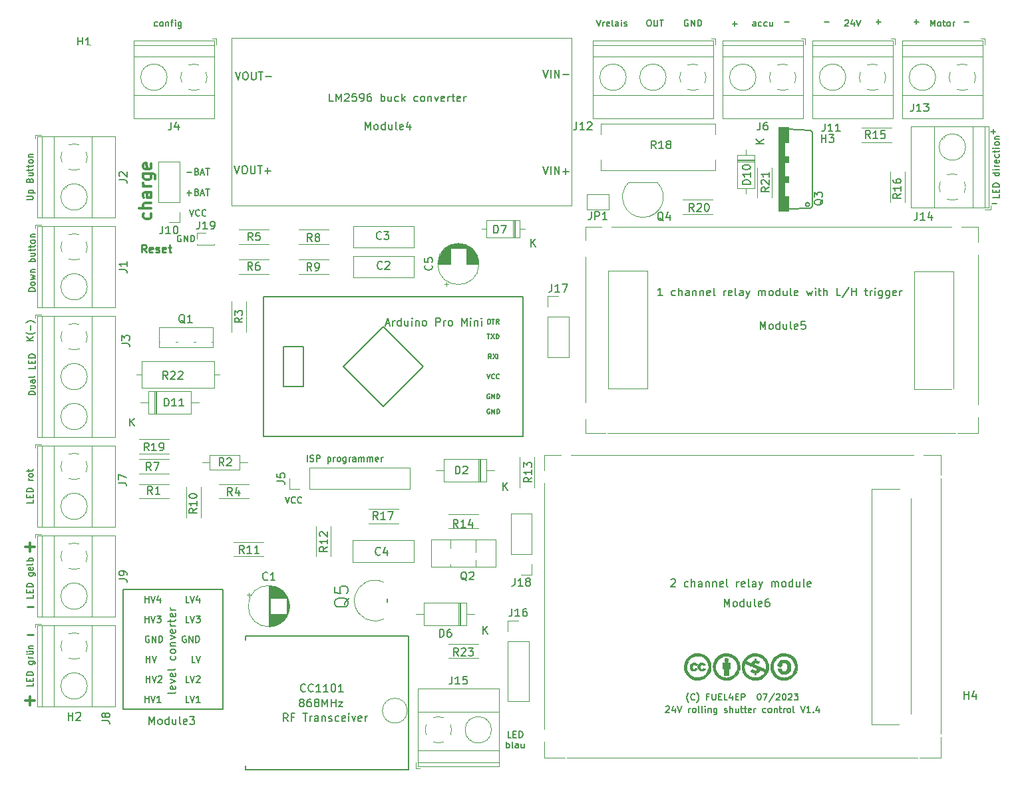
<source format=gbr>
%TF.GenerationSoftware,KiCad,Pcbnew,6.0.11-2627ca5db0~126~ubuntu22.04.1*%
%TF.CreationDate,2023-08-15T17:01:30+02:00*%
%TF.ProjectId,HM-LC-Bl1-FM_FUEL4EP_PCB,484d2d4c-432d-4426-9c31-2d464d5f4655,1.5*%
%TF.SameCoordinates,Original*%
%TF.FileFunction,Legend,Top*%
%TF.FilePolarity,Positive*%
%FSLAX46Y46*%
G04 Gerber Fmt 4.6, Leading zero omitted, Abs format (unit mm)*
G04 Created by KiCad (PCBNEW 6.0.11-2627ca5db0~126~ubuntu22.04.1) date 2023-08-15 17:01:30*
%MOMM*%
%LPD*%
G01*
G04 APERTURE LIST*
%ADD10C,0.152400*%
%ADD11C,0.250000*%
%ADD12C,0.304800*%
%ADD13C,0.150000*%
%ADD14C,0.120000*%
%ADD15C,0.010000*%
%ADD16C,0.100000*%
%ADD17C,0.127000*%
%ADD18R,1.600000X1.600000*%
%ADD19C,1.600000*%
%ADD20O,1.600000X1.600000*%
%ADD21R,2.200000X2.200000*%
%ADD22O,2.200000X2.200000*%
%ADD23R,1.700000X1.700000*%
%ADD24O,1.700000X1.700000*%
%ADD25R,1.717500X1.800000*%
%ADD26O,1.717500X1.800000*%
%ADD27R,1.800000X1.800000*%
%ADD28O,1.800000X1.800000*%
%ADD29R,1.050000X1.500000*%
%ADD30O,1.050000X1.500000*%
%ADD31C,1.400000*%
%ADD32O,1.400000X1.400000*%
%ADD33C,5.700000*%
%ADD34C,3.500000*%
%ADD35C,2.000000*%
%ADD36C,2.500000*%
%ADD37C,2.200000*%
%ADD38R,1.498600X1.498600*%
%ADD39C,1.498600*%
%ADD40R,2.600000X2.600000*%
%ADD41C,2.600000*%
%ADD42C,5.800000*%
%ADD43C,1.800000*%
%ADD44O,3.251200X1.625600*%
%ADD45R,1.000000X1.500000*%
%ADD46C,2.800000*%
%ADD47O,2.800000X2.800000*%
%ADD48C,1.350000*%
%ADD49R,1.800000X1.350000*%
%ADD50C,3.000000*%
%ADD51C,2.082800*%
%ADD52C,3.200000*%
%ADD53R,3.500000X3.500000*%
%ADD54R,1.000000X1.000000*%
G04 APERTURE END LIST*
D10*
X1383695Y48680133D02*
X570895Y48680133D01*
X570895Y48873657D01*
X609599Y48989771D01*
X687009Y49067180D01*
X764419Y49105885D01*
X919238Y49144590D01*
X1035352Y49144590D01*
X1190171Y49105885D01*
X1267580Y49067180D01*
X1344990Y48989771D01*
X1383695Y48873657D01*
X1383695Y48680133D01*
X841828Y49841276D02*
X1383695Y49841276D01*
X841828Y49492933D02*
X1267580Y49492933D01*
X1344990Y49531638D01*
X1383695Y49609047D01*
X1383695Y49725161D01*
X1344990Y49802571D01*
X1306285Y49841276D01*
X1383695Y50576666D02*
X957942Y50576666D01*
X880533Y50537961D01*
X841828Y50460552D01*
X841828Y50305733D01*
X880533Y50228323D01*
X1344990Y50576666D02*
X1383695Y50499257D01*
X1383695Y50305733D01*
X1344990Y50228323D01*
X1267580Y50189619D01*
X1190171Y50189619D01*
X1112761Y50228323D01*
X1074057Y50305733D01*
X1074057Y50499257D01*
X1035352Y50576666D01*
X1383695Y51079828D02*
X1344990Y51002419D01*
X1267580Y50963714D01*
X570895Y50963714D01*
X1383695Y52395790D02*
X1383695Y52008742D01*
X570895Y52008742D01*
X957942Y52666723D02*
X957942Y52937657D01*
X1383695Y53053771D02*
X1383695Y52666723D01*
X570895Y52666723D01*
X570895Y53053771D01*
X1383695Y53402114D02*
X570895Y53402114D01*
X570895Y53595638D01*
X609600Y53711752D01*
X687009Y53789161D01*
X764419Y53827866D01*
X919238Y53866571D01*
X1035352Y53866571D01*
X1190171Y53827866D01*
X1267580Y53789161D01*
X1344990Y53711752D01*
X1383695Y53595638D01*
X1383695Y53402114D01*
X1129695Y11983180D02*
X1129695Y11596133D01*
X316895Y11596133D01*
X703942Y12254114D02*
X703942Y12525047D01*
X1129695Y12641161D02*
X1129695Y12254114D01*
X316895Y12254114D01*
X316895Y12641161D01*
X1129695Y12989504D02*
X316895Y12989504D01*
X316895Y13183028D01*
X355599Y13299142D01*
X433009Y13376552D01*
X510419Y13415257D01*
X665238Y13453961D01*
X781352Y13453961D01*
X936171Y13415257D01*
X1013580Y13376552D01*
X1090990Y13299142D01*
X1129695Y13183028D01*
X1129695Y12989504D01*
X587828Y14769923D02*
X1245809Y14769923D01*
X1323219Y14731219D01*
X1361923Y14692514D01*
X1400628Y14615104D01*
X1400628Y14498990D01*
X1361923Y14421580D01*
X1090990Y14769923D02*
X1129695Y14692514D01*
X1129695Y14537695D01*
X1090990Y14460285D01*
X1052285Y14421580D01*
X974876Y14382876D01*
X742647Y14382876D01*
X665238Y14421580D01*
X626533Y14460285D01*
X587828Y14537695D01*
X587828Y14692514D01*
X626533Y14769923D01*
X1129695Y15156971D02*
X587828Y15156971D01*
X742647Y15156971D02*
X665238Y15195676D01*
X626533Y15234380D01*
X587828Y15311790D01*
X587828Y15389200D01*
X587828Y16008476D02*
X1129695Y16008476D01*
X587828Y15660133D02*
X1013580Y15660133D01*
X1090990Y15698838D01*
X1129695Y15776247D01*
X1129695Y15892361D01*
X1090990Y15969771D01*
X1052285Y16008476D01*
X316895Y15698838D02*
X355600Y15737542D01*
X394304Y15698838D01*
X355600Y15660133D01*
X316895Y15698838D01*
X394304Y15698838D01*
X316895Y16008476D02*
X355600Y16047180D01*
X394304Y16008476D01*
X355600Y15969771D01*
X316895Y16008476D01*
X394304Y16008476D01*
X587828Y16395523D02*
X1129695Y16395523D01*
X665238Y16395523D02*
X626533Y16434228D01*
X587828Y16511638D01*
X587828Y16627752D01*
X626533Y16705161D01*
X703942Y16743866D01*
X1129695Y16743866D01*
X1129695Y23217238D02*
X1129695Y22830190D01*
X316895Y22830190D01*
X703942Y23488171D02*
X703942Y23759104D01*
X1129695Y23875219D02*
X1129695Y23488171D01*
X316895Y23488171D01*
X316895Y23875219D01*
X1129695Y24223561D02*
X316895Y24223561D01*
X316895Y24417085D01*
X355599Y24533200D01*
X433009Y24610609D01*
X510419Y24649314D01*
X665238Y24688019D01*
X781352Y24688019D01*
X936171Y24649314D01*
X1013580Y24610609D01*
X1090990Y24533200D01*
X1129695Y24417085D01*
X1129695Y24223561D01*
X587828Y26003980D02*
X1245809Y26003980D01*
X1323219Y25965276D01*
X1361923Y25926571D01*
X1400628Y25849161D01*
X1400628Y25733047D01*
X1361923Y25655638D01*
X1090990Y26003980D02*
X1129695Y25926571D01*
X1129695Y25771752D01*
X1090990Y25694342D01*
X1052285Y25655638D01*
X974876Y25616933D01*
X742647Y25616933D01*
X665238Y25655638D01*
X626533Y25694342D01*
X587828Y25771752D01*
X587828Y25926571D01*
X626533Y26003980D01*
X1090990Y26700666D02*
X1129695Y26623257D01*
X1129695Y26468438D01*
X1090990Y26391028D01*
X1013580Y26352323D01*
X703942Y26352323D01*
X626533Y26391028D01*
X587828Y26468438D01*
X587828Y26623257D01*
X626533Y26700666D01*
X703942Y26739371D01*
X781352Y26739371D01*
X858761Y26352323D01*
X1129695Y27203828D02*
X1090990Y27126419D01*
X1013580Y27087714D01*
X316895Y27087714D01*
X1129695Y27513466D02*
X316895Y27513466D01*
X626533Y27513466D02*
X587828Y27590876D01*
X587828Y27745695D01*
X626533Y27823104D01*
X665238Y27861809D01*
X742647Y27900514D01*
X974876Y27900514D01*
X1052285Y27861809D01*
X1090990Y27823104D01*
X1129695Y27745695D01*
X1129695Y27590876D01*
X1090990Y27513466D01*
X16952685Y95629009D02*
X16875276Y95590304D01*
X16720457Y95590304D01*
X16643047Y95629009D01*
X16604342Y95667714D01*
X16565638Y95745123D01*
X16565638Y95977352D01*
X16604342Y96054761D01*
X16643047Y96093466D01*
X16720457Y96132171D01*
X16875276Y96132171D01*
X16952685Y96093466D01*
X17417142Y95590304D02*
X17339733Y95629009D01*
X17301028Y95667714D01*
X17262323Y95745123D01*
X17262323Y95977352D01*
X17301028Y96054761D01*
X17339733Y96093466D01*
X17417142Y96132171D01*
X17533257Y96132171D01*
X17610666Y96093466D01*
X17649371Y96054761D01*
X17688076Y95977352D01*
X17688076Y95745123D01*
X17649371Y95667714D01*
X17610666Y95629009D01*
X17533257Y95590304D01*
X17417142Y95590304D01*
X18036419Y96132171D02*
X18036419Y95590304D01*
X18036419Y96054761D02*
X18075123Y96093466D01*
X18152533Y96132171D01*
X18268647Y96132171D01*
X18346057Y96093466D01*
X18384761Y96016057D01*
X18384761Y95590304D01*
X18655695Y96132171D02*
X18965333Y96132171D01*
X18771809Y95590304D02*
X18771809Y96286990D01*
X18810514Y96364400D01*
X18887923Y96403104D01*
X18965333Y96403104D01*
X19236266Y95590304D02*
X19236266Y96132171D01*
X19236266Y96403104D02*
X19197561Y96364400D01*
X19236266Y96325695D01*
X19274971Y96364400D01*
X19236266Y96403104D01*
X19236266Y96325695D01*
X19971657Y96132171D02*
X19971657Y95474190D01*
X19932952Y95396780D01*
X19894247Y95358076D01*
X19816838Y95319371D01*
X19700723Y95319371D01*
X19623314Y95358076D01*
X19971657Y95629009D02*
X19894247Y95590304D01*
X19739428Y95590304D01*
X19662019Y95629009D01*
X19623314Y95667714D01*
X19584609Y95745123D01*
X19584609Y95977352D01*
X19623314Y96054761D01*
X19662019Y96093466D01*
X19739428Y96132171D01*
X19894247Y96132171D01*
X19971657Y96093466D01*
D11*
X15525904Y66803619D02*
X15192571Y67279809D01*
X14954476Y66803619D02*
X14954476Y67803619D01*
X15335428Y67803619D01*
X15430666Y67756000D01*
X15478285Y67708380D01*
X15525904Y67613142D01*
X15525904Y67470285D01*
X15478285Y67375047D01*
X15430666Y67327428D01*
X15335428Y67279809D01*
X14954476Y67279809D01*
X16335428Y66851238D02*
X16240190Y66803619D01*
X16049714Y66803619D01*
X15954476Y66851238D01*
X15906857Y66946476D01*
X15906857Y67327428D01*
X15954476Y67422666D01*
X16049714Y67470285D01*
X16240190Y67470285D01*
X16335428Y67422666D01*
X16383047Y67327428D01*
X16383047Y67232190D01*
X15906857Y67136952D01*
X16763999Y66851238D02*
X16859238Y66803619D01*
X17049714Y66803619D01*
X17144952Y66851238D01*
X17192571Y66946476D01*
X17192571Y66994095D01*
X17144952Y67089333D01*
X17049714Y67136952D01*
X16906857Y67136952D01*
X16811619Y67184571D01*
X16763999Y67279809D01*
X16763999Y67327428D01*
X16811619Y67422666D01*
X16906857Y67470285D01*
X17049714Y67470285D01*
X17144952Y67422666D01*
X18002095Y66851238D02*
X17906857Y66803619D01*
X17716380Y66803619D01*
X17621142Y66851238D01*
X17573523Y66946476D01*
X17573523Y67327428D01*
X17621142Y67422666D01*
X17716380Y67470285D01*
X17906857Y67470285D01*
X18002095Y67422666D01*
X18049714Y67327428D01*
X18049714Y67232190D01*
X17573523Y67136952D01*
X18335428Y67470285D02*
X18716380Y67470285D01*
X18478285Y67803619D02*
X18478285Y66946476D01*
X18525904Y66851238D01*
X18621142Y66803619D01*
X18716380Y66803619D01*
D10*
X119578361Y96153942D02*
X120197638Y96153942D01*
D12*
X181428Y29301142D02*
X1342571Y29301142D01*
X762000Y28720571D02*
X762000Y29881714D01*
D11*
X381047Y18162571D02*
X1142952Y18162571D01*
D10*
X21039666Y72247704D02*
X21310600Y71434904D01*
X21581533Y72247704D01*
X22316923Y71512314D02*
X22278219Y71473609D01*
X22162104Y71434904D01*
X22084695Y71434904D01*
X21968580Y71473609D01*
X21891171Y71551019D01*
X21852466Y71628428D01*
X21813761Y71783247D01*
X21813761Y71899361D01*
X21852466Y72054180D01*
X21891171Y72131590D01*
X21968580Y72209000D01*
X22084695Y72247704D01*
X22162104Y72247704D01*
X22278219Y72209000D01*
X22316923Y72170295D01*
X23129723Y71512314D02*
X23091019Y71473609D01*
X22974904Y71434904D01*
X22897495Y71434904D01*
X22781380Y71473609D01*
X22703971Y71551019D01*
X22665266Y71628428D01*
X22626561Y71783247D01*
X22626561Y71899361D01*
X22665266Y72054180D01*
X22703971Y72131590D01*
X22781380Y72209000D01*
X22897495Y72247704D01*
X22974904Y72247704D01*
X23091019Y72209000D01*
X23129723Y72170295D01*
X84548133Y9530266D02*
X84509428Y9568971D01*
X84432019Y9685085D01*
X84393314Y9762495D01*
X84354609Y9878609D01*
X84315904Y10072133D01*
X84315904Y10226952D01*
X84354609Y10420476D01*
X84393314Y10536590D01*
X84432019Y10614000D01*
X84509428Y10730114D01*
X84548133Y10768819D01*
X85322228Y9917314D02*
X85283523Y9878609D01*
X85167409Y9839904D01*
X85090000Y9839904D01*
X84973885Y9878609D01*
X84896476Y9956019D01*
X84857771Y10033428D01*
X84819066Y10188247D01*
X84819066Y10304361D01*
X84857771Y10459180D01*
X84896476Y10536590D01*
X84973885Y10614000D01*
X85090000Y10652704D01*
X85167409Y10652704D01*
X85283523Y10614000D01*
X85322228Y10575295D01*
X85593161Y9530266D02*
X85631866Y9568971D01*
X85709276Y9685085D01*
X85747980Y9762495D01*
X85786685Y9878609D01*
X85825390Y10072133D01*
X85825390Y10226952D01*
X85786685Y10420476D01*
X85747980Y10536590D01*
X85709276Y10614000D01*
X85631866Y10730114D01*
X85593161Y10768819D01*
X87102647Y10265657D02*
X86831714Y10265657D01*
X86831714Y9839904D02*
X86831714Y10652704D01*
X87218761Y10652704D01*
X87528400Y10652704D02*
X87528400Y9994723D01*
X87567104Y9917314D01*
X87605809Y9878609D01*
X87683219Y9839904D01*
X87838038Y9839904D01*
X87915447Y9878609D01*
X87954152Y9917314D01*
X87992857Y9994723D01*
X87992857Y10652704D01*
X88379904Y10265657D02*
X88650838Y10265657D01*
X88766952Y9839904D02*
X88379904Y9839904D01*
X88379904Y10652704D01*
X88766952Y10652704D01*
X89502342Y9839904D02*
X89115295Y9839904D01*
X89115295Y10652704D01*
X90121619Y10381771D02*
X90121619Y9839904D01*
X89928095Y10691409D02*
X89734571Y10110838D01*
X90237733Y10110838D01*
X90547371Y10265657D02*
X90818304Y10265657D01*
X90934419Y9839904D02*
X90547371Y9839904D01*
X90547371Y10652704D01*
X90934419Y10652704D01*
X91282761Y9839904D02*
X91282761Y10652704D01*
X91592400Y10652704D01*
X91669809Y10614000D01*
X91708514Y10575295D01*
X91747219Y10497885D01*
X91747219Y10381771D01*
X91708514Y10304361D01*
X91669809Y10265657D01*
X91592400Y10226952D01*
X91282761Y10226952D01*
X93488933Y10652704D02*
X93566342Y10652704D01*
X93643752Y10614000D01*
X93682457Y10575295D01*
X93721161Y10497885D01*
X93759866Y10343066D01*
X93759866Y10149542D01*
X93721161Y9994723D01*
X93682457Y9917314D01*
X93643752Y9878609D01*
X93566342Y9839904D01*
X93488933Y9839904D01*
X93411523Y9878609D01*
X93372819Y9917314D01*
X93334114Y9994723D01*
X93295409Y10149542D01*
X93295409Y10343066D01*
X93334114Y10497885D01*
X93372819Y10575295D01*
X93411523Y10614000D01*
X93488933Y10652704D01*
X94030800Y10652704D02*
X94572666Y10652704D01*
X94224323Y9839904D01*
X95462876Y10691409D02*
X94766190Y9646380D01*
X95695104Y10575295D02*
X95733809Y10614000D01*
X95811219Y10652704D01*
X96004742Y10652704D01*
X96082152Y10614000D01*
X96120857Y10575295D01*
X96159561Y10497885D01*
X96159561Y10420476D01*
X96120857Y10304361D01*
X95656400Y9839904D01*
X96159561Y9839904D01*
X96662723Y10652704D02*
X96740133Y10652704D01*
X96817542Y10614000D01*
X96856247Y10575295D01*
X96894952Y10497885D01*
X96933657Y10343066D01*
X96933657Y10149542D01*
X96894952Y9994723D01*
X96856247Y9917314D01*
X96817542Y9878609D01*
X96740133Y9839904D01*
X96662723Y9839904D01*
X96585314Y9878609D01*
X96546609Y9917314D01*
X96507904Y9994723D01*
X96469200Y10149542D01*
X96469200Y10343066D01*
X96507904Y10497885D01*
X96546609Y10575295D01*
X96585314Y10614000D01*
X96662723Y10652704D01*
X97243295Y10575295D02*
X97282000Y10614000D01*
X97359409Y10652704D01*
X97552933Y10652704D01*
X97630342Y10614000D01*
X97669047Y10575295D01*
X97707752Y10497885D01*
X97707752Y10420476D01*
X97669047Y10304361D01*
X97204590Y9839904D01*
X97707752Y9839904D01*
X97978685Y10652704D02*
X98481847Y10652704D01*
X98210914Y10343066D01*
X98327028Y10343066D01*
X98404438Y10304361D01*
X98443142Y10265657D01*
X98481847Y10188247D01*
X98481847Y9994723D01*
X98443142Y9917314D01*
X98404438Y9878609D01*
X98327028Y9839904D01*
X98094800Y9839904D01*
X98017390Y9878609D01*
X97978685Y9917314D01*
X61961485Y5058608D02*
X61574438Y5058608D01*
X61574438Y5871408D01*
X62232419Y5484361D02*
X62503352Y5484361D01*
X62619466Y5058608D02*
X62232419Y5058608D01*
X62232419Y5871408D01*
X62619466Y5871408D01*
X62967809Y5058608D02*
X62967809Y5871408D01*
X63161333Y5871408D01*
X63277447Y5832704D01*
X63354857Y5755294D01*
X63393561Y5677884D01*
X63432266Y5523065D01*
X63432266Y5406951D01*
X63393561Y5252132D01*
X63354857Y5174723D01*
X63277447Y5097313D01*
X63161333Y5058608D01*
X62967809Y5058608D01*
X61361561Y3750000D02*
X61361561Y4562800D01*
X61361561Y4253162D02*
X61438971Y4291867D01*
X61593790Y4291867D01*
X61671200Y4253162D01*
X61709904Y4214457D01*
X61748609Y4137048D01*
X61748609Y3904819D01*
X61709904Y3827410D01*
X61671200Y3788705D01*
X61593790Y3750000D01*
X61438971Y3750000D01*
X61361561Y3788705D01*
X62213066Y3750000D02*
X62135657Y3788705D01*
X62096952Y3866115D01*
X62096952Y4562800D01*
X62871047Y3750000D02*
X62871047Y4175753D01*
X62832342Y4253162D01*
X62754933Y4291867D01*
X62600114Y4291867D01*
X62522704Y4253162D01*
X62871047Y3788705D02*
X62793638Y3750000D01*
X62600114Y3750000D01*
X62522704Y3788705D01*
X62484000Y3866115D01*
X62484000Y3943524D01*
X62522704Y4020934D01*
X62600114Y4059638D01*
X62793638Y4059638D01*
X62871047Y4098343D01*
X63606438Y4291867D02*
X63606438Y3750000D01*
X63258095Y4291867D02*
X63258095Y3866115D01*
X63296800Y3788705D01*
X63374209Y3750000D01*
X63490323Y3750000D01*
X63567733Y3788705D01*
X63606438Y3827410D01*
X96718361Y96153942D02*
X97337638Y96153942D01*
X124065695Y74167219D02*
X124065695Y73780171D01*
X123252895Y73780171D01*
X123639942Y74438152D02*
X123639942Y74709085D01*
X124065695Y74825200D02*
X124065695Y74438152D01*
X123252895Y74438152D01*
X123252895Y74825200D01*
X124065695Y75173542D02*
X123252895Y75173542D01*
X123252895Y75367066D01*
X123291600Y75483180D01*
X123369009Y75560590D01*
X123446419Y75599295D01*
X123601238Y75638000D01*
X123717352Y75638000D01*
X123872171Y75599295D01*
X123949580Y75560590D01*
X124026990Y75483180D01*
X124065695Y75367066D01*
X124065695Y75173542D01*
X124065695Y76953961D02*
X123252895Y76953961D01*
X124026990Y76953961D02*
X124065695Y76876552D01*
X124065695Y76721733D01*
X124026990Y76644323D01*
X123988285Y76605619D01*
X123910876Y76566914D01*
X123678647Y76566914D01*
X123601238Y76605619D01*
X123562533Y76644323D01*
X123523828Y76721733D01*
X123523828Y76876552D01*
X123562533Y76953961D01*
X124065695Y77341009D02*
X123523828Y77341009D01*
X123252895Y77341009D02*
X123291600Y77302304D01*
X123330304Y77341009D01*
X123291600Y77379714D01*
X123252895Y77341009D01*
X123330304Y77341009D01*
X124065695Y77728057D02*
X123523828Y77728057D01*
X123678647Y77728057D02*
X123601238Y77766761D01*
X123562533Y77805466D01*
X123523828Y77882876D01*
X123523828Y77960285D01*
X124026990Y78540857D02*
X124065695Y78463447D01*
X124065695Y78308628D01*
X124026990Y78231219D01*
X123949580Y78192514D01*
X123639942Y78192514D01*
X123562533Y78231219D01*
X123523828Y78308628D01*
X123523828Y78463447D01*
X123562533Y78540857D01*
X123639942Y78579561D01*
X123717352Y78579561D01*
X123794761Y78192514D01*
X124026990Y79276247D02*
X124065695Y79198838D01*
X124065695Y79044019D01*
X124026990Y78966609D01*
X123988285Y78927904D01*
X123910876Y78889200D01*
X123678647Y78889200D01*
X123601238Y78927904D01*
X123562533Y78966609D01*
X123523828Y79044019D01*
X123523828Y79198838D01*
X123562533Y79276247D01*
X123523828Y79508476D02*
X123523828Y79818114D01*
X123252895Y79624590D02*
X123949580Y79624590D01*
X124026990Y79663295D01*
X124065695Y79740704D01*
X124065695Y79818114D01*
X124065695Y80089047D02*
X123523828Y80089047D01*
X123252895Y80089047D02*
X123291600Y80050342D01*
X123330304Y80089047D01*
X123291600Y80127752D01*
X123252895Y80089047D01*
X123330304Y80089047D01*
X124065695Y80592209D02*
X124026990Y80514800D01*
X123988285Y80476095D01*
X123910876Y80437390D01*
X123678647Y80437390D01*
X123601238Y80476095D01*
X123562533Y80514800D01*
X123523828Y80592209D01*
X123523828Y80708323D01*
X123562533Y80785733D01*
X123601238Y80824438D01*
X123678647Y80863142D01*
X123910876Y80863142D01*
X123988285Y80824438D01*
X124026990Y80785733D01*
X124065695Y80708323D01*
X124065695Y80592209D01*
X123523828Y81211485D02*
X124065695Y81211485D01*
X123601238Y81211485D02*
X123562533Y81250190D01*
X123523828Y81327600D01*
X123523828Y81443714D01*
X123562533Y81521123D01*
X123639942Y81559828D01*
X124065695Y81559828D01*
X1129695Y35346342D02*
X1129695Y34959295D01*
X316895Y34959295D01*
X703942Y35617276D02*
X703942Y35888209D01*
X1129695Y36004323D02*
X1129695Y35617276D01*
X316895Y35617276D01*
X316895Y36004323D01*
X1129695Y36352666D02*
X316895Y36352666D01*
X316895Y36546190D01*
X355600Y36662304D01*
X433009Y36739714D01*
X510419Y36778419D01*
X665238Y36817123D01*
X781352Y36817123D01*
X936171Y36778419D01*
X1013580Y36739714D01*
X1090990Y36662304D01*
X1129695Y36546190D01*
X1129695Y36352666D01*
X1129695Y37784742D02*
X587828Y37784742D01*
X742647Y37784742D02*
X665238Y37823447D01*
X626533Y37862152D01*
X587828Y37939561D01*
X587828Y38016971D01*
X1129695Y38404019D02*
X1090990Y38326609D01*
X1052285Y38287904D01*
X974876Y38249200D01*
X742647Y38249200D01*
X665238Y38287904D01*
X626533Y38326609D01*
X587828Y38404019D01*
X587828Y38520133D01*
X626533Y38597542D01*
X665238Y38636247D01*
X742647Y38674952D01*
X974876Y38674952D01*
X1052285Y38636247D01*
X1090990Y38597542D01*
X1129695Y38520133D01*
X1129695Y38404019D01*
X587828Y38907180D02*
X587828Y39216819D01*
X316895Y39023295D02*
X1013580Y39023295D01*
X1090990Y39062000D01*
X1129695Y39139409D01*
X1129695Y39216819D01*
X123007361Y82183942D02*
X123626638Y82183942D01*
X123317000Y81874304D02*
X123317000Y82493580D01*
X1129695Y55584095D02*
X316895Y55584095D01*
X1129695Y56048552D02*
X665238Y55700209D01*
X316895Y56048552D02*
X781352Y55584095D01*
X1439333Y56629123D02*
X1400628Y56590419D01*
X1284514Y56513009D01*
X1207104Y56474304D01*
X1090990Y56435600D01*
X897466Y56396895D01*
X742647Y56396895D01*
X549123Y56435600D01*
X433009Y56474304D01*
X355600Y56513009D01*
X239485Y56590419D01*
X200780Y56629123D01*
X820057Y56938761D02*
X820057Y57558038D01*
X1439333Y57867676D02*
X1400628Y57906380D01*
X1284514Y57983790D01*
X1207104Y58022495D01*
X1090990Y58061200D01*
X897466Y58099904D01*
X742647Y58099904D01*
X549123Y58061200D01*
X433009Y58022495D01*
X355600Y57983790D01*
X239485Y57906380D01*
X200780Y57867676D01*
X101798361Y96153942D02*
X102417638Y96153942D01*
D12*
X181428Y9743142D02*
X1342571Y9743142D01*
X762000Y9162571D02*
X762000Y10323714D01*
D10*
X93089790Y95590304D02*
X93089790Y96016057D01*
X93051085Y96093466D01*
X92973676Y96132171D01*
X92818857Y96132171D01*
X92741447Y96093466D01*
X93089790Y95629009D02*
X93012380Y95590304D01*
X92818857Y95590304D01*
X92741447Y95629009D01*
X92702742Y95706419D01*
X92702742Y95783828D01*
X92741447Y95861238D01*
X92818857Y95899942D01*
X93012380Y95899942D01*
X93089790Y95938647D01*
X93825180Y95629009D02*
X93747771Y95590304D01*
X93592952Y95590304D01*
X93515542Y95629009D01*
X93476838Y95667714D01*
X93438133Y95745123D01*
X93438133Y95977352D01*
X93476838Y96054761D01*
X93515542Y96093466D01*
X93592952Y96132171D01*
X93747771Y96132171D01*
X93825180Y96093466D01*
X94521866Y95629009D02*
X94444457Y95590304D01*
X94289638Y95590304D01*
X94212228Y95629009D01*
X94173523Y95667714D01*
X94134819Y95745123D01*
X94134819Y95977352D01*
X94173523Y96054761D01*
X94212228Y96093466D01*
X94289638Y96132171D01*
X94444457Y96132171D01*
X94521866Y96093466D01*
X95218552Y96132171D02*
X95218552Y95590304D01*
X94870209Y96132171D02*
X94870209Y95706419D01*
X94908914Y95629009D01*
X94986323Y95590304D01*
X95102438Y95590304D01*
X95179847Y95629009D01*
X95218552Y95667714D01*
X90114361Y95899942D02*
X90733638Y95899942D01*
X90424000Y95590304D02*
X90424000Y96209580D01*
X81667047Y8988303D02*
X81705752Y9027008D01*
X81783161Y9065712D01*
X81976685Y9065712D01*
X82054095Y9027008D01*
X82092800Y8988303D01*
X82131504Y8910893D01*
X82131504Y8833484D01*
X82092800Y8717369D01*
X81628342Y8252912D01*
X82131504Y8252912D01*
X82828190Y8794779D02*
X82828190Y8252912D01*
X82634666Y9104417D02*
X82441142Y8523846D01*
X82944304Y8523846D01*
X83137828Y9065712D02*
X83408761Y8252912D01*
X83679695Y9065712D01*
X84569904Y8252912D02*
X84569904Y8794779D01*
X84569904Y8639960D02*
X84608609Y8717369D01*
X84647314Y8756074D01*
X84724723Y8794779D01*
X84802133Y8794779D01*
X85189180Y8252912D02*
X85111771Y8291617D01*
X85073066Y8330322D01*
X85034361Y8407731D01*
X85034361Y8639960D01*
X85073066Y8717369D01*
X85111771Y8756074D01*
X85189180Y8794779D01*
X85305295Y8794779D01*
X85382704Y8756074D01*
X85421409Y8717369D01*
X85460114Y8639960D01*
X85460114Y8407731D01*
X85421409Y8330322D01*
X85382704Y8291617D01*
X85305295Y8252912D01*
X85189180Y8252912D01*
X85924571Y8252912D02*
X85847161Y8291617D01*
X85808457Y8369027D01*
X85808457Y9065712D01*
X86350323Y8252912D02*
X86272914Y8291617D01*
X86234209Y8369027D01*
X86234209Y9065712D01*
X86659961Y8252912D02*
X86659961Y8794779D01*
X86659961Y9065712D02*
X86621257Y9027008D01*
X86659961Y8988303D01*
X86698666Y9027008D01*
X86659961Y9065712D01*
X86659961Y8988303D01*
X87047009Y8794779D02*
X87047009Y8252912D01*
X87047009Y8717369D02*
X87085714Y8756074D01*
X87163123Y8794779D01*
X87279238Y8794779D01*
X87356647Y8756074D01*
X87395352Y8678665D01*
X87395352Y8252912D01*
X88130742Y8794779D02*
X88130742Y8136798D01*
X88092038Y8059388D01*
X88053333Y8020684D01*
X87975923Y7981979D01*
X87859809Y7981979D01*
X87782400Y8020684D01*
X88130742Y8291617D02*
X88053333Y8252912D01*
X87898514Y8252912D01*
X87821104Y8291617D01*
X87782400Y8330322D01*
X87743695Y8407731D01*
X87743695Y8639960D01*
X87782400Y8717369D01*
X87821104Y8756074D01*
X87898514Y8794779D01*
X88053333Y8794779D01*
X88130742Y8756074D01*
X89098361Y8291617D02*
X89175771Y8252912D01*
X89330590Y8252912D01*
X89408000Y8291617D01*
X89446704Y8369027D01*
X89446704Y8407731D01*
X89408000Y8485141D01*
X89330590Y8523846D01*
X89214476Y8523846D01*
X89137066Y8562550D01*
X89098361Y8639960D01*
X89098361Y8678665D01*
X89137066Y8756074D01*
X89214476Y8794779D01*
X89330590Y8794779D01*
X89408000Y8756074D01*
X89795047Y8252912D02*
X89795047Y9065712D01*
X90143390Y8252912D02*
X90143390Y8678665D01*
X90104685Y8756074D01*
X90027276Y8794779D01*
X89911161Y8794779D01*
X89833752Y8756074D01*
X89795047Y8717369D01*
X90878780Y8794779D02*
X90878780Y8252912D01*
X90530438Y8794779D02*
X90530438Y8369027D01*
X90569142Y8291617D01*
X90646552Y8252912D01*
X90762666Y8252912D01*
X90840076Y8291617D01*
X90878780Y8330322D01*
X91149714Y8794779D02*
X91459352Y8794779D01*
X91265828Y9065712D02*
X91265828Y8369027D01*
X91304533Y8291617D01*
X91381942Y8252912D01*
X91459352Y8252912D01*
X91614171Y8794779D02*
X91923809Y8794779D01*
X91730285Y9065712D02*
X91730285Y8369027D01*
X91768990Y8291617D01*
X91846400Y8252912D01*
X91923809Y8252912D01*
X92504380Y8291617D02*
X92426971Y8252912D01*
X92272152Y8252912D01*
X92194742Y8291617D01*
X92156038Y8369027D01*
X92156038Y8678665D01*
X92194742Y8756074D01*
X92272152Y8794779D01*
X92426971Y8794779D01*
X92504380Y8756074D01*
X92543085Y8678665D01*
X92543085Y8601255D01*
X92156038Y8523846D01*
X92891428Y8252912D02*
X92891428Y8794779D01*
X92891428Y8639960D02*
X92930133Y8717369D01*
X92968838Y8756074D01*
X93046247Y8794779D01*
X93123657Y8794779D01*
X94362209Y8291617D02*
X94284800Y8252912D01*
X94129980Y8252912D01*
X94052571Y8291617D01*
X94013866Y8330322D01*
X93975161Y8407731D01*
X93975161Y8639960D01*
X94013866Y8717369D01*
X94052571Y8756074D01*
X94129980Y8794779D01*
X94284800Y8794779D01*
X94362209Y8756074D01*
X94826666Y8252912D02*
X94749257Y8291617D01*
X94710552Y8330322D01*
X94671847Y8407731D01*
X94671847Y8639960D01*
X94710552Y8717369D01*
X94749257Y8756074D01*
X94826666Y8794779D01*
X94942780Y8794779D01*
X95020190Y8756074D01*
X95058895Y8717369D01*
X95097600Y8639960D01*
X95097600Y8407731D01*
X95058895Y8330322D01*
X95020190Y8291617D01*
X94942780Y8252912D01*
X94826666Y8252912D01*
X95445942Y8794779D02*
X95445942Y8252912D01*
X95445942Y8717369D02*
X95484647Y8756074D01*
X95562057Y8794779D01*
X95678171Y8794779D01*
X95755580Y8756074D01*
X95794285Y8678665D01*
X95794285Y8252912D01*
X96065219Y8794779D02*
X96374857Y8794779D01*
X96181333Y9065712D02*
X96181333Y8369027D01*
X96220038Y8291617D01*
X96297447Y8252912D01*
X96374857Y8252912D01*
X96645790Y8252912D02*
X96645790Y8794779D01*
X96645790Y8639960D02*
X96684495Y8717369D01*
X96723200Y8756074D01*
X96800609Y8794779D01*
X96878019Y8794779D01*
X97265066Y8252912D02*
X97187657Y8291617D01*
X97148952Y8330322D01*
X97110247Y8407731D01*
X97110247Y8639960D01*
X97148952Y8717369D01*
X97187657Y8756074D01*
X97265066Y8794779D01*
X97381180Y8794779D01*
X97458590Y8756074D01*
X97497295Y8717369D01*
X97536000Y8639960D01*
X97536000Y8407731D01*
X97497295Y8330322D01*
X97458590Y8291617D01*
X97381180Y8252912D01*
X97265066Y8252912D01*
X98000457Y8252912D02*
X97923047Y8291617D01*
X97884342Y8369027D01*
X97884342Y9065712D01*
X98813257Y9065712D02*
X99084190Y8252912D01*
X99355123Y9065712D01*
X100051809Y8252912D02*
X99587352Y8252912D01*
X99819580Y8252912D02*
X99819580Y9065712D01*
X99742171Y8949598D01*
X99664761Y8872188D01*
X99587352Y8833484D01*
X100400152Y8330322D02*
X100438857Y8291617D01*
X100400152Y8252912D01*
X100361447Y8291617D01*
X100400152Y8330322D01*
X100400152Y8252912D01*
X101135542Y8794779D02*
X101135542Y8252912D01*
X100942019Y9104417D02*
X100748495Y8523846D01*
X101251657Y8523846D01*
X20698580Y74386142D02*
X21317857Y74386142D01*
X21008219Y74076504D02*
X21008219Y74695780D01*
X21975838Y74502257D02*
X22091952Y74463552D01*
X22130657Y74424847D01*
X22169361Y74347438D01*
X22169361Y74231323D01*
X22130657Y74153914D01*
X22091952Y74115209D01*
X22014542Y74076504D01*
X21704904Y74076504D01*
X21704904Y74889304D01*
X21975838Y74889304D01*
X22053247Y74850600D01*
X22091952Y74811895D01*
X22130657Y74734485D01*
X22130657Y74657076D01*
X22091952Y74579666D01*
X22053247Y74540961D01*
X21975838Y74502257D01*
X21704904Y74502257D01*
X22479000Y74308733D02*
X22866047Y74308733D01*
X22401590Y74076504D02*
X22672523Y74889304D01*
X22943457Y74076504D01*
X23098276Y74889304D02*
X23562733Y74889304D01*
X23330504Y74076504D02*
X23330504Y74889304D01*
X1383695Y61859104D02*
X570895Y61859104D01*
X570895Y62052628D01*
X609599Y62168742D01*
X687009Y62246152D01*
X764419Y62284857D01*
X919238Y62323561D01*
X1035352Y62323561D01*
X1190171Y62284857D01*
X1267580Y62246152D01*
X1344990Y62168742D01*
X1383695Y62052628D01*
X1383695Y61859104D01*
X1383695Y62788019D02*
X1344990Y62710609D01*
X1306285Y62671904D01*
X1228876Y62633200D01*
X996647Y62633200D01*
X919238Y62671904D01*
X880533Y62710609D01*
X841828Y62788019D01*
X841828Y62904133D01*
X880533Y62981542D01*
X919238Y63020247D01*
X996647Y63058952D01*
X1228876Y63058952D01*
X1306285Y63020247D01*
X1344990Y62981542D01*
X1383695Y62904133D01*
X1383695Y62788019D01*
X841828Y63329885D02*
X1383695Y63484704D01*
X996647Y63639523D01*
X1383695Y63794342D01*
X841828Y63949161D01*
X841828Y64258800D02*
X1383695Y64258800D01*
X919238Y64258800D02*
X880533Y64297504D01*
X841828Y64374914D01*
X841828Y64491028D01*
X880533Y64568438D01*
X957942Y64607142D01*
X1383695Y64607142D01*
X1383695Y65613466D02*
X570895Y65613466D01*
X880533Y65613466D02*
X841828Y65690876D01*
X841828Y65845695D01*
X880533Y65923104D01*
X919238Y65961809D01*
X996647Y66000514D01*
X1228876Y66000514D01*
X1306285Y65961809D01*
X1344990Y65923104D01*
X1383695Y65845695D01*
X1383695Y65690876D01*
X1344990Y65613466D01*
X841828Y66697200D02*
X1383695Y66697200D01*
X841828Y66348857D02*
X1267580Y66348857D01*
X1344990Y66387561D01*
X1383695Y66464971D01*
X1383695Y66581085D01*
X1344990Y66658495D01*
X1306285Y66697200D01*
X841828Y66968133D02*
X841828Y67277771D01*
X570895Y67084247D02*
X1267580Y67084247D01*
X1344990Y67122952D01*
X1383695Y67200361D01*
X1383695Y67277771D01*
X841828Y67432590D02*
X841828Y67742228D01*
X570895Y67548704D02*
X1267580Y67548704D01*
X1344990Y67587409D01*
X1383695Y67664819D01*
X1383695Y67742228D01*
X1383695Y68129276D02*
X1344990Y68051866D01*
X1306285Y68013161D01*
X1228876Y67974457D01*
X996647Y67974457D01*
X919238Y68013161D01*
X880533Y68051866D01*
X841828Y68129276D01*
X841828Y68245390D01*
X880533Y68322800D01*
X919238Y68361504D01*
X996647Y68400209D01*
X1228876Y68400209D01*
X1306285Y68361504D01*
X1344990Y68322800D01*
X1383695Y68245390D01*
X1383695Y68129276D01*
X841828Y68748552D02*
X1383695Y68748552D01*
X919238Y68748552D02*
X880533Y68787257D01*
X841828Y68864666D01*
X841828Y68980780D01*
X880533Y69058190D01*
X957942Y69096895D01*
X1383695Y69096895D01*
X79451200Y96403104D02*
X79606019Y96403104D01*
X79683428Y96364400D01*
X79760838Y96286990D01*
X79799542Y96132171D01*
X79799542Y95861238D01*
X79760838Y95706419D01*
X79683428Y95629009D01*
X79606019Y95590304D01*
X79451200Y95590304D01*
X79373790Y95629009D01*
X79296380Y95706419D01*
X79257676Y95861238D01*
X79257676Y96132171D01*
X79296380Y96286990D01*
X79373790Y96364400D01*
X79451200Y96403104D01*
X80147885Y96403104D02*
X80147885Y95745123D01*
X80186590Y95667714D01*
X80225295Y95629009D01*
X80302704Y95590304D01*
X80457523Y95590304D01*
X80534933Y95629009D01*
X80573638Y95667714D01*
X80612342Y95745123D01*
X80612342Y96403104D01*
X80883276Y96403104D02*
X81347733Y96403104D01*
X81115504Y95590304D02*
X81115504Y96403104D01*
X115349866Y95590304D02*
X115349866Y96403104D01*
X115620800Y95822533D01*
X115891733Y96403104D01*
X115891733Y95590304D01*
X116394895Y95590304D02*
X116317485Y95629009D01*
X116278780Y95667714D01*
X116240076Y95745123D01*
X116240076Y95977352D01*
X116278780Y96054761D01*
X116317485Y96093466D01*
X116394895Y96132171D01*
X116511009Y96132171D01*
X116588419Y96093466D01*
X116627123Y96054761D01*
X116665828Y95977352D01*
X116665828Y95745123D01*
X116627123Y95667714D01*
X116588419Y95629009D01*
X116511009Y95590304D01*
X116394895Y95590304D01*
X116898057Y96132171D02*
X117207695Y96132171D01*
X117014171Y96403104D02*
X117014171Y95706419D01*
X117052876Y95629009D01*
X117130285Y95590304D01*
X117207695Y95590304D01*
X117594742Y95590304D02*
X117517333Y95629009D01*
X117478628Y95667714D01*
X117439923Y95745123D01*
X117439923Y95977352D01*
X117478628Y96054761D01*
X117517333Y96093466D01*
X117594742Y96132171D01*
X117710857Y96132171D01*
X117788266Y96093466D01*
X117826971Y96054761D01*
X117865676Y95977352D01*
X117865676Y95745123D01*
X117826971Y95667714D01*
X117788266Y95629009D01*
X117710857Y95590304D01*
X117594742Y95590304D01*
X118214019Y95590304D02*
X118214019Y96132171D01*
X118214019Y95977352D02*
X118252723Y96054761D01*
X118291428Y96093466D01*
X118368838Y96132171D01*
X118446247Y96132171D01*
X20698580Y76976942D02*
X21317857Y76976942D01*
X21975838Y77093057D02*
X22091952Y77054352D01*
X22130657Y77015647D01*
X22169361Y76938238D01*
X22169361Y76822123D01*
X22130657Y76744714D01*
X22091952Y76706009D01*
X22014542Y76667304D01*
X21704904Y76667304D01*
X21704904Y77480104D01*
X21975838Y77480104D01*
X22053247Y77441400D01*
X22091952Y77402695D01*
X22130657Y77325285D01*
X22130657Y77247876D01*
X22091952Y77170466D01*
X22053247Y77131761D01*
X21975838Y77093057D01*
X21704904Y77093057D01*
X22479000Y76899533D02*
X22866047Y76899533D01*
X22401590Y76667304D02*
X22672523Y77480104D01*
X22943457Y76667304D01*
X23098276Y77480104D02*
X23562733Y77480104D01*
X23330504Y76667304D02*
X23330504Y77480104D01*
X84470723Y96364400D02*
X84393314Y96403104D01*
X84277200Y96403104D01*
X84161085Y96364400D01*
X84083676Y96286990D01*
X84044971Y96209580D01*
X84006266Y96054761D01*
X84006266Y95938647D01*
X84044971Y95783828D01*
X84083676Y95706419D01*
X84161085Y95629009D01*
X84277200Y95590304D01*
X84354609Y95590304D01*
X84470723Y95629009D01*
X84509428Y95667714D01*
X84509428Y95938647D01*
X84354609Y95938647D01*
X84857771Y95590304D02*
X84857771Y96403104D01*
X85322228Y95590304D01*
X85322228Y96403104D01*
X85709276Y95590304D02*
X85709276Y96403104D01*
X85902800Y96403104D01*
X86018914Y96364400D01*
X86096323Y96286990D01*
X86135028Y96209580D01*
X86173733Y96054761D01*
X86173733Y95938647D01*
X86135028Y95783828D01*
X86096323Y95706419D01*
X86018914Y95629009D01*
X85902800Y95590304D01*
X85709276Y95590304D01*
D12*
X16110857Y71791714D02*
X16183428Y71646571D01*
X16183428Y71356285D01*
X16110857Y71211142D01*
X16038285Y71138571D01*
X15893142Y71066000D01*
X15457714Y71066000D01*
X15312571Y71138571D01*
X15240000Y71211142D01*
X15167428Y71356285D01*
X15167428Y71646571D01*
X15240000Y71791714D01*
X16183428Y72444857D02*
X14659428Y72444857D01*
X16183428Y73098000D02*
X15385142Y73098000D01*
X15240000Y73025428D01*
X15167428Y72880285D01*
X15167428Y72662571D01*
X15240000Y72517428D01*
X15312571Y72444857D01*
X16183428Y74476857D02*
X15385142Y74476857D01*
X15240000Y74404285D01*
X15167428Y74259142D01*
X15167428Y73968857D01*
X15240000Y73823714D01*
X16110857Y74476857D02*
X16183428Y74331714D01*
X16183428Y73968857D01*
X16110857Y73823714D01*
X15965714Y73751142D01*
X15820571Y73751142D01*
X15675428Y73823714D01*
X15602857Y73968857D01*
X15602857Y74331714D01*
X15530285Y74476857D01*
X16183428Y75202571D02*
X15167428Y75202571D01*
X15457714Y75202571D02*
X15312571Y75275142D01*
X15240000Y75347714D01*
X15167428Y75492857D01*
X15167428Y75638000D01*
X15167428Y76799142D02*
X16401142Y76799142D01*
X16546285Y76726571D01*
X16618857Y76654000D01*
X16691428Y76508857D01*
X16691428Y76291142D01*
X16618857Y76146000D01*
X16110857Y76799142D02*
X16183428Y76654000D01*
X16183428Y76363714D01*
X16110857Y76218571D01*
X16038285Y76146000D01*
X15893142Y76073428D01*
X15457714Y76073428D01*
X15312571Y76146000D01*
X15240000Y76218571D01*
X15167428Y76363714D01*
X15167428Y76654000D01*
X15240000Y76799142D01*
X16110857Y78105428D02*
X16183428Y77960285D01*
X16183428Y77670000D01*
X16110857Y77524857D01*
X15965714Y77452285D01*
X15385142Y77452285D01*
X15240000Y77524857D01*
X15167428Y77670000D01*
X15167428Y77960285D01*
X15240000Y78105428D01*
X15385142Y78178000D01*
X15530285Y78178000D01*
X15675428Y77452285D01*
D10*
X36031714Y40192904D02*
X36031714Y41005704D01*
X36380057Y40231609D02*
X36496171Y40192904D01*
X36689695Y40192904D01*
X36767104Y40231609D01*
X36805809Y40270314D01*
X36844514Y40347723D01*
X36844514Y40425133D01*
X36805809Y40502542D01*
X36767104Y40541247D01*
X36689695Y40579952D01*
X36534876Y40618657D01*
X36457466Y40657361D01*
X36418761Y40696066D01*
X36380057Y40773476D01*
X36380057Y40850885D01*
X36418761Y40928295D01*
X36457466Y40967000D01*
X36534876Y41005704D01*
X36728400Y41005704D01*
X36844514Y40967000D01*
X37192857Y40192904D02*
X37192857Y41005704D01*
X37502495Y41005704D01*
X37579904Y40967000D01*
X37618609Y40928295D01*
X37657314Y40850885D01*
X37657314Y40734771D01*
X37618609Y40657361D01*
X37579904Y40618657D01*
X37502495Y40579952D01*
X37192857Y40579952D01*
X38624933Y40734771D02*
X38624933Y39921971D01*
X38624933Y40696066D02*
X38702342Y40734771D01*
X38857161Y40734771D01*
X38934571Y40696066D01*
X38973276Y40657361D01*
X39011980Y40579952D01*
X39011980Y40347723D01*
X38973276Y40270314D01*
X38934571Y40231609D01*
X38857161Y40192904D01*
X38702342Y40192904D01*
X38624933Y40231609D01*
X39360323Y40192904D02*
X39360323Y40734771D01*
X39360323Y40579952D02*
X39399028Y40657361D01*
X39437733Y40696066D01*
X39515142Y40734771D01*
X39592552Y40734771D01*
X39979600Y40192904D02*
X39902190Y40231609D01*
X39863485Y40270314D01*
X39824780Y40347723D01*
X39824780Y40579952D01*
X39863485Y40657361D01*
X39902190Y40696066D01*
X39979600Y40734771D01*
X40095714Y40734771D01*
X40173123Y40696066D01*
X40211828Y40657361D01*
X40250533Y40579952D01*
X40250533Y40347723D01*
X40211828Y40270314D01*
X40173123Y40231609D01*
X40095714Y40192904D01*
X39979600Y40192904D01*
X40947219Y40734771D02*
X40947219Y40076790D01*
X40908514Y39999380D01*
X40869809Y39960676D01*
X40792400Y39921971D01*
X40676285Y39921971D01*
X40598876Y39960676D01*
X40947219Y40231609D02*
X40869809Y40192904D01*
X40714990Y40192904D01*
X40637580Y40231609D01*
X40598876Y40270314D01*
X40560171Y40347723D01*
X40560171Y40579952D01*
X40598876Y40657361D01*
X40637580Y40696066D01*
X40714990Y40734771D01*
X40869809Y40734771D01*
X40947219Y40696066D01*
X41334266Y40192904D02*
X41334266Y40734771D01*
X41334266Y40579952D02*
X41372971Y40657361D01*
X41411676Y40696066D01*
X41489085Y40734771D01*
X41566495Y40734771D01*
X42185771Y40192904D02*
X42185771Y40618657D01*
X42147066Y40696066D01*
X42069657Y40734771D01*
X41914838Y40734771D01*
X41837428Y40696066D01*
X42185771Y40231609D02*
X42108361Y40192904D01*
X41914838Y40192904D01*
X41837428Y40231609D01*
X41798723Y40309019D01*
X41798723Y40386428D01*
X41837428Y40463838D01*
X41914838Y40502542D01*
X42108361Y40502542D01*
X42185771Y40541247D01*
X42572819Y40192904D02*
X42572819Y40734771D01*
X42572819Y40657361D02*
X42611523Y40696066D01*
X42688933Y40734771D01*
X42805047Y40734771D01*
X42882457Y40696066D01*
X42921161Y40618657D01*
X42921161Y40192904D01*
X42921161Y40618657D02*
X42959866Y40696066D01*
X43037276Y40734771D01*
X43153390Y40734771D01*
X43230800Y40696066D01*
X43269504Y40618657D01*
X43269504Y40192904D01*
X43656552Y40192904D02*
X43656552Y40734771D01*
X43656552Y40657361D02*
X43695257Y40696066D01*
X43772666Y40734771D01*
X43888780Y40734771D01*
X43966190Y40696066D01*
X44004895Y40618657D01*
X44004895Y40192904D01*
X44004895Y40618657D02*
X44043600Y40696066D01*
X44121009Y40734771D01*
X44237123Y40734771D01*
X44314533Y40696066D01*
X44353238Y40618657D01*
X44353238Y40192904D01*
X45049923Y40231609D02*
X44972514Y40192904D01*
X44817695Y40192904D01*
X44740285Y40231609D01*
X44701580Y40309019D01*
X44701580Y40618657D01*
X44740285Y40696066D01*
X44817695Y40734771D01*
X44972514Y40734771D01*
X45049923Y40696066D01*
X45088628Y40618657D01*
X45088628Y40541247D01*
X44701580Y40463838D01*
X45436971Y40192904D02*
X45436971Y40734771D01*
X45436971Y40579952D02*
X45475676Y40657361D01*
X45514380Y40696066D01*
X45591790Y40734771D01*
X45669200Y40734771D01*
X123134361Y73039942D02*
X123753638Y73039942D01*
D11*
X381047Y21718571D02*
X1142952Y21718571D01*
D10*
X104442380Y96325695D02*
X104481085Y96364400D01*
X104558495Y96403104D01*
X104752019Y96403104D01*
X104829428Y96364400D01*
X104868133Y96325695D01*
X104906838Y96248285D01*
X104906838Y96170876D01*
X104868133Y96054761D01*
X104403676Y95590304D01*
X104906838Y95590304D01*
X105603523Y96132171D02*
X105603523Y95590304D01*
X105410000Y96441809D02*
X105216476Y95861238D01*
X105719638Y95861238D01*
X105913161Y96403104D02*
X106184095Y95590304D01*
X106455028Y96403104D01*
X113228361Y96153942D02*
X113847638Y96153942D01*
X113538000Y95844304D02*
X113538000Y96463580D01*
X19954723Y68932400D02*
X19877314Y68971104D01*
X19761200Y68971104D01*
X19645085Y68932400D01*
X19567676Y68854990D01*
X19528971Y68777580D01*
X19490266Y68622761D01*
X19490266Y68506647D01*
X19528971Y68351828D01*
X19567676Y68274419D01*
X19645085Y68197009D01*
X19761200Y68158304D01*
X19838609Y68158304D01*
X19954723Y68197009D01*
X19993428Y68235714D01*
X19993428Y68506647D01*
X19838609Y68506647D01*
X20341771Y68158304D02*
X20341771Y68971104D01*
X20806228Y68158304D01*
X20806228Y68971104D01*
X21193276Y68158304D02*
X21193276Y68971104D01*
X21386800Y68971104D01*
X21502914Y68932400D01*
X21580323Y68854990D01*
X21619028Y68777580D01*
X21657733Y68622761D01*
X21657733Y68506647D01*
X21619028Y68351828D01*
X21580323Y68274419D01*
X21502914Y68197009D01*
X21386800Y68158304D01*
X21193276Y68158304D01*
X72829057Y96403104D02*
X73099990Y95590304D01*
X73370923Y96403104D01*
X73641857Y95590304D02*
X73641857Y96132171D01*
X73641857Y95977352D02*
X73680561Y96054761D01*
X73719266Y96093466D01*
X73796676Y96132171D01*
X73874085Y96132171D01*
X74454657Y95629009D02*
X74377247Y95590304D01*
X74222428Y95590304D01*
X74145019Y95629009D01*
X74106314Y95706419D01*
X74106314Y96016057D01*
X74145019Y96093466D01*
X74222428Y96132171D01*
X74377247Y96132171D01*
X74454657Y96093466D01*
X74493361Y96016057D01*
X74493361Y95938647D01*
X74106314Y95861238D01*
X74957819Y95590304D02*
X74880409Y95629009D01*
X74841704Y95706419D01*
X74841704Y96403104D01*
X75615800Y95590304D02*
X75615800Y96016057D01*
X75577095Y96093466D01*
X75499685Y96132171D01*
X75344866Y96132171D01*
X75267457Y96093466D01*
X75615800Y95629009D02*
X75538390Y95590304D01*
X75344866Y95590304D01*
X75267457Y95629009D01*
X75228752Y95706419D01*
X75228752Y95783828D01*
X75267457Y95861238D01*
X75344866Y95899942D01*
X75538390Y95899942D01*
X75615800Y95938647D01*
X76002847Y95590304D02*
X76002847Y96132171D01*
X76002847Y96403104D02*
X75964142Y96364400D01*
X76002847Y96325695D01*
X76041552Y96364400D01*
X76002847Y96403104D01*
X76002847Y96325695D01*
X76351190Y95629009D02*
X76428600Y95590304D01*
X76583419Y95590304D01*
X76660828Y95629009D01*
X76699533Y95706419D01*
X76699533Y95745123D01*
X76660828Y95822533D01*
X76583419Y95861238D01*
X76467304Y95861238D01*
X76389895Y95899942D01*
X76351190Y95977352D01*
X76351190Y96016057D01*
X76389895Y96093466D01*
X76467304Y96132171D01*
X76583419Y96132171D01*
X76660828Y96093466D01*
X316895Y73516495D02*
X974876Y73516495D01*
X1052285Y73555200D01*
X1090990Y73593904D01*
X1129695Y73671314D01*
X1129695Y73826133D01*
X1090990Y73903542D01*
X1052285Y73942247D01*
X974876Y73980952D01*
X316895Y73980952D01*
X587828Y74368000D02*
X1400628Y74368000D01*
X626533Y74368000D02*
X587828Y74445409D01*
X587828Y74600228D01*
X626533Y74677638D01*
X665238Y74716342D01*
X742647Y74755047D01*
X974876Y74755047D01*
X1052285Y74716342D01*
X1090990Y74677638D01*
X1129695Y74600228D01*
X1129695Y74445409D01*
X1090990Y74368000D01*
X703942Y75993600D02*
X742647Y76109714D01*
X781352Y76148419D01*
X858761Y76187123D01*
X974876Y76187123D01*
X1052285Y76148419D01*
X1090990Y76109714D01*
X1129695Y76032304D01*
X1129695Y75722666D01*
X316895Y75722666D01*
X316895Y75993600D01*
X355600Y76071009D01*
X394304Y76109714D01*
X471714Y76148419D01*
X549123Y76148419D01*
X626533Y76109714D01*
X665238Y76071009D01*
X703942Y75993600D01*
X703942Y75722666D01*
X587828Y76883809D02*
X1129695Y76883809D01*
X587828Y76535466D02*
X1013580Y76535466D01*
X1090990Y76574171D01*
X1129695Y76651580D01*
X1129695Y76767695D01*
X1090990Y76845104D01*
X1052285Y76883809D01*
X587828Y77154742D02*
X587828Y77464380D01*
X316895Y77270857D02*
X1013580Y77270857D01*
X1090990Y77309561D01*
X1129695Y77386971D01*
X1129695Y77464380D01*
X587828Y77619200D02*
X587828Y77928838D01*
X316895Y77735314D02*
X1013580Y77735314D01*
X1090990Y77774019D01*
X1129695Y77851428D01*
X1129695Y77928838D01*
X1129695Y78315885D02*
X1090990Y78238476D01*
X1052285Y78199771D01*
X974876Y78161066D01*
X742647Y78161066D01*
X665238Y78199771D01*
X626533Y78238476D01*
X587828Y78315885D01*
X587828Y78432000D01*
X626533Y78509409D01*
X665238Y78548114D01*
X742647Y78586819D01*
X974876Y78586819D01*
X1052285Y78548114D01*
X1090990Y78509409D01*
X1129695Y78432000D01*
X1129695Y78315885D01*
X587828Y78935161D02*
X1129695Y78935161D01*
X665238Y78935161D02*
X626533Y78973866D01*
X587828Y79051276D01*
X587828Y79167390D01*
X626533Y79244800D01*
X703942Y79283504D01*
X1129695Y79283504D01*
X33206266Y35697104D02*
X33477200Y34884304D01*
X33748133Y35697104D01*
X34483523Y34961714D02*
X34444819Y34923009D01*
X34328704Y34884304D01*
X34251295Y34884304D01*
X34135180Y34923009D01*
X34057771Y35000419D01*
X34019066Y35077828D01*
X33980361Y35232647D01*
X33980361Y35348761D01*
X34019066Y35503580D01*
X34057771Y35580990D01*
X34135180Y35658400D01*
X34251295Y35697104D01*
X34328704Y35697104D01*
X34444819Y35658400D01*
X34483523Y35619695D01*
X35296323Y34961714D02*
X35257619Y34923009D01*
X35141504Y34884304D01*
X35064095Y34884304D01*
X34947980Y34923009D01*
X34870571Y35000419D01*
X34831866Y35077828D01*
X34793161Y35232647D01*
X34793161Y35348761D01*
X34831866Y35503580D01*
X34870571Y35580990D01*
X34947980Y35658400D01*
X35064095Y35697104D01*
X35141504Y35697104D01*
X35257619Y35658400D01*
X35296323Y35619695D01*
X108402361Y96153942D02*
X109021638Y96153942D01*
X108712000Y95844304D02*
X108712000Y96463580D01*
D13*
%TO.C,C1*%
X30968333Y25182857D02*
X30920714Y25135238D01*
X30777857Y25087619D01*
X30682619Y25087619D01*
X30539761Y25135238D01*
X30444523Y25230476D01*
X30396904Y25325714D01*
X30349285Y25516190D01*
X30349285Y25659047D01*
X30396904Y25849523D01*
X30444523Y25944761D01*
X30539761Y26040000D01*
X30682619Y26087619D01*
X30777857Y26087619D01*
X30920714Y26040000D01*
X30968333Y25992380D01*
X31920714Y25087619D02*
X31349285Y25087619D01*
X31635000Y25087619D02*
X31635000Y26087619D01*
X31539761Y25944761D01*
X31444523Y25849523D01*
X31349285Y25801904D01*
%TO.C,D7*%
X59764704Y69267419D02*
X59764704Y70267419D01*
X60002800Y70267419D01*
X60145657Y70219800D01*
X60240895Y70124561D01*
X60288514Y70029323D01*
X60336133Y69838847D01*
X60336133Y69695990D01*
X60288514Y69505514D01*
X60240895Y69410276D01*
X60145657Y69315038D01*
X60002800Y69267419D01*
X59764704Y69267419D01*
X60669466Y70267419D02*
X61336133Y70267419D01*
X60907561Y69267419D01*
X64508095Y67543619D02*
X64508095Y68543619D01*
X65079523Y67543619D02*
X64650952Y68115047D01*
X65079523Y68543619D02*
X64508095Y67972190D01*
%TO.C,D11*%
X17835714Y47245619D02*
X17835714Y48245619D01*
X18073809Y48245619D01*
X18216666Y48198000D01*
X18311904Y48102761D01*
X18359523Y48007523D01*
X18407142Y47817047D01*
X18407142Y47674190D01*
X18359523Y47483714D01*
X18311904Y47388476D01*
X18216666Y47293238D01*
X18073809Y47245619D01*
X17835714Y47245619D01*
X19359523Y47245619D02*
X18788095Y47245619D01*
X19073809Y47245619D02*
X19073809Y48245619D01*
X18978571Y48102761D01*
X18883333Y48007523D01*
X18788095Y47959904D01*
X20311904Y47245619D02*
X19740476Y47245619D01*
X20026190Y47245619D02*
X20026190Y48245619D01*
X19930952Y48102761D01*
X19835714Y48007523D01*
X19740476Y47959904D01*
X13454095Y44705619D02*
X13454095Y45705619D01*
X14025523Y44705619D02*
X13596952Y45277047D01*
X14025523Y45705619D02*
X13454095Y45134190D01*
%TO.C,J5*%
X32174380Y37712666D02*
X32888666Y37712666D01*
X33031523Y37665047D01*
X33126761Y37569809D01*
X33174380Y37426952D01*
X33174380Y37331714D01*
X32174380Y38665047D02*
X32174380Y38188857D01*
X32650571Y38141238D01*
X32602952Y38188857D01*
X32555333Y38284095D01*
X32555333Y38522190D01*
X32602952Y38617428D01*
X32650571Y38665047D01*
X32745809Y38712666D01*
X32983904Y38712666D01*
X33079142Y38665047D01*
X33126761Y38617428D01*
X33174380Y38522190D01*
X33174380Y38284095D01*
X33126761Y38188857D01*
X33079142Y38141238D01*
%TO.C,Q1*%
X20453361Y57792980D02*
X20358123Y57840600D01*
X20262885Y57935838D01*
X20120028Y58078695D01*
X20024790Y58126314D01*
X19929552Y58126314D01*
X19977171Y57888219D02*
X19881933Y57935838D01*
X19786695Y58031076D01*
X19739076Y58221552D01*
X19739076Y58554885D01*
X19786695Y58745361D01*
X19881933Y58840600D01*
X19977171Y58888219D01*
X20167647Y58888219D01*
X20262885Y58840600D01*
X20358123Y58745361D01*
X20405742Y58554885D01*
X20405742Y58221552D01*
X20358123Y58031076D01*
X20262885Y57935838D01*
X20167647Y57888219D01*
X19977171Y57888219D01*
X21358123Y57888219D02*
X20786695Y57888219D01*
X21072409Y57888219D02*
X21072409Y58888219D01*
X20977171Y58745361D01*
X20881933Y58650123D01*
X20786695Y58602504D01*
%TO.C,Q2*%
X56318161Y25052380D02*
X56222923Y25100000D01*
X56127685Y25195238D01*
X55984828Y25338095D01*
X55889590Y25385714D01*
X55794352Y25385714D01*
X55841971Y25147619D02*
X55746733Y25195238D01*
X55651495Y25290476D01*
X55603876Y25480952D01*
X55603876Y25814285D01*
X55651495Y26004761D01*
X55746733Y26100000D01*
X55841971Y26147619D01*
X56032447Y26147619D01*
X56127685Y26100000D01*
X56222923Y26004761D01*
X56270542Y25814285D01*
X56270542Y25480952D01*
X56222923Y25290476D01*
X56127685Y25195238D01*
X56032447Y25147619D01*
X55841971Y25147619D01*
X56651495Y26052380D02*
X56699114Y26100000D01*
X56794352Y26147619D01*
X57032447Y26147619D01*
X57127685Y26100000D01*
X57175304Y26052380D01*
X57222923Y25957142D01*
X57222923Y25861904D01*
X57175304Y25719047D01*
X56603876Y25147619D01*
X57222923Y25147619D01*
%TO.C,Q4*%
X81337161Y70823180D02*
X81241923Y70870800D01*
X81146685Y70966038D01*
X81003828Y71108895D01*
X80908590Y71156514D01*
X80813352Y71156514D01*
X80860971Y70918419D02*
X80765733Y70966038D01*
X80670495Y71061276D01*
X80622876Y71251752D01*
X80622876Y71585085D01*
X80670495Y71775561D01*
X80765733Y71870800D01*
X80860971Y71918419D01*
X81051447Y71918419D01*
X81146685Y71870800D01*
X81241923Y71775561D01*
X81289542Y71585085D01*
X81289542Y71251752D01*
X81241923Y71061276D01*
X81146685Y70966038D01*
X81051447Y70918419D01*
X80860971Y70918419D01*
X82146685Y71585085D02*
X82146685Y70918419D01*
X81908590Y71966038D02*
X81670495Y71251752D01*
X82289542Y71251752D01*
%TO.C,R1*%
X16317933Y36044219D02*
X15984600Y36520409D01*
X15746504Y36044219D02*
X15746504Y37044219D01*
X16127457Y37044219D01*
X16222695Y36996600D01*
X16270314Y36948980D01*
X16317933Y36853742D01*
X16317933Y36710885D01*
X16270314Y36615647D01*
X16222695Y36568028D01*
X16127457Y36520409D01*
X15746504Y36520409D01*
X17270314Y36044219D02*
X16698885Y36044219D01*
X16984600Y36044219D02*
X16984600Y37044219D01*
X16889361Y36901361D01*
X16794123Y36806123D01*
X16698885Y36758504D01*
%TO.C,R7*%
X16140133Y39054119D02*
X15806800Y39530309D01*
X15568704Y39054119D02*
X15568704Y40054119D01*
X15949657Y40054119D01*
X16044895Y40006500D01*
X16092514Y39958880D01*
X16140133Y39863642D01*
X16140133Y39720785D01*
X16092514Y39625547D01*
X16044895Y39577928D01*
X15949657Y39530309D01*
X15568704Y39530309D01*
X16473466Y40054119D02*
X17140133Y40054119D01*
X16711561Y39054119D01*
%TO.C,Module5*%
X93662857Y57024619D02*
X93662857Y58024619D01*
X93996190Y57310333D01*
X94329523Y58024619D01*
X94329523Y57024619D01*
X94948571Y57024619D02*
X94853333Y57072238D01*
X94805714Y57119857D01*
X94758095Y57215095D01*
X94758095Y57500809D01*
X94805714Y57596047D01*
X94853333Y57643666D01*
X94948571Y57691285D01*
X95091428Y57691285D01*
X95186666Y57643666D01*
X95234285Y57596047D01*
X95281904Y57500809D01*
X95281904Y57215095D01*
X95234285Y57119857D01*
X95186666Y57072238D01*
X95091428Y57024619D01*
X94948571Y57024619D01*
X96139047Y57024619D02*
X96139047Y58024619D01*
X96139047Y57072238D02*
X96043809Y57024619D01*
X95853333Y57024619D01*
X95758095Y57072238D01*
X95710476Y57119857D01*
X95662857Y57215095D01*
X95662857Y57500809D01*
X95710476Y57596047D01*
X95758095Y57643666D01*
X95853333Y57691285D01*
X96043809Y57691285D01*
X96139047Y57643666D01*
X97043809Y57691285D02*
X97043809Y57024619D01*
X96615238Y57691285D02*
X96615238Y57167476D01*
X96662857Y57072238D01*
X96758095Y57024619D01*
X96900952Y57024619D01*
X96996190Y57072238D01*
X97043809Y57119857D01*
X97662857Y57024619D02*
X97567619Y57072238D01*
X97520000Y57167476D01*
X97520000Y58024619D01*
X98424761Y57072238D02*
X98329523Y57024619D01*
X98139047Y57024619D01*
X98043809Y57072238D01*
X97996190Y57167476D01*
X97996190Y57548428D01*
X98043809Y57643666D01*
X98139047Y57691285D01*
X98329523Y57691285D01*
X98424761Y57643666D01*
X98472380Y57548428D01*
X98472380Y57453190D01*
X97996190Y57357952D01*
X99377142Y58024619D02*
X98900952Y58024619D01*
X98853333Y57548428D01*
X98900952Y57596047D01*
X98996190Y57643666D01*
X99234285Y57643666D01*
X99329523Y57596047D01*
X99377142Y57548428D01*
X99424761Y57453190D01*
X99424761Y57215095D01*
X99377142Y57119857D01*
X99329523Y57072238D01*
X99234285Y57024619D01*
X98996190Y57024619D01*
X98900952Y57072238D01*
X98853333Y57119857D01*
X81235238Y61297619D02*
X80663809Y61297619D01*
X80949523Y61297619D02*
X80949523Y62297619D01*
X80854285Y62154761D01*
X80759047Y62059523D01*
X80663809Y62011904D01*
X82854285Y61345238D02*
X82759047Y61297619D01*
X82568571Y61297619D01*
X82473333Y61345238D01*
X82425714Y61392857D01*
X82378095Y61488095D01*
X82378095Y61773809D01*
X82425714Y61869047D01*
X82473333Y61916666D01*
X82568571Y61964285D01*
X82759047Y61964285D01*
X82854285Y61916666D01*
X83282857Y61297619D02*
X83282857Y62297619D01*
X83711428Y61297619D02*
X83711428Y61821428D01*
X83663809Y61916666D01*
X83568571Y61964285D01*
X83425714Y61964285D01*
X83330476Y61916666D01*
X83282857Y61869047D01*
X84616190Y61297619D02*
X84616190Y61821428D01*
X84568571Y61916666D01*
X84473333Y61964285D01*
X84282857Y61964285D01*
X84187619Y61916666D01*
X84616190Y61345238D02*
X84520952Y61297619D01*
X84282857Y61297619D01*
X84187619Y61345238D01*
X84140000Y61440476D01*
X84140000Y61535714D01*
X84187619Y61630952D01*
X84282857Y61678571D01*
X84520952Y61678571D01*
X84616190Y61726190D01*
X85092380Y61964285D02*
X85092380Y61297619D01*
X85092380Y61869047D02*
X85140000Y61916666D01*
X85235238Y61964285D01*
X85378095Y61964285D01*
X85473333Y61916666D01*
X85520952Y61821428D01*
X85520952Y61297619D01*
X85997142Y61964285D02*
X85997142Y61297619D01*
X85997142Y61869047D02*
X86044761Y61916666D01*
X86140000Y61964285D01*
X86282857Y61964285D01*
X86378095Y61916666D01*
X86425714Y61821428D01*
X86425714Y61297619D01*
X87282857Y61345238D02*
X87187619Y61297619D01*
X86997142Y61297619D01*
X86901904Y61345238D01*
X86854285Y61440476D01*
X86854285Y61821428D01*
X86901904Y61916666D01*
X86997142Y61964285D01*
X87187619Y61964285D01*
X87282857Y61916666D01*
X87330476Y61821428D01*
X87330476Y61726190D01*
X86854285Y61630952D01*
X87901904Y61297619D02*
X87806666Y61345238D01*
X87759047Y61440476D01*
X87759047Y62297619D01*
X89044761Y61297619D02*
X89044761Y61964285D01*
X89044761Y61773809D02*
X89092380Y61869047D01*
X89140000Y61916666D01*
X89235238Y61964285D01*
X89330476Y61964285D01*
X90044761Y61345238D02*
X89949523Y61297619D01*
X89759047Y61297619D01*
X89663809Y61345238D01*
X89616190Y61440476D01*
X89616190Y61821428D01*
X89663809Y61916666D01*
X89759047Y61964285D01*
X89949523Y61964285D01*
X90044761Y61916666D01*
X90092380Y61821428D01*
X90092380Y61726190D01*
X89616190Y61630952D01*
X90663809Y61297619D02*
X90568571Y61345238D01*
X90520952Y61440476D01*
X90520952Y62297619D01*
X91473333Y61297619D02*
X91473333Y61821428D01*
X91425714Y61916666D01*
X91330476Y61964285D01*
X91140000Y61964285D01*
X91044761Y61916666D01*
X91473333Y61345238D02*
X91378095Y61297619D01*
X91140000Y61297619D01*
X91044761Y61345238D01*
X90997142Y61440476D01*
X90997142Y61535714D01*
X91044761Y61630952D01*
X91140000Y61678571D01*
X91378095Y61678571D01*
X91473333Y61726190D01*
X91854285Y61964285D02*
X92092380Y61297619D01*
X92330476Y61964285D02*
X92092380Y61297619D01*
X91997142Y61059523D01*
X91949523Y61011904D01*
X91854285Y60964285D01*
X93473333Y61297619D02*
X93473333Y61964285D01*
X93473333Y61869047D02*
X93520952Y61916666D01*
X93616190Y61964285D01*
X93759047Y61964285D01*
X93854285Y61916666D01*
X93901904Y61821428D01*
X93901904Y61297619D01*
X93901904Y61821428D02*
X93949523Y61916666D01*
X94044761Y61964285D01*
X94187619Y61964285D01*
X94282857Y61916666D01*
X94330476Y61821428D01*
X94330476Y61297619D01*
X94949523Y61297619D02*
X94854285Y61345238D01*
X94806666Y61392857D01*
X94759047Y61488095D01*
X94759047Y61773809D01*
X94806666Y61869047D01*
X94854285Y61916666D01*
X94949523Y61964285D01*
X95092380Y61964285D01*
X95187619Y61916666D01*
X95235238Y61869047D01*
X95282857Y61773809D01*
X95282857Y61488095D01*
X95235238Y61392857D01*
X95187619Y61345238D01*
X95092380Y61297619D01*
X94949523Y61297619D01*
X96140000Y61297619D02*
X96140000Y62297619D01*
X96140000Y61345238D02*
X96044761Y61297619D01*
X95854285Y61297619D01*
X95759047Y61345238D01*
X95711428Y61392857D01*
X95663809Y61488095D01*
X95663809Y61773809D01*
X95711428Y61869047D01*
X95759047Y61916666D01*
X95854285Y61964285D01*
X96044761Y61964285D01*
X96140000Y61916666D01*
X97044761Y61964285D02*
X97044761Y61297619D01*
X96616190Y61964285D02*
X96616190Y61440476D01*
X96663809Y61345238D01*
X96759047Y61297619D01*
X96901904Y61297619D01*
X96997142Y61345238D01*
X97044761Y61392857D01*
X97663809Y61297619D02*
X97568571Y61345238D01*
X97520952Y61440476D01*
X97520952Y62297619D01*
X98425714Y61345238D02*
X98330476Y61297619D01*
X98139999Y61297619D01*
X98044761Y61345238D01*
X97997142Y61440476D01*
X97997142Y61821428D01*
X98044761Y61916666D01*
X98139999Y61964285D01*
X98330476Y61964285D01*
X98425714Y61916666D01*
X98473333Y61821428D01*
X98473333Y61726190D01*
X97997142Y61630952D01*
X99568571Y61964285D02*
X99759047Y61297619D01*
X99949523Y61773809D01*
X100139999Y61297619D01*
X100330476Y61964285D01*
X100711428Y61297619D02*
X100711428Y61964285D01*
X100711428Y62297619D02*
X100663809Y62250000D01*
X100711428Y62202380D01*
X100759047Y62250000D01*
X100711428Y62297619D01*
X100711428Y62202380D01*
X101044761Y61964285D02*
X101425714Y61964285D01*
X101187619Y62297619D02*
X101187619Y61440476D01*
X101235238Y61345238D01*
X101330476Y61297619D01*
X101425714Y61297619D01*
X101759047Y61297619D02*
X101759047Y62297619D01*
X102187619Y61297619D02*
X102187619Y61821428D01*
X102140000Y61916666D01*
X102044761Y61964285D01*
X101901904Y61964285D01*
X101806666Y61916666D01*
X101759047Y61869047D01*
X103901904Y61297619D02*
X103425714Y61297619D01*
X103425714Y62297619D01*
X104949523Y62345238D02*
X104092380Y61059523D01*
X105282857Y61297619D02*
X105282857Y62297619D01*
X105282857Y61821428D02*
X105854285Y61821428D01*
X105854285Y61297619D02*
X105854285Y62297619D01*
X106949523Y61964285D02*
X107330476Y61964285D01*
X107092380Y62297619D02*
X107092380Y61440476D01*
X107140000Y61345238D01*
X107235238Y61297619D01*
X107330476Y61297619D01*
X107663809Y61297619D02*
X107663809Y61964285D01*
X107663809Y61773809D02*
X107711428Y61869047D01*
X107759047Y61916666D01*
X107854285Y61964285D01*
X107949523Y61964285D01*
X108282857Y61297619D02*
X108282857Y61964285D01*
X108282857Y62297619D02*
X108235238Y62250000D01*
X108282857Y62202380D01*
X108330476Y62250000D01*
X108282857Y62297619D01*
X108282857Y62202380D01*
X109187619Y61964285D02*
X109187619Y61154761D01*
X109140000Y61059523D01*
X109092380Y61011904D01*
X108997142Y60964285D01*
X108854285Y60964285D01*
X108759047Y61011904D01*
X109187619Y61345238D02*
X109092380Y61297619D01*
X108901904Y61297619D01*
X108806666Y61345238D01*
X108759047Y61392857D01*
X108711428Y61488095D01*
X108711428Y61773809D01*
X108759047Y61869047D01*
X108806666Y61916666D01*
X108901904Y61964285D01*
X109092380Y61964285D01*
X109187619Y61916666D01*
X110092380Y61964285D02*
X110092380Y61154761D01*
X110044761Y61059523D01*
X109997142Y61011904D01*
X109901904Y60964285D01*
X109759047Y60964285D01*
X109663809Y61011904D01*
X110092380Y61345238D02*
X109997142Y61297619D01*
X109806666Y61297619D01*
X109711428Y61345238D01*
X109663809Y61392857D01*
X109616190Y61488095D01*
X109616190Y61773809D01*
X109663809Y61869047D01*
X109711428Y61916666D01*
X109806666Y61964285D01*
X109997142Y61964285D01*
X110092380Y61916666D01*
X110949523Y61345238D02*
X110854285Y61297619D01*
X110663809Y61297619D01*
X110568571Y61345238D01*
X110520952Y61440476D01*
X110520952Y61821428D01*
X110568571Y61916666D01*
X110663809Y61964285D01*
X110854285Y61964285D01*
X110949523Y61916666D01*
X110997142Y61821428D01*
X110997142Y61726190D01*
X110520952Y61630952D01*
X111425714Y61297619D02*
X111425714Y61964285D01*
X111425714Y61773809D02*
X111473333Y61869047D01*
X111520952Y61916666D01*
X111616190Y61964285D01*
X111711428Y61964285D01*
%TO.C,Module6*%
X89090857Y21718619D02*
X89090857Y22718619D01*
X89424190Y22004333D01*
X89757523Y22718619D01*
X89757523Y21718619D01*
X90376571Y21718619D02*
X90281333Y21766238D01*
X90233714Y21813857D01*
X90186095Y21909095D01*
X90186095Y22194809D01*
X90233714Y22290047D01*
X90281333Y22337666D01*
X90376571Y22385285D01*
X90519428Y22385285D01*
X90614666Y22337666D01*
X90662285Y22290047D01*
X90709904Y22194809D01*
X90709904Y21909095D01*
X90662285Y21813857D01*
X90614666Y21766238D01*
X90519428Y21718619D01*
X90376571Y21718619D01*
X91567047Y21718619D02*
X91567047Y22718619D01*
X91567047Y21766238D02*
X91471809Y21718619D01*
X91281333Y21718619D01*
X91186095Y21766238D01*
X91138476Y21813857D01*
X91090857Y21909095D01*
X91090857Y22194809D01*
X91138476Y22290047D01*
X91186095Y22337666D01*
X91281333Y22385285D01*
X91471809Y22385285D01*
X91567047Y22337666D01*
X92471809Y22385285D02*
X92471809Y21718619D01*
X92043238Y22385285D02*
X92043238Y21861476D01*
X92090857Y21766238D01*
X92186095Y21718619D01*
X92328952Y21718619D01*
X92424190Y21766238D01*
X92471809Y21813857D01*
X93090857Y21718619D02*
X92995619Y21766238D01*
X92948000Y21861476D01*
X92948000Y22718619D01*
X93852761Y21766238D02*
X93757523Y21718619D01*
X93567047Y21718619D01*
X93471809Y21766238D01*
X93424190Y21861476D01*
X93424190Y22242428D01*
X93471809Y22337666D01*
X93567047Y22385285D01*
X93757523Y22385285D01*
X93852761Y22337666D01*
X93900380Y22242428D01*
X93900380Y22147190D01*
X93424190Y22051952D01*
X94757523Y22718619D02*
X94567047Y22718619D01*
X94471809Y22671000D01*
X94424190Y22623380D01*
X94328952Y22480523D01*
X94281333Y22290047D01*
X94281333Y21909095D01*
X94328952Y21813857D01*
X94376571Y21766238D01*
X94471809Y21718619D01*
X94662285Y21718619D01*
X94757523Y21766238D01*
X94805142Y21813857D01*
X94852761Y21909095D01*
X94852761Y22147190D01*
X94805142Y22242428D01*
X94757523Y22290047D01*
X94662285Y22337666D01*
X94471809Y22337666D01*
X94376571Y22290047D01*
X94328952Y22242428D01*
X94281333Y22147190D01*
X82310238Y25147380D02*
X82357857Y25195000D01*
X82453095Y25242619D01*
X82691190Y25242619D01*
X82786428Y25195000D01*
X82834047Y25147380D01*
X82881666Y25052142D01*
X82881666Y24956904D01*
X82834047Y24814047D01*
X82262619Y24242619D01*
X82881666Y24242619D01*
X84500714Y24290238D02*
X84405476Y24242619D01*
X84215000Y24242619D01*
X84119761Y24290238D01*
X84072142Y24337857D01*
X84024523Y24433095D01*
X84024523Y24718809D01*
X84072142Y24814047D01*
X84119761Y24861666D01*
X84215000Y24909285D01*
X84405476Y24909285D01*
X84500714Y24861666D01*
X84929285Y24242619D02*
X84929285Y25242619D01*
X85357857Y24242619D02*
X85357857Y24766428D01*
X85310238Y24861666D01*
X85215000Y24909285D01*
X85072142Y24909285D01*
X84976904Y24861666D01*
X84929285Y24814047D01*
X86262619Y24242619D02*
X86262619Y24766428D01*
X86215000Y24861666D01*
X86119761Y24909285D01*
X85929285Y24909285D01*
X85834047Y24861666D01*
X86262619Y24290238D02*
X86167380Y24242619D01*
X85929285Y24242619D01*
X85834047Y24290238D01*
X85786428Y24385476D01*
X85786428Y24480714D01*
X85834047Y24575952D01*
X85929285Y24623571D01*
X86167380Y24623571D01*
X86262619Y24671190D01*
X86738809Y24909285D02*
X86738809Y24242619D01*
X86738809Y24814047D02*
X86786428Y24861666D01*
X86881666Y24909285D01*
X87024523Y24909285D01*
X87119761Y24861666D01*
X87167380Y24766428D01*
X87167380Y24242619D01*
X87643571Y24909285D02*
X87643571Y24242619D01*
X87643571Y24814047D02*
X87691190Y24861666D01*
X87786428Y24909285D01*
X87929285Y24909285D01*
X88024523Y24861666D01*
X88072142Y24766428D01*
X88072142Y24242619D01*
X88929285Y24290238D02*
X88834047Y24242619D01*
X88643571Y24242619D01*
X88548333Y24290238D01*
X88500714Y24385476D01*
X88500714Y24766428D01*
X88548333Y24861666D01*
X88643571Y24909285D01*
X88834047Y24909285D01*
X88929285Y24861666D01*
X88976904Y24766428D01*
X88976904Y24671190D01*
X88500714Y24575952D01*
X89548333Y24242619D02*
X89453095Y24290238D01*
X89405476Y24385476D01*
X89405476Y25242619D01*
X90691190Y24242619D02*
X90691190Y24909285D01*
X90691190Y24718809D02*
X90738809Y24814047D01*
X90786428Y24861666D01*
X90881666Y24909285D01*
X90976904Y24909285D01*
X91691190Y24290238D02*
X91595952Y24242619D01*
X91405476Y24242619D01*
X91310238Y24290238D01*
X91262619Y24385476D01*
X91262619Y24766428D01*
X91310238Y24861666D01*
X91405476Y24909285D01*
X91595952Y24909285D01*
X91691190Y24861666D01*
X91738809Y24766428D01*
X91738809Y24671190D01*
X91262619Y24575952D01*
X92310238Y24242619D02*
X92215000Y24290238D01*
X92167380Y24385476D01*
X92167380Y25242619D01*
X93119761Y24242619D02*
X93119761Y24766428D01*
X93072142Y24861666D01*
X92976904Y24909285D01*
X92786428Y24909285D01*
X92691190Y24861666D01*
X93119761Y24290238D02*
X93024523Y24242619D01*
X92786428Y24242619D01*
X92691190Y24290238D01*
X92643571Y24385476D01*
X92643571Y24480714D01*
X92691190Y24575952D01*
X92786428Y24623571D01*
X93024523Y24623571D01*
X93119761Y24671190D01*
X93500714Y24909285D02*
X93738809Y24242619D01*
X93976904Y24909285D02*
X93738809Y24242619D01*
X93643571Y24004523D01*
X93595952Y23956904D01*
X93500714Y23909285D01*
X95119761Y24242619D02*
X95119761Y24909285D01*
X95119761Y24814047D02*
X95167380Y24861666D01*
X95262619Y24909285D01*
X95405476Y24909285D01*
X95500714Y24861666D01*
X95548333Y24766428D01*
X95548333Y24242619D01*
X95548333Y24766428D02*
X95595952Y24861666D01*
X95691190Y24909285D01*
X95834047Y24909285D01*
X95929285Y24861666D01*
X95976904Y24766428D01*
X95976904Y24242619D01*
X96595952Y24242619D02*
X96500714Y24290238D01*
X96453095Y24337857D01*
X96405476Y24433095D01*
X96405476Y24718809D01*
X96453095Y24814047D01*
X96500714Y24861666D01*
X96595952Y24909285D01*
X96738809Y24909285D01*
X96834047Y24861666D01*
X96881666Y24814047D01*
X96929285Y24718809D01*
X96929285Y24433095D01*
X96881666Y24337857D01*
X96834047Y24290238D01*
X96738809Y24242619D01*
X96595952Y24242619D01*
X97786428Y24242619D02*
X97786428Y25242619D01*
X97786428Y24290238D02*
X97691190Y24242619D01*
X97500714Y24242619D01*
X97405476Y24290238D01*
X97357857Y24337857D01*
X97310238Y24433095D01*
X97310238Y24718809D01*
X97357857Y24814047D01*
X97405476Y24861666D01*
X97500714Y24909285D01*
X97691190Y24909285D01*
X97786428Y24861666D01*
X98691190Y24909285D02*
X98691190Y24242619D01*
X98262619Y24909285D02*
X98262619Y24385476D01*
X98310238Y24290238D01*
X98405476Y24242619D01*
X98548333Y24242619D01*
X98643571Y24290238D01*
X98691190Y24337857D01*
X99310238Y24242619D02*
X99215000Y24290238D01*
X99167380Y24385476D01*
X99167380Y25242619D01*
X100072142Y24290238D02*
X99976904Y24242619D01*
X99786428Y24242619D01*
X99691190Y24290238D01*
X99643571Y24385476D01*
X99643571Y24766428D01*
X99691190Y24861666D01*
X99786428Y24909285D01*
X99976904Y24909285D01*
X100072142Y24861666D01*
X100119761Y24766428D01*
X100119761Y24671190D01*
X99643571Y24575952D01*
%TO.C,R8*%
X36637933Y68200619D02*
X36304600Y68676809D01*
X36066504Y68200619D02*
X36066504Y69200619D01*
X36447457Y69200619D01*
X36542695Y69153000D01*
X36590314Y69105380D01*
X36637933Y69010142D01*
X36637933Y68867285D01*
X36590314Y68772047D01*
X36542695Y68724428D01*
X36447457Y68676809D01*
X36066504Y68676809D01*
X37209361Y68772047D02*
X37114123Y68819666D01*
X37066504Y68867285D01*
X37018885Y68962523D01*
X37018885Y69010142D01*
X37066504Y69105380D01*
X37114123Y69153000D01*
X37209361Y69200619D01*
X37399838Y69200619D01*
X37495076Y69153000D01*
X37542695Y69105380D01*
X37590314Y69010142D01*
X37590314Y68962523D01*
X37542695Y68867285D01*
X37495076Y68819666D01*
X37399838Y68772047D01*
X37209361Y68772047D01*
X37114123Y68724428D01*
X37066504Y68676809D01*
X37018885Y68581571D01*
X37018885Y68391095D01*
X37066504Y68295857D01*
X37114123Y68248238D01*
X37209361Y68200619D01*
X37399838Y68200619D01*
X37495076Y68248238D01*
X37542695Y68295857D01*
X37590314Y68391095D01*
X37590314Y68581571D01*
X37542695Y68676809D01*
X37495076Y68724428D01*
X37399838Y68772047D01*
%TO.C,R10*%
X21966180Y34202742D02*
X21489990Y33869409D01*
X21966180Y33631314D02*
X20966180Y33631314D01*
X20966180Y34012266D01*
X21013800Y34107504D01*
X21061419Y34155123D01*
X21156657Y34202742D01*
X21299514Y34202742D01*
X21394752Y34155123D01*
X21442371Y34107504D01*
X21489990Y34012266D01*
X21489990Y33631314D01*
X21966180Y35155123D02*
X21966180Y34583695D01*
X21966180Y34869409D02*
X20966180Y34869409D01*
X21109038Y34774171D01*
X21204276Y34678933D01*
X21251895Y34583695D01*
X20966180Y35774171D02*
X20966180Y35869409D01*
X21013800Y35964647D01*
X21061419Y36012266D01*
X21156657Y36059885D01*
X21347133Y36107504D01*
X21585228Y36107504D01*
X21775704Y36059885D01*
X21870942Y36012266D01*
X21918561Y35964647D01*
X21966180Y35869409D01*
X21966180Y35774171D01*
X21918561Y35678933D01*
X21870942Y35631314D01*
X21775704Y35583695D01*
X21585228Y35536076D01*
X21347133Y35536076D01*
X21156657Y35583695D01*
X21061419Y35631314D01*
X21013800Y35678933D01*
X20966180Y35774171D01*
%TO.C,R11*%
X27982942Y28525819D02*
X27649609Y29002009D01*
X27411514Y28525819D02*
X27411514Y29525819D01*
X27792466Y29525819D01*
X27887704Y29478200D01*
X27935323Y29430580D01*
X27982942Y29335342D01*
X27982942Y29192485D01*
X27935323Y29097247D01*
X27887704Y29049628D01*
X27792466Y29002009D01*
X27411514Y29002009D01*
X28935323Y28525819D02*
X28363895Y28525819D01*
X28649609Y28525819D02*
X28649609Y29525819D01*
X28554371Y29382961D01*
X28459133Y29287723D01*
X28363895Y29240104D01*
X29887704Y28525819D02*
X29316276Y28525819D01*
X29601990Y28525819D02*
X29601990Y29525819D01*
X29506752Y29382961D01*
X29411514Y29287723D01*
X29316276Y29240104D01*
%TO.C,R12*%
X38577780Y29351342D02*
X38101590Y29018009D01*
X38577780Y28779914D02*
X37577780Y28779914D01*
X37577780Y29160866D01*
X37625400Y29256104D01*
X37673019Y29303723D01*
X37768257Y29351342D01*
X37911114Y29351342D01*
X38006352Y29303723D01*
X38053971Y29256104D01*
X38101590Y29160866D01*
X38101590Y28779914D01*
X38577780Y30303723D02*
X38577780Y29732295D01*
X38577780Y30018009D02*
X37577780Y30018009D01*
X37720638Y29922771D01*
X37815876Y29827533D01*
X37863495Y29732295D01*
X37673019Y30684676D02*
X37625400Y30732295D01*
X37577780Y30827533D01*
X37577780Y31065628D01*
X37625400Y31160866D01*
X37673019Y31208485D01*
X37768257Y31256104D01*
X37863495Y31256104D01*
X38006352Y31208485D01*
X38577780Y30637057D01*
X38577780Y31256104D01*
%TO.C,R13*%
X64587380Y38165142D02*
X64111190Y37831809D01*
X64587380Y37593714D02*
X63587380Y37593714D01*
X63587380Y37974666D01*
X63635000Y38069904D01*
X63682619Y38117523D01*
X63777857Y38165142D01*
X63920714Y38165142D01*
X64015952Y38117523D01*
X64063571Y38069904D01*
X64111190Y37974666D01*
X64111190Y37593714D01*
X64587380Y39117523D02*
X64587380Y38546095D01*
X64587380Y38831809D02*
X63587380Y38831809D01*
X63730238Y38736571D01*
X63825476Y38641333D01*
X63873095Y38546095D01*
X63587380Y39450857D02*
X63587380Y40069904D01*
X63968333Y39736571D01*
X63968333Y39879428D01*
X64015952Y39974666D01*
X64063571Y40022285D01*
X64158809Y40069904D01*
X64396904Y40069904D01*
X64492142Y40022285D01*
X64539761Y39974666D01*
X64587380Y39879428D01*
X64587380Y39593714D01*
X64539761Y39498476D01*
X64492142Y39450857D01*
%TO.C,R14*%
X55211742Y31802419D02*
X54878409Y32278609D01*
X54640314Y31802419D02*
X54640314Y32802419D01*
X55021266Y32802419D01*
X55116504Y32754800D01*
X55164123Y32707180D01*
X55211742Y32611942D01*
X55211742Y32469085D01*
X55164123Y32373847D01*
X55116504Y32326228D01*
X55021266Y32278609D01*
X54640314Y32278609D01*
X56164123Y31802419D02*
X55592695Y31802419D01*
X55878409Y31802419D02*
X55878409Y32802419D01*
X55783171Y32659561D01*
X55687933Y32564323D01*
X55592695Y32516704D01*
X57021266Y32469085D02*
X57021266Y31802419D01*
X56783171Y32850038D02*
X56545076Y32135752D01*
X57164123Y32135752D01*
%TO.C,R15*%
X107662742Y81307019D02*
X107329409Y81783209D01*
X107091314Y81307019D02*
X107091314Y82307019D01*
X107472266Y82307019D01*
X107567504Y82259400D01*
X107615123Y82211780D01*
X107662742Y82116542D01*
X107662742Y81973685D01*
X107615123Y81878447D01*
X107567504Y81830828D01*
X107472266Y81783209D01*
X107091314Y81783209D01*
X108615123Y81307019D02*
X108043695Y81307019D01*
X108329409Y81307019D02*
X108329409Y82307019D01*
X108234171Y82164161D01*
X108138933Y82068923D01*
X108043695Y82021304D01*
X109519885Y82307019D02*
X109043695Y82307019D01*
X108996076Y81830828D01*
X109043695Y81878447D01*
X109138933Y81926066D01*
X109377028Y81926066D01*
X109472266Y81878447D01*
X109519885Y81830828D01*
X109567504Y81735590D01*
X109567504Y81497495D01*
X109519885Y81402257D01*
X109472266Y81354638D01*
X109377028Y81307019D01*
X109138933Y81307019D01*
X109043695Y81354638D01*
X108996076Y81402257D01*
%TO.C,R17*%
X45000942Y32818419D02*
X44667609Y33294609D01*
X44429514Y32818419D02*
X44429514Y33818419D01*
X44810466Y33818419D01*
X44905704Y33770800D01*
X44953323Y33723180D01*
X45000942Y33627942D01*
X45000942Y33485085D01*
X44953323Y33389847D01*
X44905704Y33342228D01*
X44810466Y33294609D01*
X44429514Y33294609D01*
X45953323Y32818419D02*
X45381895Y32818419D01*
X45667609Y32818419D02*
X45667609Y33818419D01*
X45572371Y33675561D01*
X45477133Y33580323D01*
X45381895Y33532704D01*
X46286657Y33818419D02*
X46953323Y33818419D01*
X46524752Y32818419D01*
%TO.C,Q5*%
X41327763Y22849727D02*
X41249390Y22692979D01*
X41092642Y22536232D01*
X40857520Y22301110D01*
X40779147Y22144363D01*
X40779147Y21987615D01*
X41171016Y22065989D02*
X41092642Y21909241D01*
X40935894Y21752494D01*
X40622399Y21674120D01*
X40073782Y21674120D01*
X39760287Y21752494D01*
X39603540Y21909241D01*
X39525166Y22065989D01*
X39525166Y22379484D01*
X39603540Y22536232D01*
X39760287Y22692979D01*
X40073782Y22771353D01*
X40622399Y22771353D01*
X40935894Y22692979D01*
X41092642Y22536232D01*
X41171016Y22379484D01*
X41171016Y22065989D01*
X39525166Y24260455D02*
X39525166Y23476717D01*
X40308904Y23398344D01*
X40230530Y23476717D01*
X40152156Y23633465D01*
X40152156Y24025334D01*
X40230530Y24182082D01*
X40308904Y24260455D01*
X40465651Y24338829D01*
X40857520Y24338829D01*
X41014268Y24260455D01*
X41092642Y24182082D01*
X41171016Y24025334D01*
X41171016Y23633465D01*
X41092642Y23476717D01*
X41014268Y23398344D01*
%TO.C,R9*%
X36587133Y64466819D02*
X36253800Y64943009D01*
X36015704Y64466819D02*
X36015704Y65466819D01*
X36396657Y65466819D01*
X36491895Y65419200D01*
X36539514Y65371580D01*
X36587133Y65276342D01*
X36587133Y65133485D01*
X36539514Y65038247D01*
X36491895Y64990628D01*
X36396657Y64943009D01*
X36015704Y64943009D01*
X37063323Y64466819D02*
X37253800Y64466819D01*
X37349038Y64514438D01*
X37396657Y64562057D01*
X37491895Y64704914D01*
X37539514Y64895390D01*
X37539514Y65276342D01*
X37491895Y65371580D01*
X37444276Y65419200D01*
X37349038Y65466819D01*
X37158561Y65466819D01*
X37063323Y65419200D01*
X37015704Y65371580D01*
X36968085Y65276342D01*
X36968085Y65038247D01*
X37015704Y64943009D01*
X37063323Y64895390D01*
X37158561Y64847771D01*
X37349038Y64847771D01*
X37444276Y64895390D01*
X37491895Y64943009D01*
X37539514Y65038247D01*
%TO.C,J1*%
X12062380Y64636666D02*
X12776666Y64636666D01*
X12919523Y64589047D01*
X13014761Y64493809D01*
X13062380Y64350952D01*
X13062380Y64255714D01*
X13062380Y65636666D02*
X13062380Y65065238D01*
X13062380Y65350952D02*
X12062380Y65350952D01*
X12205238Y65255714D01*
X12300476Y65160476D01*
X12348095Y65065238D01*
%TO.C,J3*%
X12406380Y55238666D02*
X13120666Y55238666D01*
X13263523Y55191047D01*
X13358761Y55095809D01*
X13406380Y54952952D01*
X13406380Y54857714D01*
X12406380Y55619619D02*
X12406380Y56238666D01*
X12787333Y55905333D01*
X12787333Y56048190D01*
X12834952Y56143428D01*
X12882571Y56191047D01*
X12977809Y56238666D01*
X13215904Y56238666D01*
X13311142Y56191047D01*
X13358761Y56143428D01*
X13406380Y56048190D01*
X13406380Y55762476D01*
X13358761Y55667238D01*
X13311142Y55619619D01*
%TO.C,J4*%
X18716666Y83387619D02*
X18716666Y82673333D01*
X18669047Y82530476D01*
X18573809Y82435238D01*
X18430952Y82387619D01*
X18335714Y82387619D01*
X19621428Y83054285D02*
X19621428Y82387619D01*
X19383333Y83435238D02*
X19145238Y82720952D01*
X19764285Y82720952D01*
%TO.C,C5*%
X51852142Y65168333D02*
X51899761Y65120714D01*
X51947380Y64977857D01*
X51947380Y64882619D01*
X51899761Y64739761D01*
X51804523Y64644523D01*
X51709285Y64596904D01*
X51518809Y64549285D01*
X51375952Y64549285D01*
X51185476Y64596904D01*
X51090238Y64644523D01*
X50995000Y64739761D01*
X50947380Y64882619D01*
X50947380Y64977857D01*
X50995000Y65120714D01*
X51042619Y65168333D01*
X50947380Y66073095D02*
X50947380Y65596904D01*
X51423571Y65549285D01*
X51375952Y65596904D01*
X51328333Y65692142D01*
X51328333Y65930238D01*
X51375952Y66025476D01*
X51423571Y66073095D01*
X51518809Y66120714D01*
X51756904Y66120714D01*
X51852142Y66073095D01*
X51899761Y66025476D01*
X51947380Y65930238D01*
X51947380Y65692142D01*
X51899761Y65596904D01*
X51852142Y65549285D01*
%TO.C,J8*%
X9891780Y7207266D02*
X10606066Y7207266D01*
X10748923Y7159647D01*
X10844161Y7064409D01*
X10891780Y6921552D01*
X10891780Y6826314D01*
X10320352Y7826314D02*
X10272733Y7731076D01*
X10225114Y7683457D01*
X10129876Y7635838D01*
X10082257Y7635838D01*
X9987019Y7683457D01*
X9939400Y7731076D01*
X9891780Y7826314D01*
X9891780Y8016790D01*
X9939400Y8112028D01*
X9987019Y8159647D01*
X10082257Y8207266D01*
X10129876Y8207266D01*
X10225114Y8159647D01*
X10272733Y8112028D01*
X10320352Y8016790D01*
X10320352Y7826314D01*
X10367971Y7731076D01*
X10415590Y7683457D01*
X10510828Y7635838D01*
X10701304Y7635838D01*
X10796542Y7683457D01*
X10844161Y7731076D01*
X10891780Y7826314D01*
X10891780Y8016790D01*
X10844161Y8112028D01*
X10796542Y8159647D01*
X10701304Y8207266D01*
X10510828Y8207266D01*
X10415590Y8159647D01*
X10367971Y8112028D01*
X10320352Y8016790D01*
%TO.C,J9*%
X12062380Y25266666D02*
X12776666Y25266666D01*
X12919523Y25219047D01*
X13014761Y25123809D01*
X13062380Y24980952D01*
X13062380Y24885714D01*
X13062380Y25790476D02*
X13062380Y25980952D01*
X13014761Y26076190D01*
X12967142Y26123809D01*
X12824285Y26219047D01*
X12633809Y26266666D01*
X12252857Y26266666D01*
X12157619Y26219047D01*
X12110000Y26171428D01*
X12062380Y26076190D01*
X12062380Y25885714D01*
X12110000Y25790476D01*
X12157619Y25742857D01*
X12252857Y25695238D01*
X12490952Y25695238D01*
X12586190Y25742857D01*
X12633809Y25790476D01*
X12681428Y25885714D01*
X12681428Y26076190D01*
X12633809Y26171428D01*
X12586190Y26219047D01*
X12490952Y26266666D01*
%TO.C,J11*%
X101882676Y83221419D02*
X101882676Y82507133D01*
X101835057Y82364276D01*
X101739819Y82269038D01*
X101596961Y82221419D01*
X101501723Y82221419D01*
X102882676Y82221419D02*
X102311247Y82221419D01*
X102596961Y82221419D02*
X102596961Y83221419D01*
X102501723Y83078561D01*
X102406485Y82983323D01*
X102311247Y82935704D01*
X103835057Y82221419D02*
X103263628Y82221419D01*
X103549342Y82221419D02*
X103549342Y83221419D01*
X103454104Y83078561D01*
X103358866Y82983323D01*
X103263628Y82935704D01*
%TO.C,R5*%
X29068733Y68327619D02*
X28735400Y68803809D01*
X28497304Y68327619D02*
X28497304Y69327619D01*
X28878257Y69327619D01*
X28973495Y69280000D01*
X29021114Y69232380D01*
X29068733Y69137142D01*
X29068733Y68994285D01*
X29021114Y68899047D01*
X28973495Y68851428D01*
X28878257Y68803809D01*
X28497304Y68803809D01*
X29973495Y69327619D02*
X29497304Y69327619D01*
X29449685Y68851428D01*
X29497304Y68899047D01*
X29592542Y68946666D01*
X29830638Y68946666D01*
X29925876Y68899047D01*
X29973495Y68851428D01*
X30021114Y68756190D01*
X30021114Y68518095D01*
X29973495Y68422857D01*
X29925876Y68375238D01*
X29830638Y68327619D01*
X29592542Y68327619D01*
X29497304Y68375238D01*
X29449685Y68422857D01*
%TO.C,R6*%
X29043333Y64543019D02*
X28710000Y65019209D01*
X28471904Y64543019D02*
X28471904Y65543019D01*
X28852857Y65543019D01*
X28948095Y65495400D01*
X28995714Y65447780D01*
X29043333Y65352542D01*
X29043333Y65209685D01*
X28995714Y65114447D01*
X28948095Y65066828D01*
X28852857Y65019209D01*
X28471904Y65019209D01*
X29900476Y65543019D02*
X29710000Y65543019D01*
X29614761Y65495400D01*
X29567142Y65447780D01*
X29471904Y65304923D01*
X29424285Y65114447D01*
X29424285Y64733495D01*
X29471904Y64638257D01*
X29519523Y64590638D01*
X29614761Y64543019D01*
X29805238Y64543019D01*
X29900476Y64590638D01*
X29948095Y64638257D01*
X29995714Y64733495D01*
X29995714Y64971590D01*
X29948095Y65066828D01*
X29900476Y65114447D01*
X29805238Y65162066D01*
X29614761Y65162066D01*
X29519523Y65114447D01*
X29471904Y65066828D01*
X29424285Y64971590D01*
%TO.C,J14*%
X113617476Y71918419D02*
X113617476Y71204133D01*
X113569857Y71061276D01*
X113474619Y70966038D01*
X113331761Y70918419D01*
X113236523Y70918419D01*
X114617476Y70918419D02*
X114046047Y70918419D01*
X114331761Y70918419D02*
X114331761Y71918419D01*
X114236523Y71775561D01*
X114141285Y71680323D01*
X114046047Y71632704D01*
X115474619Y71585085D02*
X115474619Y70918419D01*
X115236523Y71966038D02*
X114998428Y71251752D01*
X115617476Y71251752D01*
%TO.C,C3*%
X45451733Y68549857D02*
X45404114Y68502238D01*
X45261257Y68454619D01*
X45166019Y68454619D01*
X45023161Y68502238D01*
X44927923Y68597476D01*
X44880304Y68692714D01*
X44832685Y68883190D01*
X44832685Y69026047D01*
X44880304Y69216523D01*
X44927923Y69311761D01*
X45023161Y69407000D01*
X45166019Y69454619D01*
X45261257Y69454619D01*
X45404114Y69407000D01*
X45451733Y69359380D01*
X45785066Y69454619D02*
X46404114Y69454619D01*
X46070780Y69073666D01*
X46213638Y69073666D01*
X46308876Y69026047D01*
X46356495Y68978428D01*
X46404114Y68883190D01*
X46404114Y68645095D01*
X46356495Y68549857D01*
X46308876Y68502238D01*
X46213638Y68454619D01*
X45927923Y68454619D01*
X45832685Y68502238D01*
X45785066Y68549857D01*
%TO.C,R21*%
X94787980Y75096742D02*
X94311790Y74763409D01*
X94787980Y74525314D02*
X93787980Y74525314D01*
X93787980Y74906266D01*
X93835600Y75001504D01*
X93883219Y75049123D01*
X93978457Y75096742D01*
X94121314Y75096742D01*
X94216552Y75049123D01*
X94264171Y75001504D01*
X94311790Y74906266D01*
X94311790Y74525314D01*
X93883219Y75477695D02*
X93835600Y75525314D01*
X93787980Y75620552D01*
X93787980Y75858647D01*
X93835600Y75953885D01*
X93883219Y76001504D01*
X93978457Y76049123D01*
X94073695Y76049123D01*
X94216552Y76001504D01*
X94787980Y75430076D01*
X94787980Y76049123D01*
X94787980Y77001504D02*
X94787980Y76430076D01*
X94787980Y76715790D02*
X93787980Y76715790D01*
X93930838Y76620552D01*
X94026076Y76525314D01*
X94073695Y76430076D01*
%TO.C,J2*%
X12062380Y76066666D02*
X12776666Y76066666D01*
X12919523Y76019047D01*
X13014761Y75923809D01*
X13062380Y75780952D01*
X13062380Y75685714D01*
X12157619Y76495238D02*
X12110000Y76542857D01*
X12062380Y76638095D01*
X12062380Y76876190D01*
X12110000Y76971428D01*
X12157619Y77019047D01*
X12252857Y77066666D01*
X12348095Y77066666D01*
X12490952Y77019047D01*
X13062380Y76447619D01*
X13062380Y77066666D01*
%TO.C,R22*%
X18280142Y50674619D02*
X17946809Y51150809D01*
X17708714Y50674619D02*
X17708714Y51674619D01*
X18089666Y51674619D01*
X18184904Y51627000D01*
X18232523Y51579380D01*
X18280142Y51484142D01*
X18280142Y51341285D01*
X18232523Y51246047D01*
X18184904Y51198428D01*
X18089666Y51150809D01*
X17708714Y51150809D01*
X18661095Y51579380D02*
X18708714Y51627000D01*
X18803952Y51674619D01*
X19042047Y51674619D01*
X19137285Y51627000D01*
X19184904Y51579380D01*
X19232523Y51484142D01*
X19232523Y51388904D01*
X19184904Y51246047D01*
X18613476Y50674619D01*
X19232523Y50674619D01*
X19613476Y51579380D02*
X19661095Y51627000D01*
X19756333Y51674619D01*
X19994428Y51674619D01*
X20089666Y51627000D01*
X20137285Y51579380D01*
X20184904Y51484142D01*
X20184904Y51388904D01*
X20137285Y51246047D01*
X19565857Y50674619D01*
X20184904Y50674619D01*
%TO.C,D10*%
X92400380Y75465114D02*
X91400380Y75465114D01*
X91400380Y75703209D01*
X91448000Y75846066D01*
X91543238Y75941304D01*
X91638476Y75988923D01*
X91828952Y76036542D01*
X91971809Y76036542D01*
X92162285Y75988923D01*
X92257523Y75941304D01*
X92352761Y75846066D01*
X92400380Y75703209D01*
X92400380Y75465114D01*
X92400380Y76988923D02*
X92400380Y76417495D01*
X92400380Y76703209D02*
X91400380Y76703209D01*
X91543238Y76607971D01*
X91638476Y76512733D01*
X91686095Y76417495D01*
X91400380Y77607971D02*
X91400380Y77703209D01*
X91448000Y77798447D01*
X91495619Y77846066D01*
X91590857Y77893685D01*
X91781333Y77941304D01*
X92019428Y77941304D01*
X92209904Y77893685D01*
X92305142Y77846066D01*
X92352761Y77798447D01*
X92400380Y77703209D01*
X92400380Y77607971D01*
X92352761Y77512733D01*
X92305142Y77465114D01*
X92209904Y77417495D01*
X92019428Y77369876D01*
X91781333Y77369876D01*
X91590857Y77417495D01*
X91495619Y77465114D01*
X91448000Y77512733D01*
X91400380Y77607971D01*
X94098780Y80633895D02*
X93098780Y80633895D01*
X94098780Y81205323D02*
X93527352Y80776752D01*
X93098780Y81205323D02*
X93670209Y80633895D01*
%TO.C,R3*%
X27782780Y58478733D02*
X27306590Y58145400D01*
X27782780Y57907304D02*
X26782780Y57907304D01*
X26782780Y58288257D01*
X26830400Y58383495D01*
X26878019Y58431114D01*
X26973257Y58478733D01*
X27116114Y58478733D01*
X27211352Y58431114D01*
X27258971Y58383495D01*
X27306590Y58288257D01*
X27306590Y57907304D01*
X26782780Y58812066D02*
X26782780Y59431114D01*
X27163733Y59097780D01*
X27163733Y59240638D01*
X27211352Y59335876D01*
X27258971Y59383495D01*
X27354209Y59431114D01*
X27592304Y59431114D01*
X27687542Y59383495D01*
X27735161Y59335876D01*
X27782780Y59240638D01*
X27782780Y58954923D01*
X27735161Y58859685D01*
X27687542Y58812066D01*
%TO.C,J10*%
X17605476Y70172619D02*
X17605476Y69458333D01*
X17557857Y69315476D01*
X17462619Y69220238D01*
X17319761Y69172619D01*
X17224523Y69172619D01*
X18605476Y69172619D02*
X18034047Y69172619D01*
X18319761Y69172619D02*
X18319761Y70172619D01*
X18224523Y70029761D01*
X18129285Y69934523D01*
X18034047Y69886904D01*
X19224523Y70172619D02*
X19319761Y70172619D01*
X19415000Y70125000D01*
X19462619Y70077380D01*
X19510238Y69982142D01*
X19557857Y69791666D01*
X19557857Y69553571D01*
X19510238Y69363095D01*
X19462619Y69267857D01*
X19415000Y69220238D01*
X19319761Y69172619D01*
X19224523Y69172619D01*
X19129285Y69220238D01*
X19081666Y69267857D01*
X19034047Y69363095D01*
X18986428Y69553571D01*
X18986428Y69791666D01*
X19034047Y69982142D01*
X19081666Y70077380D01*
X19129285Y70125000D01*
X19224523Y70172619D01*
%TO.C,J13*%
X113134876Y85761419D02*
X113134876Y85047133D01*
X113087257Y84904276D01*
X112992019Y84809038D01*
X112849161Y84761419D01*
X112753923Y84761419D01*
X114134876Y84761419D02*
X113563447Y84761419D01*
X113849161Y84761419D02*
X113849161Y85761419D01*
X113753923Y85618561D01*
X113658685Y85523323D01*
X113563447Y85475704D01*
X114468209Y85761419D02*
X115087257Y85761419D01*
X114753923Y85380466D01*
X114896780Y85380466D01*
X114992019Y85332847D01*
X115039638Y85285228D01*
X115087257Y85189990D01*
X115087257Y84951895D01*
X115039638Y84856657D01*
X114992019Y84809038D01*
X114896780Y84761419D01*
X114611066Y84761419D01*
X114515828Y84809038D01*
X114468209Y84856657D01*
%TO.C,H1*%
X6858095Y93167619D02*
X6858095Y94167619D01*
X6858095Y93691428D02*
X7429523Y93691428D01*
X7429523Y93167619D02*
X7429523Y94167619D01*
X8429523Y93167619D02*
X7858095Y93167619D01*
X8143809Y93167619D02*
X8143809Y94167619D01*
X8048571Y94024761D01*
X7953333Y93929523D01*
X7858095Y93881904D01*
%TO.C,H2*%
X5613495Y7266019D02*
X5613495Y8266019D01*
X5613495Y7789828D02*
X6184923Y7789828D01*
X6184923Y7266019D02*
X6184923Y8266019D01*
X6613495Y8170780D02*
X6661114Y8218400D01*
X6756352Y8266019D01*
X6994447Y8266019D01*
X7089685Y8218400D01*
X7137304Y8170780D01*
X7184923Y8075542D01*
X7184923Y7980304D01*
X7137304Y7837447D01*
X6565876Y7266019D01*
X7184923Y7266019D01*
%TO.C,J6*%
X93646666Y83387619D02*
X93646666Y82673333D01*
X93599047Y82530476D01*
X93503809Y82435238D01*
X93360952Y82387619D01*
X93265714Y82387619D01*
X94551428Y83387619D02*
X94360952Y83387619D01*
X94265714Y83340000D01*
X94218095Y83292380D01*
X94122857Y83149523D01*
X94075238Y82959047D01*
X94075238Y82578095D01*
X94122857Y82482857D01*
X94170476Y82435238D01*
X94265714Y82387619D01*
X94456190Y82387619D01*
X94551428Y82435238D01*
X94599047Y82482857D01*
X94646666Y82578095D01*
X94646666Y82816190D01*
X94599047Y82911428D01*
X94551428Y82959047D01*
X94456190Y83006666D01*
X94265714Y83006666D01*
X94170476Y82959047D01*
X94122857Y82911428D01*
X94075238Y82816190D01*
%TO.C,Module1*%
X59232857Y48760000D02*
X59175714Y48788571D01*
X59090000Y48788571D01*
X59004285Y48760000D01*
X58947142Y48702857D01*
X58918571Y48645714D01*
X58890000Y48531428D01*
X58890000Y48445714D01*
X58918571Y48331428D01*
X58947142Y48274285D01*
X59004285Y48217142D01*
X59090000Y48188571D01*
X59147142Y48188571D01*
X59232857Y48217142D01*
X59261428Y48245714D01*
X59261428Y48445714D01*
X59147142Y48445714D01*
X59518571Y48188571D02*
X59518571Y48788571D01*
X59861428Y48188571D01*
X59861428Y48788571D01*
X60147142Y48188571D02*
X60147142Y48788571D01*
X60290000Y48788571D01*
X60375714Y48760000D01*
X60432857Y48702857D01*
X60461428Y48645714D01*
X60490000Y48531428D01*
X60490000Y48445714D01*
X60461428Y48331428D01*
X60432857Y48274285D01*
X60375714Y48217142D01*
X60290000Y48188571D01*
X60147142Y48188571D01*
X59232857Y46855000D02*
X59175714Y46883571D01*
X59090000Y46883571D01*
X59004285Y46855000D01*
X58947142Y46797857D01*
X58918571Y46740714D01*
X58890000Y46626428D01*
X58890000Y46540714D01*
X58918571Y46426428D01*
X58947142Y46369285D01*
X59004285Y46312142D01*
X59090000Y46283571D01*
X59147142Y46283571D01*
X59232857Y46312142D01*
X59261428Y46340714D01*
X59261428Y46540714D01*
X59147142Y46540714D01*
X59518571Y46283571D02*
X59518571Y46883571D01*
X59861428Y46283571D01*
X59861428Y46883571D01*
X60147142Y46283571D02*
X60147142Y46883571D01*
X60290000Y46883571D01*
X60375714Y46855000D01*
X60432857Y46797857D01*
X60461428Y46740714D01*
X60490000Y46626428D01*
X60490000Y46540714D01*
X60461428Y46426428D01*
X60432857Y46369285D01*
X60375714Y46312142D01*
X60290000Y46283571D01*
X60147142Y46283571D01*
X58932857Y56408571D02*
X59275714Y56408571D01*
X59104285Y55808571D02*
X59104285Y56408571D01*
X59418571Y56408571D02*
X59818571Y55808571D01*
X59818571Y56408571D02*
X59418571Y55808571D01*
X60047142Y55808571D02*
X60047142Y56408571D01*
X60190000Y56408571D01*
X60275714Y56380000D01*
X60332857Y56322857D01*
X60361428Y56265714D01*
X60390000Y56151428D01*
X60390000Y56065714D01*
X60361428Y55951428D01*
X60332857Y55894285D01*
X60275714Y55837142D01*
X60190000Y55808571D01*
X60047142Y55808571D01*
X58890000Y51328571D02*
X59090000Y50728571D01*
X59290000Y51328571D01*
X59832857Y50785714D02*
X59804285Y50757142D01*
X59718571Y50728571D01*
X59661428Y50728571D01*
X59575714Y50757142D01*
X59518571Y50814285D01*
X59490000Y50871428D01*
X59461428Y50985714D01*
X59461428Y51071428D01*
X59490000Y51185714D01*
X59518571Y51242857D01*
X59575714Y51300000D01*
X59661428Y51328571D01*
X59718571Y51328571D01*
X59804285Y51300000D01*
X59832857Y51271428D01*
X60432857Y50785714D02*
X60404285Y50757142D01*
X60318571Y50728571D01*
X60261428Y50728571D01*
X60175714Y50757142D01*
X60118571Y50814285D01*
X60090000Y50871428D01*
X60061428Y50985714D01*
X60061428Y51071428D01*
X60090000Y51185714D01*
X60118571Y51242857D01*
X60175714Y51300000D01*
X60261428Y51328571D01*
X60318571Y51328571D01*
X60404285Y51300000D01*
X60432857Y51271428D01*
X46010952Y57743333D02*
X46487142Y57743333D01*
X45915714Y57457619D02*
X46249047Y58457619D01*
X46582380Y57457619D01*
X46915714Y57457619D02*
X46915714Y58124285D01*
X46915714Y57933809D02*
X46963333Y58029047D01*
X47010952Y58076666D01*
X47106190Y58124285D01*
X47201428Y58124285D01*
X47963333Y57457619D02*
X47963333Y58457619D01*
X47963333Y57505238D02*
X47868095Y57457619D01*
X47677619Y57457619D01*
X47582380Y57505238D01*
X47534761Y57552857D01*
X47487142Y57648095D01*
X47487142Y57933809D01*
X47534761Y58029047D01*
X47582380Y58076666D01*
X47677619Y58124285D01*
X47868095Y58124285D01*
X47963333Y58076666D01*
X48868095Y58124285D02*
X48868095Y57457619D01*
X48439523Y58124285D02*
X48439523Y57600476D01*
X48487142Y57505238D01*
X48582380Y57457619D01*
X48725238Y57457619D01*
X48820476Y57505238D01*
X48868095Y57552857D01*
X49344285Y57457619D02*
X49344285Y58124285D01*
X49344285Y58457619D02*
X49296666Y58410000D01*
X49344285Y58362380D01*
X49391904Y58410000D01*
X49344285Y58457619D01*
X49344285Y58362380D01*
X49820476Y58124285D02*
X49820476Y57457619D01*
X49820476Y58029047D02*
X49868095Y58076666D01*
X49963333Y58124285D01*
X50106190Y58124285D01*
X50201428Y58076666D01*
X50249047Y57981428D01*
X50249047Y57457619D01*
X50868095Y57457619D02*
X50772857Y57505238D01*
X50725238Y57552857D01*
X50677619Y57648095D01*
X50677619Y57933809D01*
X50725238Y58029047D01*
X50772857Y58076666D01*
X50868095Y58124285D01*
X51010952Y58124285D01*
X51106190Y58076666D01*
X51153809Y58029047D01*
X51201428Y57933809D01*
X51201428Y57648095D01*
X51153809Y57552857D01*
X51106190Y57505238D01*
X51010952Y57457619D01*
X50868095Y57457619D01*
X52391904Y57457619D02*
X52391904Y58457619D01*
X52772857Y58457619D01*
X52868095Y58410000D01*
X52915714Y58362380D01*
X52963333Y58267142D01*
X52963333Y58124285D01*
X52915714Y58029047D01*
X52868095Y57981428D01*
X52772857Y57933809D01*
X52391904Y57933809D01*
X53391904Y57457619D02*
X53391904Y58124285D01*
X53391904Y57933809D02*
X53439523Y58029047D01*
X53487142Y58076666D01*
X53582380Y58124285D01*
X53677619Y58124285D01*
X54153809Y57457619D02*
X54058571Y57505238D01*
X54010952Y57552857D01*
X53963333Y57648095D01*
X53963333Y57933809D01*
X54010952Y58029047D01*
X54058571Y58076666D01*
X54153809Y58124285D01*
X54296666Y58124285D01*
X54391904Y58076666D01*
X54439523Y58029047D01*
X54487142Y57933809D01*
X54487142Y57648095D01*
X54439523Y57552857D01*
X54391904Y57505238D01*
X54296666Y57457619D01*
X54153809Y57457619D01*
X55677619Y57457619D02*
X55677619Y58457619D01*
X56010952Y57743333D01*
X56344285Y58457619D01*
X56344285Y57457619D01*
X56820476Y57457619D02*
X56820476Y58124285D01*
X56820476Y58457619D02*
X56772857Y58410000D01*
X56820476Y58362380D01*
X56868095Y58410000D01*
X56820476Y58457619D01*
X56820476Y58362380D01*
X57296666Y58124285D02*
X57296666Y57457619D01*
X57296666Y58029047D02*
X57344285Y58076666D01*
X57439523Y58124285D01*
X57582380Y58124285D01*
X57677619Y58076666D01*
X57725238Y57981428D01*
X57725238Y57457619D01*
X58201428Y57457619D02*
X58201428Y58124285D01*
X58201428Y58457619D02*
X58153809Y58410000D01*
X58201428Y58362380D01*
X58249047Y58410000D01*
X58201428Y58457619D01*
X58201428Y58362380D01*
X59004285Y57713571D02*
X59004285Y58313571D01*
X59147142Y58313571D01*
X59232857Y58285000D01*
X59290000Y58227857D01*
X59318571Y58170714D01*
X59347142Y58056428D01*
X59347142Y57970714D01*
X59318571Y57856428D01*
X59290000Y57799285D01*
X59232857Y57742142D01*
X59147142Y57713571D01*
X59004285Y57713571D01*
X59518571Y58313571D02*
X59861428Y58313571D01*
X59690000Y57713571D02*
X59690000Y58313571D01*
X60404285Y57713571D02*
X60204285Y57999285D01*
X60061428Y57713571D02*
X60061428Y58313571D01*
X60290000Y58313571D01*
X60347142Y58285000D01*
X60375714Y58256428D01*
X60404285Y58199285D01*
X60404285Y58113571D01*
X60375714Y58056428D01*
X60347142Y58027857D01*
X60290000Y57999285D01*
X60061428Y57999285D01*
X59447142Y53268571D02*
X59247142Y53554285D01*
X59104285Y53268571D02*
X59104285Y53868571D01*
X59332857Y53868571D01*
X59390000Y53840000D01*
X59418571Y53811428D01*
X59447142Y53754285D01*
X59447142Y53668571D01*
X59418571Y53611428D01*
X59390000Y53582857D01*
X59332857Y53554285D01*
X59104285Y53554285D01*
X59647142Y53868571D02*
X60047142Y53268571D01*
X60047142Y53868571D02*
X59647142Y53268571D01*
X60275714Y53268571D02*
X60275714Y53868571D01*
%TO.C,R16*%
X111551980Y74283942D02*
X111075790Y73950609D01*
X111551980Y73712514D02*
X110551980Y73712514D01*
X110551980Y74093466D01*
X110599600Y74188704D01*
X110647219Y74236323D01*
X110742457Y74283942D01*
X110885314Y74283942D01*
X110980552Y74236323D01*
X111028171Y74188704D01*
X111075790Y74093466D01*
X111075790Y73712514D01*
X111551980Y75236323D02*
X111551980Y74664895D01*
X111551980Y74950609D02*
X110551980Y74950609D01*
X110694838Y74855371D01*
X110790076Y74760133D01*
X110837695Y74664895D01*
X110551980Y76093466D02*
X110551980Y75902990D01*
X110599600Y75807752D01*
X110647219Y75760133D01*
X110790076Y75664895D01*
X110980552Y75617276D01*
X111361504Y75617276D01*
X111456742Y75664895D01*
X111504361Y75712514D01*
X111551980Y75807752D01*
X111551980Y75998228D01*
X111504361Y76093466D01*
X111456742Y76141085D01*
X111361504Y76188704D01*
X111123409Y76188704D01*
X111028171Y76141085D01*
X110980552Y76093466D01*
X110932933Y75998228D01*
X110932933Y75807752D01*
X110980552Y75712514D01*
X111028171Y75664895D01*
X111123409Y75617276D01*
%TO.C,H3*%
X101447695Y80824419D02*
X101447695Y81824419D01*
X101447695Y81348228D02*
X102019123Y81348228D01*
X102019123Y80824419D02*
X102019123Y81824419D01*
X102400076Y81824419D02*
X103019123Y81824419D01*
X102685790Y81443466D01*
X102828647Y81443466D01*
X102923885Y81395847D01*
X102971504Y81348228D01*
X103019123Y81252990D01*
X103019123Y81014895D01*
X102971504Y80919657D01*
X102923885Y80872038D01*
X102828647Y80824419D01*
X102542933Y80824419D01*
X102447695Y80872038D01*
X102400076Y80919657D01*
%TO.C,C4*%
X45324733Y28367057D02*
X45277114Y28319438D01*
X45134257Y28271819D01*
X45039019Y28271819D01*
X44896161Y28319438D01*
X44800923Y28414676D01*
X44753304Y28509914D01*
X44705685Y28700390D01*
X44705685Y28843247D01*
X44753304Y29033723D01*
X44800923Y29128961D01*
X44896161Y29224200D01*
X45039019Y29271819D01*
X45134257Y29271819D01*
X45277114Y29224200D01*
X45324733Y29176580D01*
X46181876Y28938485D02*
X46181876Y28271819D01*
X45943780Y29319438D02*
X45705685Y28605152D01*
X46324733Y28605152D01*
%TO.C,R20*%
X85234542Y72036019D02*
X84901209Y72512209D01*
X84663114Y72036019D02*
X84663114Y73036019D01*
X85044066Y73036019D01*
X85139304Y72988400D01*
X85186923Y72940780D01*
X85234542Y72845542D01*
X85234542Y72702685D01*
X85186923Y72607447D01*
X85139304Y72559828D01*
X85044066Y72512209D01*
X84663114Y72512209D01*
X85615495Y72940780D02*
X85663114Y72988400D01*
X85758352Y73036019D01*
X85996447Y73036019D01*
X86091685Y72988400D01*
X86139304Y72940780D01*
X86186923Y72845542D01*
X86186923Y72750304D01*
X86139304Y72607447D01*
X85567876Y72036019D01*
X86186923Y72036019D01*
X86805971Y73036019D02*
X86901209Y73036019D01*
X86996447Y72988400D01*
X87044066Y72940780D01*
X87091685Y72845542D01*
X87139304Y72655066D01*
X87139304Y72416971D01*
X87091685Y72226495D01*
X87044066Y72131257D01*
X86996447Y72083638D01*
X86901209Y72036019D01*
X86805971Y72036019D01*
X86710733Y72083638D01*
X86663114Y72131257D01*
X86615495Y72226495D01*
X86567876Y72416971D01*
X86567876Y72655066D01*
X86615495Y72845542D01*
X86663114Y72940780D01*
X86710733Y72988400D01*
X86805971Y73036019D01*
%TO.C,R4*%
X26477933Y35866419D02*
X26144600Y36342609D01*
X25906504Y35866419D02*
X25906504Y36866419D01*
X26287457Y36866419D01*
X26382695Y36818800D01*
X26430314Y36771180D01*
X26477933Y36675942D01*
X26477933Y36533085D01*
X26430314Y36437847D01*
X26382695Y36390228D01*
X26287457Y36342609D01*
X25906504Y36342609D01*
X27335076Y36533085D02*
X27335076Y35866419D01*
X27096980Y36914038D02*
X26858885Y36199752D01*
X27477933Y36199752D01*
%TO.C,R2*%
X25411133Y39638319D02*
X25077800Y40114509D01*
X24839704Y39638319D02*
X24839704Y40638319D01*
X25220657Y40638319D01*
X25315895Y40590700D01*
X25363514Y40543080D01*
X25411133Y40447842D01*
X25411133Y40304985D01*
X25363514Y40209747D01*
X25315895Y40162128D01*
X25220657Y40114509D01*
X24839704Y40114509D01*
X25792085Y40543080D02*
X25839704Y40590700D01*
X25934942Y40638319D01*
X26173038Y40638319D01*
X26268276Y40590700D01*
X26315895Y40543080D01*
X26363514Y40447842D01*
X26363514Y40352604D01*
X26315895Y40209747D01*
X25744466Y39638319D01*
X26363514Y39638319D01*
%TO.C,Q3*%
X101639619Y73561561D02*
X101592000Y73466323D01*
X101496761Y73371085D01*
X101353904Y73228228D01*
X101306285Y73132990D01*
X101306285Y73037752D01*
X101544380Y73085371D02*
X101496761Y72990133D01*
X101401523Y72894895D01*
X101211047Y72847276D01*
X100877714Y72847276D01*
X100687238Y72894895D01*
X100592000Y72990133D01*
X100544380Y73085371D01*
X100544380Y73275847D01*
X100592000Y73371085D01*
X100687238Y73466323D01*
X100877714Y73513942D01*
X101211047Y73513942D01*
X101401523Y73466323D01*
X101496761Y73371085D01*
X101544380Y73275847D01*
X101544380Y73085371D01*
X100544380Y73847276D02*
X100544380Y74466323D01*
X100925333Y74132990D01*
X100925333Y74275847D01*
X100972952Y74371085D01*
X101020571Y74418704D01*
X101115809Y74466323D01*
X101353904Y74466323D01*
X101449142Y74418704D01*
X101496761Y74371085D01*
X101544380Y74275847D01*
X101544380Y73990133D01*
X101496761Y73894895D01*
X101449142Y73847276D01*
%TO.C,JP1*%
X72176666Y71972619D02*
X72176666Y71258333D01*
X72129047Y71115476D01*
X72033809Y71020238D01*
X71890952Y70972619D01*
X71795714Y70972619D01*
X72652857Y70972619D02*
X72652857Y71972619D01*
X73033809Y71972619D01*
X73129047Y71925000D01*
X73176666Y71877380D01*
X73224285Y71782142D01*
X73224285Y71639285D01*
X73176666Y71544047D01*
X73129047Y71496428D01*
X73033809Y71448809D01*
X72652857Y71448809D01*
X74176666Y70972619D02*
X73605238Y70972619D01*
X73890952Y70972619D02*
X73890952Y71972619D01*
X73795714Y71829761D01*
X73700476Y71734523D01*
X73605238Y71686904D01*
%TO.C,R18*%
X80383142Y80011619D02*
X80049809Y80487809D01*
X79811714Y80011619D02*
X79811714Y81011619D01*
X80192666Y81011619D01*
X80287904Y80964000D01*
X80335523Y80916380D01*
X80383142Y80821142D01*
X80383142Y80678285D01*
X80335523Y80583047D01*
X80287904Y80535428D01*
X80192666Y80487809D01*
X79811714Y80487809D01*
X81335523Y80011619D02*
X80764095Y80011619D01*
X81049809Y80011619D02*
X81049809Y81011619D01*
X80954571Y80868761D01*
X80859333Y80773523D01*
X80764095Y80725904D01*
X81906952Y80583047D02*
X81811714Y80630666D01*
X81764095Y80678285D01*
X81716476Y80773523D01*
X81716476Y80821142D01*
X81764095Y80916380D01*
X81811714Y80964000D01*
X81906952Y81011619D01*
X82097428Y81011619D01*
X82192666Y80964000D01*
X82240285Y80916380D01*
X82287904Y80821142D01*
X82287904Y80773523D01*
X82240285Y80678285D01*
X82192666Y80630666D01*
X82097428Y80583047D01*
X81906952Y80583047D01*
X81811714Y80535428D01*
X81764095Y80487809D01*
X81716476Y80392571D01*
X81716476Y80202095D01*
X81764095Y80106857D01*
X81811714Y80059238D01*
X81906952Y80011619D01*
X82097428Y80011619D01*
X82192666Y80059238D01*
X82240285Y80106857D01*
X82287904Y80202095D01*
X82287904Y80392571D01*
X82240285Y80487809D01*
X82192666Y80535428D01*
X82097428Y80583047D01*
%TO.C,J15*%
X54435476Y12849619D02*
X54435476Y12135333D01*
X54387857Y11992476D01*
X54292619Y11897238D01*
X54149761Y11849619D01*
X54054523Y11849619D01*
X55435476Y11849619D02*
X54864047Y11849619D01*
X55149761Y11849619D02*
X55149761Y12849619D01*
X55054523Y12706761D01*
X54959285Y12611523D01*
X54864047Y12563904D01*
X56340238Y12849619D02*
X55864047Y12849619D01*
X55816428Y12373428D01*
X55864047Y12421047D01*
X55959285Y12468666D01*
X56197380Y12468666D01*
X56292619Y12421047D01*
X56340238Y12373428D01*
X56387857Y12278190D01*
X56387857Y12040095D01*
X56340238Y11944857D01*
X56292619Y11897238D01*
X56197380Y11849619D01*
X55959285Y11849619D01*
X55864047Y11897238D01*
X55816428Y11944857D01*
%TO.C,R23*%
X55237142Y15444819D02*
X54903809Y15921009D01*
X54665714Y15444819D02*
X54665714Y16444819D01*
X55046666Y16444819D01*
X55141904Y16397200D01*
X55189523Y16349580D01*
X55237142Y16254342D01*
X55237142Y16111485D01*
X55189523Y16016247D01*
X55141904Y15968628D01*
X55046666Y15921009D01*
X54665714Y15921009D01*
X55618095Y16349580D02*
X55665714Y16397200D01*
X55760952Y16444819D01*
X55999047Y16444819D01*
X56094285Y16397200D01*
X56141904Y16349580D01*
X56189523Y16254342D01*
X56189523Y16159104D01*
X56141904Y16016247D01*
X55570476Y15444819D01*
X56189523Y15444819D01*
X56522857Y16444819D02*
X57141904Y16444819D01*
X56808571Y16063866D01*
X56951428Y16063866D01*
X57046666Y16016247D01*
X57094285Y15968628D01*
X57141904Y15873390D01*
X57141904Y15635295D01*
X57094285Y15540057D01*
X57046666Y15492438D01*
X56951428Y15444819D01*
X56665714Y15444819D01*
X56570476Y15492438D01*
X56522857Y15540057D01*
%TO.C,J17*%
X67135476Y62767619D02*
X67135476Y62053333D01*
X67087857Y61910476D01*
X66992619Y61815238D01*
X66849761Y61767619D01*
X66754523Y61767619D01*
X68135476Y61767619D02*
X67564047Y61767619D01*
X67849761Y61767619D02*
X67849761Y62767619D01*
X67754523Y62624761D01*
X67659285Y62529523D01*
X67564047Y62481904D01*
X68468809Y62767619D02*
X69135476Y62767619D01*
X68706904Y61767619D01*
%TO.C,D2*%
X54887904Y38609619D02*
X54887904Y39609619D01*
X55126000Y39609619D01*
X55268857Y39562000D01*
X55364095Y39466761D01*
X55411714Y39371523D01*
X55459333Y39181047D01*
X55459333Y39038190D01*
X55411714Y38847714D01*
X55364095Y38752476D01*
X55268857Y38657238D01*
X55126000Y38609619D01*
X54887904Y38609619D01*
X55840285Y39514380D02*
X55887904Y39562000D01*
X55983142Y39609619D01*
X56221238Y39609619D01*
X56316476Y39562000D01*
X56364095Y39514380D01*
X56411714Y39419142D01*
X56411714Y39323904D01*
X56364095Y39181047D01*
X55792666Y38609619D01*
X56411714Y38609619D01*
X60952095Y36509619D02*
X60952095Y37509619D01*
X61523523Y36509619D02*
X61094952Y37081047D01*
X61523523Y37509619D02*
X60952095Y36938190D01*
%TO.C,H4*%
X119634095Y9983819D02*
X119634095Y10983819D01*
X119634095Y10507628D02*
X120205523Y10507628D01*
X120205523Y9983819D02*
X120205523Y10983819D01*
X121110285Y10650485D02*
X121110285Y9983819D01*
X120872190Y11031438D02*
X120634095Y10317152D01*
X121253142Y10317152D01*
%TO.C,J16*%
X62055476Y21492619D02*
X62055476Y20778333D01*
X62007857Y20635476D01*
X61912619Y20540238D01*
X61769761Y20492619D01*
X61674523Y20492619D01*
X63055476Y20492619D02*
X62484047Y20492619D01*
X62769761Y20492619D02*
X62769761Y21492619D01*
X62674523Y21349761D01*
X62579285Y21254523D01*
X62484047Y21206904D01*
X63912619Y21492619D02*
X63722142Y21492619D01*
X63626904Y21445000D01*
X63579285Y21397380D01*
X63484047Y21254523D01*
X63436428Y21064047D01*
X63436428Y20683095D01*
X63484047Y20587857D01*
X63531666Y20540238D01*
X63626904Y20492619D01*
X63817380Y20492619D01*
X63912619Y20540238D01*
X63960238Y20587857D01*
X64007857Y20683095D01*
X64007857Y20921190D01*
X63960238Y21016428D01*
X63912619Y21064047D01*
X63817380Y21111666D01*
X63626904Y21111666D01*
X63531666Y21064047D01*
X63484047Y21016428D01*
X63436428Y20921190D01*
%TO.C,J18*%
X62436476Y25341619D02*
X62436476Y24627333D01*
X62388857Y24484476D01*
X62293619Y24389238D01*
X62150761Y24341619D01*
X62055523Y24341619D01*
X63436476Y24341619D02*
X62865047Y24341619D01*
X63150761Y24341619D02*
X63150761Y25341619D01*
X63055523Y25198761D01*
X62960285Y25103523D01*
X62865047Y25055904D01*
X64007904Y24913047D02*
X63912666Y24960666D01*
X63865047Y25008285D01*
X63817428Y25103523D01*
X63817428Y25151142D01*
X63865047Y25246380D01*
X63912666Y25294000D01*
X64007904Y25341619D01*
X64198380Y25341619D01*
X64293619Y25294000D01*
X64341238Y25246380D01*
X64388857Y25151142D01*
X64388857Y25103523D01*
X64341238Y25008285D01*
X64293619Y24960666D01*
X64198380Y24913047D01*
X64007904Y24913047D01*
X63912666Y24865428D01*
X63865047Y24817809D01*
X63817428Y24722571D01*
X63817428Y24532095D01*
X63865047Y24436857D01*
X63912666Y24389238D01*
X64007904Y24341619D01*
X64198380Y24341619D01*
X64293619Y24389238D01*
X64341238Y24436857D01*
X64388857Y24532095D01*
X64388857Y24722571D01*
X64341238Y24817809D01*
X64293619Y24865428D01*
X64198380Y24913047D01*
%TO.C,C2*%
X45553333Y64765257D02*
X45505714Y64717638D01*
X45362857Y64670019D01*
X45267619Y64670019D01*
X45124761Y64717638D01*
X45029523Y64812876D01*
X44981904Y64908114D01*
X44934285Y65098590D01*
X44934285Y65241447D01*
X44981904Y65431923D01*
X45029523Y65527161D01*
X45124761Y65622400D01*
X45267619Y65670019D01*
X45362857Y65670019D01*
X45505714Y65622400D01*
X45553333Y65574780D01*
X45934285Y65574780D02*
X45981904Y65622400D01*
X46077142Y65670019D01*
X46315238Y65670019D01*
X46410476Y65622400D01*
X46458095Y65574780D01*
X46505714Y65479542D01*
X46505714Y65384304D01*
X46458095Y65241447D01*
X45886666Y64670019D01*
X46505714Y64670019D01*
%TO.C,R19*%
X15854442Y41568719D02*
X15521109Y42044909D01*
X15283014Y41568719D02*
X15283014Y42568719D01*
X15663966Y42568719D01*
X15759204Y42521100D01*
X15806823Y42473480D01*
X15854442Y42378242D01*
X15854442Y42235385D01*
X15806823Y42140147D01*
X15759204Y42092528D01*
X15663966Y42044909D01*
X15283014Y42044909D01*
X16806823Y41568719D02*
X16235395Y41568719D01*
X16521109Y41568719D02*
X16521109Y42568719D01*
X16425871Y42425861D01*
X16330633Y42330623D01*
X16235395Y42283004D01*
X17283014Y41568719D02*
X17473490Y41568719D01*
X17568728Y41616338D01*
X17616347Y41663957D01*
X17711585Y41806814D01*
X17759204Y41997290D01*
X17759204Y42378242D01*
X17711585Y42473480D01*
X17663966Y42521100D01*
X17568728Y42568719D01*
X17378252Y42568719D01*
X17283014Y42521100D01*
X17235395Y42473480D01*
X17187776Y42378242D01*
X17187776Y42140147D01*
X17235395Y42044909D01*
X17283014Y41997290D01*
X17378252Y41949671D01*
X17568728Y41949671D01*
X17663966Y41997290D01*
X17711585Y42044909D01*
X17759204Y42140147D01*
%TO.C,Module2*%
X35222380Y9549047D02*
X35127142Y9596666D01*
X35079523Y9644285D01*
X35031904Y9739523D01*
X35031904Y9787142D01*
X35079523Y9882380D01*
X35127142Y9930000D01*
X35222380Y9977619D01*
X35412857Y9977619D01*
X35508095Y9930000D01*
X35555714Y9882380D01*
X35603333Y9787142D01*
X35603333Y9739523D01*
X35555714Y9644285D01*
X35508095Y9596666D01*
X35412857Y9549047D01*
X35222380Y9549047D01*
X35127142Y9501428D01*
X35079523Y9453809D01*
X35031904Y9358571D01*
X35031904Y9168095D01*
X35079523Y9072857D01*
X35127142Y9025238D01*
X35222380Y8977619D01*
X35412857Y8977619D01*
X35508095Y9025238D01*
X35555714Y9072857D01*
X35603333Y9168095D01*
X35603333Y9358571D01*
X35555714Y9453809D01*
X35508095Y9501428D01*
X35412857Y9549047D01*
X36460476Y9977619D02*
X36270000Y9977619D01*
X36174761Y9930000D01*
X36127142Y9882380D01*
X36031904Y9739523D01*
X35984285Y9549047D01*
X35984285Y9168095D01*
X36031904Y9072857D01*
X36079523Y9025238D01*
X36174761Y8977619D01*
X36365238Y8977619D01*
X36460476Y9025238D01*
X36508095Y9072857D01*
X36555714Y9168095D01*
X36555714Y9406190D01*
X36508095Y9501428D01*
X36460476Y9549047D01*
X36365238Y9596666D01*
X36174761Y9596666D01*
X36079523Y9549047D01*
X36031904Y9501428D01*
X35984285Y9406190D01*
X37127142Y9549047D02*
X37031904Y9596666D01*
X36984285Y9644285D01*
X36936666Y9739523D01*
X36936666Y9787142D01*
X36984285Y9882380D01*
X37031904Y9930000D01*
X37127142Y9977619D01*
X37317619Y9977619D01*
X37412857Y9930000D01*
X37460476Y9882380D01*
X37508095Y9787142D01*
X37508095Y9739523D01*
X37460476Y9644285D01*
X37412857Y9596666D01*
X37317619Y9549047D01*
X37127142Y9549047D01*
X37031904Y9501428D01*
X36984285Y9453809D01*
X36936666Y9358571D01*
X36936666Y9168095D01*
X36984285Y9072857D01*
X37031904Y9025238D01*
X37127142Y8977619D01*
X37317619Y8977619D01*
X37412857Y9025238D01*
X37460476Y9072857D01*
X37508095Y9168095D01*
X37508095Y9358571D01*
X37460476Y9453809D01*
X37412857Y9501428D01*
X37317619Y9549047D01*
X37936666Y8977619D02*
X37936666Y9977619D01*
X38270000Y9263333D01*
X38603333Y9977619D01*
X38603333Y8977619D01*
X39079523Y8977619D02*
X39079523Y9977619D01*
X39079523Y9501428D02*
X39650952Y9501428D01*
X39650952Y8977619D02*
X39650952Y9977619D01*
X40031904Y9644285D02*
X40555714Y9644285D01*
X40031904Y8977619D01*
X40555714Y8977619D01*
X33555714Y7127619D02*
X33222380Y7603809D01*
X32984285Y7127619D02*
X32984285Y8127619D01*
X33365238Y8127619D01*
X33460476Y8080000D01*
X33508095Y8032380D01*
X33555714Y7937142D01*
X33555714Y7794285D01*
X33508095Y7699047D01*
X33460476Y7651428D01*
X33365238Y7603809D01*
X32984285Y7603809D01*
X34317619Y7651428D02*
X33984285Y7651428D01*
X33984285Y7127619D02*
X33984285Y8127619D01*
X34460476Y8127619D01*
X35460476Y8127619D02*
X36031904Y8127619D01*
X35746190Y7127619D02*
X35746190Y8127619D01*
X36365238Y7127619D02*
X36365238Y7794285D01*
X36365238Y7603809D02*
X36412857Y7699047D01*
X36460476Y7746666D01*
X36555714Y7794285D01*
X36650952Y7794285D01*
X37412857Y7127619D02*
X37412857Y7651428D01*
X37365238Y7746666D01*
X37270000Y7794285D01*
X37079523Y7794285D01*
X36984285Y7746666D01*
X37412857Y7175238D02*
X37317619Y7127619D01*
X37079523Y7127619D01*
X36984285Y7175238D01*
X36936666Y7270476D01*
X36936666Y7365714D01*
X36984285Y7460952D01*
X37079523Y7508571D01*
X37317619Y7508571D01*
X37412857Y7556190D01*
X37889047Y7794285D02*
X37889047Y7127619D01*
X37889047Y7699047D02*
X37936666Y7746666D01*
X38031904Y7794285D01*
X38174761Y7794285D01*
X38270000Y7746666D01*
X38317619Y7651428D01*
X38317619Y7127619D01*
X38746190Y7175238D02*
X38841428Y7127619D01*
X39031904Y7127619D01*
X39127142Y7175238D01*
X39174761Y7270476D01*
X39174761Y7318095D01*
X39127142Y7413333D01*
X39031904Y7460952D01*
X38889047Y7460952D01*
X38793809Y7508571D01*
X38746190Y7603809D01*
X38746190Y7651428D01*
X38793809Y7746666D01*
X38889047Y7794285D01*
X39031904Y7794285D01*
X39127142Y7746666D01*
X40031904Y7175238D02*
X39936666Y7127619D01*
X39746190Y7127619D01*
X39650952Y7175238D01*
X39603333Y7222857D01*
X39555714Y7318095D01*
X39555714Y7603809D01*
X39603333Y7699047D01*
X39650952Y7746666D01*
X39746190Y7794285D01*
X39936666Y7794285D01*
X40031904Y7746666D01*
X40841428Y7175238D02*
X40746190Y7127619D01*
X40555714Y7127619D01*
X40460476Y7175238D01*
X40412857Y7270476D01*
X40412857Y7651428D01*
X40460476Y7746666D01*
X40555714Y7794285D01*
X40746190Y7794285D01*
X40841428Y7746666D01*
X40889047Y7651428D01*
X40889047Y7556190D01*
X40412857Y7460952D01*
X41317619Y7127619D02*
X41317619Y7794285D01*
X41317619Y8127619D02*
X41270000Y8080000D01*
X41317619Y8032380D01*
X41365238Y8080000D01*
X41317619Y8127619D01*
X41317619Y8032380D01*
X41698571Y7794285D02*
X41936666Y7127619D01*
X42174761Y7794285D01*
X42936666Y7175238D02*
X42841428Y7127619D01*
X42650952Y7127619D01*
X42555714Y7175238D01*
X42508095Y7270476D01*
X42508095Y7651428D01*
X42555714Y7746666D01*
X42650952Y7794285D01*
X42841428Y7794285D01*
X42936666Y7746666D01*
X42984285Y7651428D01*
X42984285Y7556190D01*
X42508095Y7460952D01*
X43412857Y7127619D02*
X43412857Y7794285D01*
X43412857Y7603809D02*
X43460476Y7699047D01*
X43508095Y7746666D01*
X43603333Y7794285D01*
X43698571Y7794285D01*
X35774761Y10972857D02*
X35727142Y10925238D01*
X35584285Y10877619D01*
X35489047Y10877619D01*
X35346190Y10925238D01*
X35250952Y11020476D01*
X35203333Y11115714D01*
X35155714Y11306190D01*
X35155714Y11449047D01*
X35203333Y11639523D01*
X35250952Y11734761D01*
X35346190Y11830000D01*
X35489047Y11877619D01*
X35584285Y11877619D01*
X35727142Y11830000D01*
X35774761Y11782380D01*
X36774761Y10972857D02*
X36727142Y10925238D01*
X36584285Y10877619D01*
X36489047Y10877619D01*
X36346190Y10925238D01*
X36250952Y11020476D01*
X36203333Y11115714D01*
X36155714Y11306190D01*
X36155714Y11449047D01*
X36203333Y11639523D01*
X36250952Y11734761D01*
X36346190Y11830000D01*
X36489047Y11877619D01*
X36584285Y11877619D01*
X36727142Y11830000D01*
X36774761Y11782380D01*
X37727142Y10877619D02*
X37155714Y10877619D01*
X37441428Y10877619D02*
X37441428Y11877619D01*
X37346190Y11734761D01*
X37250952Y11639523D01*
X37155714Y11591904D01*
X38679523Y10877619D02*
X38108095Y10877619D01*
X38393809Y10877619D02*
X38393809Y11877619D01*
X38298571Y11734761D01*
X38203333Y11639523D01*
X38108095Y11591904D01*
X39298571Y11877619D02*
X39393809Y11877619D01*
X39489047Y11830000D01*
X39536666Y11782380D01*
X39584285Y11687142D01*
X39631904Y11496666D01*
X39631904Y11258571D01*
X39584285Y11068095D01*
X39536666Y10972857D01*
X39489047Y10925238D01*
X39393809Y10877619D01*
X39298571Y10877619D01*
X39203333Y10925238D01*
X39155714Y10972857D01*
X39108095Y11068095D01*
X39060476Y11258571D01*
X39060476Y11496666D01*
X39108095Y11687142D01*
X39155714Y11782380D01*
X39203333Y11830000D01*
X39298571Y11877619D01*
X40584285Y10877619D02*
X40012857Y10877619D01*
X40298571Y10877619D02*
X40298571Y11877619D01*
X40203333Y11734761D01*
X40108095Y11639523D01*
X40012857Y11591904D01*
%TO.C,J7*%
X11974580Y37484066D02*
X12688866Y37484066D01*
X12831723Y37436447D01*
X12926961Y37341209D01*
X12974580Y37198352D01*
X12974580Y37103114D01*
X11974580Y37865019D02*
X11974580Y38531685D01*
X12974580Y38103114D01*
%TO.C,J12*%
X70285076Y83399219D02*
X70285076Y82684933D01*
X70237457Y82542076D01*
X70142219Y82446838D01*
X69999361Y82399219D01*
X69904123Y82399219D01*
X71285076Y82399219D02*
X70713647Y82399219D01*
X70999361Y82399219D02*
X70999361Y83399219D01*
X70904123Y83256361D01*
X70808885Y83161123D01*
X70713647Y83113504D01*
X71666028Y83303980D02*
X71713647Y83351600D01*
X71808885Y83399219D01*
X72046980Y83399219D01*
X72142219Y83351600D01*
X72189838Y83303980D01*
X72237457Y83208742D01*
X72237457Y83113504D01*
X72189838Y82970647D01*
X71618409Y82399219D01*
X72237457Y82399219D01*
%TO.C,D6*%
X52855904Y17851619D02*
X52855904Y18851619D01*
X53094000Y18851619D01*
X53236857Y18804000D01*
X53332095Y18708761D01*
X53379714Y18613523D01*
X53427333Y18423047D01*
X53427333Y18280190D01*
X53379714Y18089714D01*
X53332095Y17994476D01*
X53236857Y17899238D01*
X53094000Y17851619D01*
X52855904Y17851619D01*
X54284476Y18851619D02*
X54094000Y18851619D01*
X53998761Y18804000D01*
X53951142Y18756380D01*
X53855904Y18613523D01*
X53808285Y18423047D01*
X53808285Y18042095D01*
X53855904Y17946857D01*
X53903523Y17899238D01*
X53998761Y17851619D01*
X54189238Y17851619D01*
X54284476Y17899238D01*
X54332095Y17946857D01*
X54379714Y18042095D01*
X54379714Y18280190D01*
X54332095Y18375428D01*
X54284476Y18423047D01*
X54189238Y18470666D01*
X53998761Y18470666D01*
X53903523Y18423047D01*
X53855904Y18375428D01*
X53808285Y18280190D01*
X58412095Y18221619D02*
X58412095Y19221619D01*
X58983523Y18221619D02*
X58554952Y18793047D01*
X58983523Y19221619D02*
X58412095Y18650190D01*
%TO.C,Module3*%
X15926157Y6732619D02*
X15926157Y7732619D01*
X16259490Y7018333D01*
X16592823Y7732619D01*
X16592823Y6732619D01*
X17211871Y6732619D02*
X17116633Y6780238D01*
X17069014Y6827857D01*
X17021395Y6923095D01*
X17021395Y7208809D01*
X17069014Y7304047D01*
X17116633Y7351666D01*
X17211871Y7399285D01*
X17354728Y7399285D01*
X17449966Y7351666D01*
X17497585Y7304047D01*
X17545204Y7208809D01*
X17545204Y6923095D01*
X17497585Y6827857D01*
X17449966Y6780238D01*
X17354728Y6732619D01*
X17211871Y6732619D01*
X18402347Y6732619D02*
X18402347Y7732619D01*
X18402347Y6780238D02*
X18307109Y6732619D01*
X18116633Y6732619D01*
X18021395Y6780238D01*
X17973776Y6827857D01*
X17926157Y6923095D01*
X17926157Y7208809D01*
X17973776Y7304047D01*
X18021395Y7351666D01*
X18116633Y7399285D01*
X18307109Y7399285D01*
X18402347Y7351666D01*
X19307109Y7399285D02*
X19307109Y6732619D01*
X18878538Y7399285D02*
X18878538Y6875476D01*
X18926157Y6780238D01*
X19021395Y6732619D01*
X19164252Y6732619D01*
X19259490Y6780238D01*
X19307109Y6827857D01*
X19926157Y6732619D02*
X19830919Y6780238D01*
X19783300Y6875476D01*
X19783300Y7732619D01*
X20688061Y6780238D02*
X20592823Y6732619D01*
X20402347Y6732619D01*
X20307109Y6780238D01*
X20259490Y6875476D01*
X20259490Y7256428D01*
X20307109Y7351666D01*
X20402347Y7399285D01*
X20592823Y7399285D01*
X20688061Y7351666D01*
X20735680Y7256428D01*
X20735680Y7161190D01*
X20259490Y7065952D01*
X21069014Y7732619D02*
X21688061Y7732619D01*
X21354728Y7351666D01*
X21497585Y7351666D01*
X21592823Y7304047D01*
X21640442Y7256428D01*
X21688061Y7161190D01*
X21688061Y6923095D01*
X21640442Y6827857D01*
X21592823Y6780238D01*
X21497585Y6732619D01*
X21211871Y6732619D01*
X21116633Y6780238D01*
X21069014Y6827857D01*
D10*
X15890723Y17954600D02*
X15813314Y17993304D01*
X15697200Y17993304D01*
X15581085Y17954600D01*
X15503676Y17877190D01*
X15464971Y17799780D01*
X15426266Y17644961D01*
X15426266Y17528847D01*
X15464971Y17374028D01*
X15503676Y17296619D01*
X15581085Y17219209D01*
X15697200Y17180504D01*
X15774609Y17180504D01*
X15890723Y17219209D01*
X15929428Y17257914D01*
X15929428Y17528847D01*
X15774609Y17528847D01*
X16277771Y17180504D02*
X16277771Y17993304D01*
X16742228Y17180504D01*
X16742228Y17993304D01*
X17129276Y17180504D02*
X17129276Y17993304D01*
X17322800Y17993304D01*
X17438914Y17954600D01*
X17516323Y17877190D01*
X17555028Y17799780D01*
X17593733Y17644961D01*
X17593733Y17528847D01*
X17555028Y17374028D01*
X17516323Y17296619D01*
X17438914Y17219209D01*
X17322800Y17180504D01*
X17129276Y17180504D01*
X15415380Y19720504D02*
X15415380Y20533304D01*
X15415380Y20146257D02*
X15879838Y20146257D01*
X15879838Y19720504D02*
X15879838Y20533304D01*
X16150771Y20533304D02*
X16421704Y19720504D01*
X16692638Y20533304D01*
X16886161Y20533304D02*
X17389323Y20533304D01*
X17118390Y20223666D01*
X17234504Y20223666D01*
X17311914Y20184961D01*
X17350619Y20146257D01*
X17389323Y20068847D01*
X17389323Y19875323D01*
X17350619Y19797914D01*
X17311914Y19759209D01*
X17234504Y19720504D01*
X17002276Y19720504D01*
X16924866Y19759209D01*
X16886161Y19797914D01*
X15415380Y22260504D02*
X15415380Y23073304D01*
X15415380Y22686257D02*
X15879838Y22686257D01*
X15879838Y22260504D02*
X15879838Y23073304D01*
X16150771Y23073304D02*
X16421704Y22260504D01*
X16692638Y23073304D01*
X17311914Y22802371D02*
X17311914Y22260504D01*
X17118390Y23112009D02*
X16924866Y22531438D01*
X17428028Y22531438D01*
D13*
X19275380Y10840104D02*
X19227761Y10744866D01*
X19132523Y10697247D01*
X18275380Y10697247D01*
X19227761Y11602009D02*
X19275380Y11506771D01*
X19275380Y11316295D01*
X19227761Y11221057D01*
X19132523Y11173438D01*
X18751571Y11173438D01*
X18656333Y11221057D01*
X18608714Y11316295D01*
X18608714Y11506771D01*
X18656333Y11602009D01*
X18751571Y11649628D01*
X18846809Y11649628D01*
X18942047Y11173438D01*
X18608714Y11982961D02*
X19275380Y12221057D01*
X18608714Y12459152D01*
X19227761Y13221057D02*
X19275380Y13125819D01*
X19275380Y12935342D01*
X19227761Y12840104D01*
X19132523Y12792485D01*
X18751571Y12792485D01*
X18656333Y12840104D01*
X18608714Y12935342D01*
X18608714Y13125819D01*
X18656333Y13221057D01*
X18751571Y13268676D01*
X18846809Y13268676D01*
X18942047Y12792485D01*
X19275380Y13840104D02*
X19227761Y13744866D01*
X19132523Y13697247D01*
X18275380Y13697247D01*
X19227761Y15411533D02*
X19275380Y15316295D01*
X19275380Y15125819D01*
X19227761Y15030580D01*
X19180142Y14982961D01*
X19084904Y14935342D01*
X18799190Y14935342D01*
X18703952Y14982961D01*
X18656333Y15030580D01*
X18608714Y15125819D01*
X18608714Y15316295D01*
X18656333Y15411533D01*
X19275380Y15982961D02*
X19227761Y15887723D01*
X19180142Y15840104D01*
X19084904Y15792485D01*
X18799190Y15792485D01*
X18703952Y15840104D01*
X18656333Y15887723D01*
X18608714Y15982961D01*
X18608714Y16125819D01*
X18656333Y16221057D01*
X18703952Y16268676D01*
X18799190Y16316295D01*
X19084904Y16316295D01*
X19180142Y16268676D01*
X19227761Y16221057D01*
X19275380Y16125819D01*
X19275380Y15982961D01*
X18608714Y16744866D02*
X19275380Y16744866D01*
X18703952Y16744866D02*
X18656333Y16792485D01*
X18608714Y16887723D01*
X18608714Y17030580D01*
X18656333Y17125819D01*
X18751571Y17173438D01*
X19275380Y17173438D01*
X18608714Y17554390D02*
X19275380Y17792485D01*
X18608714Y18030580D01*
X19227761Y18792485D02*
X19275380Y18697247D01*
X19275380Y18506771D01*
X19227761Y18411533D01*
X19132523Y18363914D01*
X18751571Y18363914D01*
X18656333Y18411533D01*
X18608714Y18506771D01*
X18608714Y18697247D01*
X18656333Y18792485D01*
X18751571Y18840104D01*
X18846809Y18840104D01*
X18942047Y18363914D01*
X19275380Y19268676D02*
X18608714Y19268676D01*
X18799190Y19268676D02*
X18703952Y19316295D01*
X18656333Y19363914D01*
X18608714Y19459152D01*
X18608714Y19554390D01*
X18608714Y19744866D02*
X18608714Y20125819D01*
X18275380Y19887723D02*
X19132523Y19887723D01*
X19227761Y19935342D01*
X19275380Y20030580D01*
X19275380Y20125819D01*
X19227761Y20840104D02*
X19275380Y20744866D01*
X19275380Y20554390D01*
X19227761Y20459152D01*
X19132523Y20411533D01*
X18751571Y20411533D01*
X18656333Y20459152D01*
X18608714Y20554390D01*
X18608714Y20744866D01*
X18656333Y20840104D01*
X18751571Y20887723D01*
X18846809Y20887723D01*
X18942047Y20411533D01*
X19275380Y21316295D02*
X18608714Y21316295D01*
X18799190Y21316295D02*
X18703952Y21363914D01*
X18656333Y21411533D01*
X18608714Y21506771D01*
X18608714Y21602009D01*
D10*
X15415380Y9560504D02*
X15415380Y10373304D01*
X15415380Y9986257D02*
X15879838Y9986257D01*
X15879838Y9560504D02*
X15879838Y10373304D01*
X16150771Y10373304D02*
X16421704Y9560504D01*
X16692638Y10373304D01*
X17389323Y9560504D02*
X16924866Y9560504D01*
X17157095Y9560504D02*
X17157095Y10373304D01*
X17079685Y10257190D01*
X17002276Y10179780D01*
X16924866Y10141076D01*
X21747238Y14640504D02*
X21360190Y14640504D01*
X21360190Y15453304D01*
X21902057Y15453304D02*
X22172990Y14640504D01*
X22443923Y15453304D01*
X20589723Y17954600D02*
X20512314Y17993304D01*
X20396200Y17993304D01*
X20280085Y17954600D01*
X20202676Y17877190D01*
X20163971Y17799780D01*
X20125266Y17644961D01*
X20125266Y17528847D01*
X20163971Y17374028D01*
X20202676Y17296619D01*
X20280085Y17219209D01*
X20396200Y17180504D01*
X20473609Y17180504D01*
X20589723Y17219209D01*
X20628428Y17257914D01*
X20628428Y17528847D01*
X20473609Y17528847D01*
X20976771Y17180504D02*
X20976771Y17993304D01*
X21441228Y17180504D01*
X21441228Y17993304D01*
X21828276Y17180504D02*
X21828276Y17993304D01*
X22021800Y17993304D01*
X22137914Y17954600D01*
X22215323Y17877190D01*
X22254028Y17799780D01*
X22292733Y17644961D01*
X22292733Y17528847D01*
X22254028Y17374028D01*
X22215323Y17296619D01*
X22137914Y17219209D01*
X22021800Y17180504D01*
X21828276Y17180504D01*
X20979190Y9560504D02*
X20592142Y9560504D01*
X20592142Y10373304D01*
X21134009Y10373304D02*
X21404942Y9560504D01*
X21675876Y10373304D01*
X22372561Y9560504D02*
X21908104Y9560504D01*
X22140333Y9560504D02*
X22140333Y10373304D01*
X22062923Y10257190D01*
X21985514Y10179780D01*
X21908104Y10141076D01*
X15542380Y12100504D02*
X15542380Y12913304D01*
X15542380Y12526257D02*
X16006838Y12526257D01*
X16006838Y12100504D02*
X16006838Y12913304D01*
X16277771Y12913304D02*
X16548704Y12100504D01*
X16819638Y12913304D01*
X17051866Y12835895D02*
X17090571Y12874600D01*
X17167980Y12913304D01*
X17361504Y12913304D01*
X17438914Y12874600D01*
X17477619Y12835895D01*
X17516323Y12758485D01*
X17516323Y12681076D01*
X17477619Y12564961D01*
X17013161Y12100504D01*
X17516323Y12100504D01*
X20979190Y12100504D02*
X20592142Y12100504D01*
X20592142Y12913304D01*
X21134009Y12913304D02*
X21404942Y12100504D01*
X21675876Y12913304D01*
X21908104Y12835895D02*
X21946809Y12874600D01*
X22024219Y12913304D01*
X22217742Y12913304D01*
X22295152Y12874600D01*
X22333857Y12835895D01*
X22372561Y12758485D01*
X22372561Y12681076D01*
X22333857Y12564961D01*
X21869400Y12100504D01*
X22372561Y12100504D01*
X20979190Y22260504D02*
X20592142Y22260504D01*
X20592142Y23073304D01*
X21134009Y23073304D02*
X21404942Y22260504D01*
X21675876Y23073304D01*
X22295152Y22802371D02*
X22295152Y22260504D01*
X22101628Y23112009D02*
X21908104Y22531438D01*
X22411266Y22531438D01*
X20979190Y19720504D02*
X20592142Y19720504D01*
X20592142Y20533304D01*
X21134009Y20533304D02*
X21404942Y19720504D01*
X21675876Y20533304D01*
X21869400Y20533304D02*
X22372561Y20533304D01*
X22101628Y20223666D01*
X22217742Y20223666D01*
X22295152Y20184961D01*
X22333857Y20146257D01*
X22372561Y20068847D01*
X22372561Y19875323D01*
X22333857Y19797914D01*
X22295152Y19759209D01*
X22217742Y19720504D01*
X21985514Y19720504D01*
X21908104Y19759209D01*
X21869400Y19797914D01*
X15548428Y14640504D02*
X15548428Y15453304D01*
X15548428Y15066257D02*
X16012885Y15066257D01*
X16012885Y14640504D02*
X16012885Y15453304D01*
X16283819Y15453304D02*
X16554752Y14640504D01*
X16825685Y15453304D01*
D13*
%TO.C,Module4*%
X43436857Y82422619D02*
X43436857Y83422619D01*
X43770190Y82708333D01*
X44103523Y83422619D01*
X44103523Y82422619D01*
X44722571Y82422619D02*
X44627333Y82470238D01*
X44579714Y82517857D01*
X44532095Y82613095D01*
X44532095Y82898809D01*
X44579714Y82994047D01*
X44627333Y83041666D01*
X44722571Y83089285D01*
X44865428Y83089285D01*
X44960666Y83041666D01*
X45008285Y82994047D01*
X45055904Y82898809D01*
X45055904Y82613095D01*
X45008285Y82517857D01*
X44960666Y82470238D01*
X44865428Y82422619D01*
X44722571Y82422619D01*
X45913047Y82422619D02*
X45913047Y83422619D01*
X45913047Y82470238D02*
X45817809Y82422619D01*
X45627333Y82422619D01*
X45532095Y82470238D01*
X45484476Y82517857D01*
X45436857Y82613095D01*
X45436857Y82898809D01*
X45484476Y82994047D01*
X45532095Y83041666D01*
X45627333Y83089285D01*
X45817809Y83089285D01*
X45913047Y83041666D01*
X46817809Y83089285D02*
X46817809Y82422619D01*
X46389238Y83089285D02*
X46389238Y82565476D01*
X46436857Y82470238D01*
X46532095Y82422619D01*
X46674952Y82422619D01*
X46770190Y82470238D01*
X46817809Y82517857D01*
X47436857Y82422619D02*
X47341619Y82470238D01*
X47294000Y82565476D01*
X47294000Y83422619D01*
X48198761Y82470238D02*
X48103523Y82422619D01*
X47913047Y82422619D01*
X47817809Y82470238D01*
X47770190Y82565476D01*
X47770190Y82946428D01*
X47817809Y83041666D01*
X47913047Y83089285D01*
X48103523Y83089285D01*
X48198761Y83041666D01*
X48246380Y82946428D01*
X48246380Y82851190D01*
X47770190Y82755952D01*
X49103523Y83089285D02*
X49103523Y82422619D01*
X48865428Y83470238D02*
X48627333Y82755952D01*
X49246380Y82755952D01*
X26863047Y89772619D02*
X27196380Y88772619D01*
X27529714Y89772619D01*
X28053523Y89772619D02*
X28244000Y89772619D01*
X28339238Y89725000D01*
X28434476Y89629761D01*
X28482095Y89439285D01*
X28482095Y89105952D01*
X28434476Y88915476D01*
X28339238Y88820238D01*
X28244000Y88772619D01*
X28053523Y88772619D01*
X27958285Y88820238D01*
X27863047Y88915476D01*
X27815428Y89105952D01*
X27815428Y89439285D01*
X27863047Y89629761D01*
X27958285Y89725000D01*
X28053523Y89772619D01*
X28910666Y89772619D02*
X28910666Y88963095D01*
X28958285Y88867857D01*
X29005904Y88820238D01*
X29101142Y88772619D01*
X29291619Y88772619D01*
X29386857Y88820238D01*
X29434476Y88867857D01*
X29482095Y88963095D01*
X29482095Y89772619D01*
X29815428Y89772619D02*
X30386857Y89772619D01*
X30101142Y88772619D02*
X30101142Y89772619D01*
X30720190Y89153571D02*
X31482095Y89153571D01*
X39351142Y86022619D02*
X38874952Y86022619D01*
X38874952Y87022619D01*
X39684476Y86022619D02*
X39684476Y87022619D01*
X40017809Y86308333D01*
X40351142Y87022619D01*
X40351142Y86022619D01*
X40779714Y86927380D02*
X40827333Y86975000D01*
X40922571Y87022619D01*
X41160666Y87022619D01*
X41255904Y86975000D01*
X41303523Y86927380D01*
X41351142Y86832142D01*
X41351142Y86736904D01*
X41303523Y86594047D01*
X40732095Y86022619D01*
X41351142Y86022619D01*
X42255904Y87022619D02*
X41779714Y87022619D01*
X41732095Y86546428D01*
X41779714Y86594047D01*
X41874952Y86641666D01*
X42113047Y86641666D01*
X42208285Y86594047D01*
X42255904Y86546428D01*
X42303523Y86451190D01*
X42303523Y86213095D01*
X42255904Y86117857D01*
X42208285Y86070238D01*
X42113047Y86022619D01*
X41874952Y86022619D01*
X41779714Y86070238D01*
X41732095Y86117857D01*
X42779714Y86022619D02*
X42970190Y86022619D01*
X43065428Y86070238D01*
X43113047Y86117857D01*
X43208285Y86260714D01*
X43255904Y86451190D01*
X43255904Y86832142D01*
X43208285Y86927380D01*
X43160666Y86975000D01*
X43065428Y87022619D01*
X42874952Y87022619D01*
X42779714Y86975000D01*
X42732095Y86927380D01*
X42684476Y86832142D01*
X42684476Y86594047D01*
X42732095Y86498809D01*
X42779714Y86451190D01*
X42874952Y86403571D01*
X43065428Y86403571D01*
X43160666Y86451190D01*
X43208285Y86498809D01*
X43255904Y86594047D01*
X44113047Y87022619D02*
X43922571Y87022619D01*
X43827333Y86975000D01*
X43779714Y86927380D01*
X43684476Y86784523D01*
X43636857Y86594047D01*
X43636857Y86213095D01*
X43684476Y86117857D01*
X43732095Y86070238D01*
X43827333Y86022619D01*
X44017809Y86022619D01*
X44113047Y86070238D01*
X44160666Y86117857D01*
X44208285Y86213095D01*
X44208285Y86451190D01*
X44160666Y86546428D01*
X44113047Y86594047D01*
X44017809Y86641666D01*
X43827333Y86641666D01*
X43732095Y86594047D01*
X43684476Y86546428D01*
X43636857Y86451190D01*
X45398761Y86022619D02*
X45398761Y87022619D01*
X45398761Y86641666D02*
X45494000Y86689285D01*
X45684476Y86689285D01*
X45779714Y86641666D01*
X45827333Y86594047D01*
X45874952Y86498809D01*
X45874952Y86213095D01*
X45827333Y86117857D01*
X45779714Y86070238D01*
X45684476Y86022619D01*
X45494000Y86022619D01*
X45398761Y86070238D01*
X46732095Y86689285D02*
X46732095Y86022619D01*
X46303523Y86689285D02*
X46303523Y86165476D01*
X46351142Y86070238D01*
X46446380Y86022619D01*
X46589238Y86022619D01*
X46684476Y86070238D01*
X46732095Y86117857D01*
X47636857Y86070238D02*
X47541619Y86022619D01*
X47351142Y86022619D01*
X47255904Y86070238D01*
X47208285Y86117857D01*
X47160666Y86213095D01*
X47160666Y86498809D01*
X47208285Y86594047D01*
X47255904Y86641666D01*
X47351142Y86689285D01*
X47541619Y86689285D01*
X47636857Y86641666D01*
X48065428Y86022619D02*
X48065428Y87022619D01*
X48160666Y86403571D02*
X48446380Y86022619D01*
X48446380Y86689285D02*
X48065428Y86308333D01*
X50065428Y86070238D02*
X49970190Y86022619D01*
X49779714Y86022619D01*
X49684476Y86070238D01*
X49636857Y86117857D01*
X49589238Y86213095D01*
X49589238Y86498809D01*
X49636857Y86594047D01*
X49684476Y86641666D01*
X49779714Y86689285D01*
X49970190Y86689285D01*
X50065428Y86641666D01*
X50636857Y86022619D02*
X50541619Y86070238D01*
X50494000Y86117857D01*
X50446380Y86213095D01*
X50446380Y86498809D01*
X50494000Y86594047D01*
X50541619Y86641666D01*
X50636857Y86689285D01*
X50779714Y86689285D01*
X50874952Y86641666D01*
X50922571Y86594047D01*
X50970190Y86498809D01*
X50970190Y86213095D01*
X50922571Y86117857D01*
X50874952Y86070238D01*
X50779714Y86022619D01*
X50636857Y86022619D01*
X51398761Y86689285D02*
X51398761Y86022619D01*
X51398761Y86594047D02*
X51446380Y86641666D01*
X51541619Y86689285D01*
X51684476Y86689285D01*
X51779714Y86641666D01*
X51827333Y86546428D01*
X51827333Y86022619D01*
X52208285Y86689285D02*
X52446380Y86022619D01*
X52684476Y86689285D01*
X53446380Y86070238D02*
X53351142Y86022619D01*
X53160666Y86022619D01*
X53065428Y86070238D01*
X53017809Y86165476D01*
X53017809Y86546428D01*
X53065428Y86641666D01*
X53160666Y86689285D01*
X53351142Y86689285D01*
X53446380Y86641666D01*
X53494000Y86546428D01*
X53494000Y86451190D01*
X53017809Y86355952D01*
X53922571Y86022619D02*
X53922571Y86689285D01*
X53922571Y86498809D02*
X53970190Y86594047D01*
X54017809Y86641666D01*
X54113047Y86689285D01*
X54208285Y86689285D01*
X54398761Y86689285D02*
X54779714Y86689285D01*
X54541619Y87022619D02*
X54541619Y86165476D01*
X54589238Y86070238D01*
X54684476Y86022619D01*
X54779714Y86022619D01*
X55494000Y86070238D02*
X55398761Y86022619D01*
X55208285Y86022619D01*
X55113047Y86070238D01*
X55065428Y86165476D01*
X55065428Y86546428D01*
X55113047Y86641666D01*
X55208285Y86689285D01*
X55398761Y86689285D01*
X55494000Y86641666D01*
X55541619Y86546428D01*
X55541619Y86451190D01*
X55065428Y86355952D01*
X55970190Y86022619D02*
X55970190Y86689285D01*
X55970190Y86498809D02*
X56017809Y86594047D01*
X56065428Y86641666D01*
X56160666Y86689285D01*
X56255904Y86689285D01*
X26763047Y77822619D02*
X27096380Y76822619D01*
X27429714Y77822619D01*
X27953523Y77822619D02*
X28144000Y77822619D01*
X28239238Y77775000D01*
X28334476Y77679761D01*
X28382095Y77489285D01*
X28382095Y77155952D01*
X28334476Y76965476D01*
X28239238Y76870238D01*
X28144000Y76822619D01*
X27953523Y76822619D01*
X27858285Y76870238D01*
X27763047Y76965476D01*
X27715428Y77155952D01*
X27715428Y77489285D01*
X27763047Y77679761D01*
X27858285Y77775000D01*
X27953523Y77822619D01*
X28810666Y77822619D02*
X28810666Y77013095D01*
X28858285Y76917857D01*
X28905904Y76870238D01*
X29001142Y76822619D01*
X29191619Y76822619D01*
X29286857Y76870238D01*
X29334476Y76917857D01*
X29382095Y77013095D01*
X29382095Y77822619D01*
X29715428Y77822619D02*
X30286857Y77822619D01*
X30001142Y76822619D02*
X30001142Y77822619D01*
X30620190Y77203571D02*
X31382095Y77203571D01*
X31001142Y76822619D02*
X31001142Y77584523D01*
X66029714Y90022619D02*
X66363047Y89022619D01*
X66696380Y90022619D01*
X67029714Y89022619D02*
X67029714Y90022619D01*
X67505904Y89022619D02*
X67505904Y90022619D01*
X68077333Y89022619D01*
X68077333Y90022619D01*
X68553523Y89403571D02*
X69315428Y89403571D01*
X66029714Y77722619D02*
X66363047Y76722619D01*
X66696380Y77722619D01*
X67029714Y76722619D02*
X67029714Y77722619D01*
X67505904Y76722619D02*
X67505904Y77722619D01*
X68077333Y76722619D01*
X68077333Y77722619D01*
X68553523Y77103571D02*
X69315428Y77103571D01*
X68934476Y76722619D02*
X68934476Y77484523D01*
%TO.C,J19*%
X22304476Y70768619D02*
X22304476Y70054333D01*
X22256857Y69911476D01*
X22161619Y69816238D01*
X22018761Y69768619D01*
X21923523Y69768619D01*
X23304476Y69768619D02*
X22733047Y69768619D01*
X23018761Y69768619D02*
X23018761Y70768619D01*
X22923523Y70625761D01*
X22828285Y70530523D01*
X22733047Y70482904D01*
X23780666Y69768619D02*
X23971142Y69768619D01*
X24066380Y69816238D01*
X24114000Y69863857D01*
X24209238Y70006714D01*
X24256857Y70197190D01*
X24256857Y70578142D01*
X24209238Y70673380D01*
X24161619Y70721000D01*
X24066380Y70768619D01*
X23875904Y70768619D01*
X23780666Y70721000D01*
X23733047Y70673380D01*
X23685428Y70578142D01*
X23685428Y70340047D01*
X23733047Y70244809D01*
X23780666Y70197190D01*
X23875904Y70149571D01*
X24066380Y70149571D01*
X24161619Y70197190D01*
X24209238Y70244809D01*
X24256857Y70340047D01*
D14*
%TO.C,C1*%
X31976000Y24232000D02*
X31976000Y22830000D01*
X32296000Y20750000D02*
X32296000Y19480000D01*
X33176000Y23395000D02*
X33176000Y22830000D01*
X33096000Y20750000D02*
X33096000Y20091000D01*
X33056000Y23533000D02*
X33056000Y22830000D01*
X31976000Y20750000D02*
X31976000Y19348000D01*
X32736000Y20750000D02*
X32736000Y19755000D01*
X31936000Y20750000D02*
X31936000Y19335000D01*
X33416000Y23041000D02*
X33416000Y22830000D01*
X32616000Y20750000D02*
X32616000Y19668000D01*
X31495000Y20750000D02*
X31495000Y19234000D01*
X33696000Y22308000D02*
X33696000Y21272000D01*
X33496000Y22888000D02*
X33496000Y20692000D01*
X32016000Y20750000D02*
X32016000Y19362000D01*
X31655000Y24318000D02*
X31655000Y22830000D01*
X32056000Y20750000D02*
X32056000Y19376000D01*
X31735000Y24301000D02*
X31735000Y22830000D01*
X33256000Y20750000D02*
X33256000Y20290000D01*
X31775000Y20750000D02*
X31775000Y19289000D01*
X31255000Y24368000D02*
X31255000Y19212000D01*
X31695000Y24310000D02*
X31695000Y22830000D01*
X31735000Y20750000D02*
X31735000Y19279000D01*
X32016000Y24218000D02*
X32016000Y22830000D01*
X32976000Y20750000D02*
X32976000Y19964000D01*
X32496000Y20750000D02*
X32496000Y19590000D01*
X31455000Y20750000D02*
X31455000Y19229000D01*
X31535000Y20750000D02*
X31535000Y19240000D01*
X32616000Y23912000D02*
X32616000Y22830000D01*
X31856000Y24270000D02*
X31856000Y22830000D01*
X33136000Y20750000D02*
X33136000Y20137000D01*
X32456000Y24014000D02*
X32456000Y22830000D01*
X32856000Y23727000D02*
X32856000Y22830000D01*
X31896000Y20750000D02*
X31896000Y19322000D01*
X32416000Y24037000D02*
X32416000Y22830000D01*
X32376000Y24058000D02*
X32376000Y22830000D01*
X31375000Y24359000D02*
X31375000Y22830000D01*
X33656000Y22467000D02*
X33656000Y21113000D01*
X32576000Y23939000D02*
X32576000Y22830000D01*
X32056000Y24204000D02*
X32056000Y22830000D01*
X33056000Y20750000D02*
X33056000Y20047000D01*
X32216000Y24138000D02*
X32216000Y22830000D01*
X33416000Y20750000D02*
X33416000Y20539000D01*
X31415000Y20750000D02*
X31415000Y19225000D01*
X28330225Y23265000D02*
X28830225Y23265000D01*
X31815000Y24281000D02*
X31815000Y22830000D01*
X32536000Y23965000D02*
X32536000Y22830000D01*
X31775000Y24291000D02*
X31775000Y22830000D01*
X33176000Y20750000D02*
X33176000Y20185000D01*
X32856000Y20750000D02*
X32856000Y19853000D01*
X31215000Y24369000D02*
X31215000Y19211000D01*
X32136000Y20750000D02*
X32136000Y19408000D01*
X33256000Y23290000D02*
X33256000Y22830000D01*
X32456000Y20750000D02*
X32456000Y19566000D01*
X33616000Y22595000D02*
X33616000Y20985000D01*
X32656000Y23885000D02*
X32656000Y22830000D01*
X32816000Y20750000D02*
X32816000Y19819000D01*
X32336000Y20750000D02*
X32336000Y19500000D01*
X31575000Y24333000D02*
X31575000Y22830000D01*
X33376000Y20750000D02*
X33376000Y20471000D01*
X31655000Y20750000D02*
X31655000Y19262000D01*
X31856000Y20750000D02*
X31856000Y19310000D01*
X32176000Y20750000D02*
X32176000Y19425000D01*
X33736000Y22074000D02*
X33736000Y21506000D01*
X32176000Y24155000D02*
X32176000Y22830000D01*
X32136000Y24172000D02*
X32136000Y22830000D01*
X31295000Y24366000D02*
X31295000Y19214000D01*
X31896000Y24258000D02*
X31896000Y22830000D01*
X32936000Y20750000D02*
X32936000Y19926000D01*
X32536000Y20750000D02*
X32536000Y19615000D01*
X32496000Y23990000D02*
X32496000Y22830000D01*
X31495000Y24346000D02*
X31495000Y22830000D01*
X33376000Y23109000D02*
X33376000Y22830000D01*
X33016000Y20750000D02*
X33016000Y20005000D01*
X32216000Y20750000D02*
X32216000Y19442000D01*
X32696000Y20750000D02*
X32696000Y19725000D01*
X32416000Y20750000D02*
X32416000Y19543000D01*
X33456000Y22968000D02*
X33456000Y20612000D01*
X32896000Y20750000D02*
X32896000Y19889000D01*
X32736000Y23825000D02*
X32736000Y22830000D01*
X32096000Y20750000D02*
X32096000Y19392000D01*
X32576000Y20750000D02*
X32576000Y19641000D01*
X31815000Y20750000D02*
X31815000Y19299000D01*
X31615000Y24326000D02*
X31615000Y22830000D01*
X32256000Y24119000D02*
X32256000Y22830000D01*
X31936000Y24245000D02*
X31936000Y22830000D01*
X32256000Y20750000D02*
X32256000Y19461000D01*
X33216000Y20750000D02*
X33216000Y20236000D01*
X31575000Y20750000D02*
X31575000Y19247000D01*
X31135000Y24370000D02*
X31135000Y19210000D01*
X28580225Y23515000D02*
X28580225Y23015000D01*
X32816000Y23761000D02*
X32816000Y22830000D01*
X33096000Y23489000D02*
X33096000Y22830000D01*
X31615000Y20750000D02*
X31615000Y19254000D01*
X31455000Y24351000D02*
X31455000Y22830000D01*
X33016000Y23575000D02*
X33016000Y22830000D01*
X33136000Y23443000D02*
X33136000Y22830000D01*
X31535000Y24340000D02*
X31535000Y22830000D01*
X31335000Y24363000D02*
X31335000Y19217000D01*
X32336000Y24080000D02*
X32336000Y22830000D01*
X32976000Y23616000D02*
X32976000Y22830000D01*
X31415000Y24355000D02*
X31415000Y22830000D01*
X31175000Y24370000D02*
X31175000Y19210000D01*
X33336000Y23173000D02*
X33336000Y22830000D01*
X32656000Y20750000D02*
X32656000Y19695000D01*
X32936000Y23654000D02*
X32936000Y22830000D01*
X32096000Y24188000D02*
X32096000Y22830000D01*
X31695000Y20750000D02*
X31695000Y19270000D01*
X32776000Y23794000D02*
X32776000Y22830000D01*
X33576000Y22705000D02*
X33576000Y20875000D01*
X33536000Y22801000D02*
X33536000Y20779000D01*
X33296000Y23233000D02*
X33296000Y22830000D01*
X32696000Y23855000D02*
X32696000Y22830000D01*
X31375000Y20750000D02*
X31375000Y19221000D01*
X32896000Y23691000D02*
X32896000Y22830000D01*
X32376000Y20750000D02*
X32376000Y19522000D01*
X33336000Y20750000D02*
X33336000Y20407000D01*
X32296000Y24100000D02*
X32296000Y22830000D01*
X33216000Y23344000D02*
X33216000Y22830000D01*
X32776000Y20750000D02*
X32776000Y19786000D01*
X33296000Y20750000D02*
X33296000Y20347000D01*
X33755000Y21790000D02*
G75*
G03*
X33755000Y21790000I-2620000J0D01*
G01*
%TO.C,D7*%
X62480000Y68676000D02*
X62480000Y70916000D01*
X58190000Y69796000D02*
X58840000Y69796000D01*
X58840000Y68676000D02*
X63080000Y68676000D01*
X63080000Y70916000D02*
X58840000Y70916000D01*
X63080000Y68676000D02*
X63080000Y70916000D01*
X63730000Y69796000D02*
X63080000Y69796000D01*
X62360000Y68676000D02*
X62360000Y70916000D01*
X62240000Y68676000D02*
X62240000Y70916000D01*
X58840000Y70916000D02*
X58840000Y68676000D01*
%TO.C,D11*%
X16722000Y49168000D02*
X16722000Y46228000D01*
X16842000Y49168000D02*
X16842000Y46228000D01*
X14802000Y47698000D02*
X15822000Y47698000D01*
X15822000Y46228000D02*
X21262000Y46228000D01*
X21262000Y49168000D02*
X15822000Y49168000D01*
X16602000Y49168000D02*
X16602000Y46228000D01*
X22282000Y47698000D02*
X21262000Y47698000D01*
X15822000Y49168000D02*
X15822000Y46228000D01*
X21262000Y46228000D02*
X21262000Y49168000D01*
%TO.C,J5*%
X36322000Y36716000D02*
X36322000Y39376000D01*
X36322000Y36716000D02*
X49082000Y36716000D01*
X36322000Y39376000D02*
X49082000Y39376000D01*
X33722000Y36716000D02*
X33722000Y38046000D01*
X49082000Y36716000D02*
X49082000Y39376000D01*
X35052000Y36716000D02*
X33722000Y36716000D01*
%TO.C,Q1*%
X17271000Y55429000D02*
X17160000Y55429000D01*
X23980000Y54690000D02*
X17160000Y54690000D01*
X23980000Y57230000D02*
X17160000Y57230000D01*
X17160000Y54690000D02*
X17160000Y57230000D01*
X23980000Y54690000D02*
X23980000Y57230000D01*
X23980000Y55429000D02*
X23869000Y55429000D01*
X21851000Y55429000D02*
X21578000Y55429000D01*
X19561000Y55429000D02*
X19288000Y55429000D01*
%TO.C,Q2*%
X60000000Y30260000D02*
X60000000Y26770000D01*
X54280000Y27090000D02*
X54280000Y26770000D01*
X54280000Y30260000D02*
X54280000Y29190000D01*
X57481000Y27600000D02*
X57481000Y26770000D01*
X51760000Y26770000D02*
X60000000Y26770000D01*
X51760000Y30260000D02*
X60000000Y30260000D01*
X51760000Y30260000D02*
X51760000Y26770000D01*
X57481000Y30260000D02*
X57481000Y28680000D01*
%TO.C,Q4*%
X80540000Y75710000D02*
X76940000Y75710000D01*
X76901522Y75698478D02*
G75*
G03*
X78740000Y71260000I1838478J-1838478D01*
G01*
X78740000Y71259999D02*
G75*
G03*
X80578478Y75698478I0J2600001D01*
G01*
%TO.C,R1*%
X14590000Y35475000D02*
X18430000Y35475000D01*
X14590000Y37315000D02*
X18430000Y37315000D01*
%TO.C,R7*%
X14590000Y38650000D02*
X18430000Y38650000D01*
X14590000Y40490000D02*
X18430000Y40490000D01*
%TO.C,LOGO1*%
G36*
X87651564Y14338920D02*
G01*
X87666611Y14438958D01*
X87732724Y14665079D01*
X87831419Y14880411D01*
X87959672Y15081154D01*
X88114458Y15263505D01*
X88292753Y15423663D01*
X88491531Y15557824D01*
X88603622Y15616835D01*
X88821221Y15701545D01*
X89050858Y15755215D01*
X89287086Y15778002D01*
X89524457Y15770060D01*
X89757521Y15731546D01*
X89980831Y15662614D01*
X90173767Y15572024D01*
X90380862Y15436241D01*
X90564230Y15274893D01*
X90721630Y15090887D01*
X90850826Y14887129D01*
X90949576Y14666527D01*
X91000688Y14498410D01*
X91025919Y14358119D01*
X91039747Y14196280D01*
X91042165Y14025590D01*
X91033168Y13858743D01*
X91012751Y13708438D01*
X91001085Y13654575D01*
X90929729Y13431280D01*
X90829860Y13227500D01*
X90699077Y13039095D01*
X90549820Y12876200D01*
X90354396Y12709494D01*
X90144816Y12575874D01*
X89919143Y12474258D01*
X89722878Y12414583D01*
X89622023Y12396598D01*
X89497820Y12384565D01*
X89362766Y12378803D01*
X89229359Y12379630D01*
X89110095Y12387364D01*
X89040915Y12397212D01*
X88809469Y12456472D01*
X88597846Y12542734D01*
X88401391Y12658551D01*
X88215453Y12806479D01*
X88110556Y12908036D01*
X87952314Y13092294D01*
X87827730Y13284878D01*
X87734403Y13490059D01*
X87677869Y13677511D01*
X87658683Y13787073D01*
X87646283Y13919919D01*
X87640846Y14064125D01*
X87640929Y14071193D01*
X87949433Y14071193D01*
X87956385Y13915145D01*
X87977472Y13774371D01*
X87983359Y13749387D01*
X88053396Y13544907D01*
X88155777Y13352070D01*
X88287146Y13176033D01*
X88444144Y13021954D01*
X88471354Y12999734D01*
X88582894Y12916002D01*
X88684013Y12852636D01*
X88787787Y12802358D01*
X88903668Y12759101D01*
X89107610Y12708827D01*
X89321915Y12689680D01*
X89537831Y12701945D01*
X89699957Y12733049D01*
X89889139Y12799004D01*
X90071561Y12896144D01*
X90241341Y13019629D01*
X90392597Y13164616D01*
X90519447Y13326264D01*
X90606663Y13479397D01*
X90660238Y13603846D01*
X90697018Y13719241D01*
X90719565Y13837730D01*
X90730441Y13971458D01*
X90732475Y14075657D01*
X90729107Y14220699D01*
X90716354Y14342706D01*
X90691299Y14454347D01*
X90651028Y14568291D01*
X90592625Y14697208D01*
X90586640Y14709447D01*
X90546267Y14787633D01*
X90507159Y14851867D01*
X90462152Y14911693D01*
X90404083Y14976657D01*
X90327946Y15054161D01*
X90233958Y15143832D01*
X90152910Y15211849D01*
X90075657Y15265351D01*
X90008350Y15303594D01*
X89800382Y15392660D01*
X89583969Y15447814D01*
X89363166Y15468756D01*
X89142023Y15455189D01*
X88924593Y15406813D01*
X88867255Y15387818D01*
X88684041Y15304350D01*
X88510847Y15189850D01*
X88352417Y15049186D01*
X88213498Y14887226D01*
X88098836Y14708839D01*
X88013176Y14518893D01*
X88009185Y14507589D01*
X87976253Y14379753D01*
X87956196Y14230175D01*
X87949433Y14071193D01*
X87640929Y14071193D01*
X87642548Y14207767D01*
X87651564Y14338920D01*
G37*
D15*
X87651564Y14338920D02*
X87666611Y14438958D01*
X87732724Y14665079D01*
X87831419Y14880411D01*
X87959672Y15081154D01*
X88114458Y15263505D01*
X88292753Y15423663D01*
X88491531Y15557824D01*
X88603622Y15616835D01*
X88821221Y15701545D01*
X89050858Y15755215D01*
X89287086Y15778002D01*
X89524457Y15770060D01*
X89757521Y15731546D01*
X89980831Y15662614D01*
X90173767Y15572024D01*
X90380862Y15436241D01*
X90564230Y15274893D01*
X90721630Y15090887D01*
X90850826Y14887129D01*
X90949576Y14666527D01*
X91000688Y14498410D01*
X91025919Y14358119D01*
X91039747Y14196280D01*
X91042165Y14025590D01*
X91033168Y13858743D01*
X91012751Y13708438D01*
X91001085Y13654575D01*
X90929729Y13431280D01*
X90829860Y13227500D01*
X90699077Y13039095D01*
X90549820Y12876200D01*
X90354396Y12709494D01*
X90144816Y12575874D01*
X89919143Y12474258D01*
X89722878Y12414583D01*
X89622023Y12396598D01*
X89497820Y12384565D01*
X89362766Y12378803D01*
X89229359Y12379630D01*
X89110095Y12387364D01*
X89040915Y12397212D01*
X88809469Y12456472D01*
X88597846Y12542734D01*
X88401391Y12658551D01*
X88215453Y12806479D01*
X88110556Y12908036D01*
X87952314Y13092294D01*
X87827730Y13284878D01*
X87734403Y13490059D01*
X87677869Y13677511D01*
X87658683Y13787073D01*
X87646283Y13919919D01*
X87640846Y14064125D01*
X87640929Y14071193D01*
X87949433Y14071193D01*
X87956385Y13915145D01*
X87977472Y13774371D01*
X87983359Y13749387D01*
X88053396Y13544907D01*
X88155777Y13352070D01*
X88287146Y13176033D01*
X88444144Y13021954D01*
X88471354Y12999734D01*
X88582894Y12916002D01*
X88684013Y12852636D01*
X88787787Y12802358D01*
X88903668Y12759101D01*
X89107610Y12708827D01*
X89321915Y12689680D01*
X89537831Y12701945D01*
X89699957Y12733049D01*
X89889139Y12799004D01*
X90071561Y12896144D01*
X90241341Y13019629D01*
X90392597Y13164616D01*
X90519447Y13326264D01*
X90606663Y13479397D01*
X90660238Y13603846D01*
X90697018Y13719241D01*
X90719565Y13837730D01*
X90730441Y13971458D01*
X90732475Y14075657D01*
X90729107Y14220699D01*
X90716354Y14342706D01*
X90691299Y14454347D01*
X90651028Y14568291D01*
X90592625Y14697208D01*
X90586640Y14709447D01*
X90546267Y14787633D01*
X90507159Y14851867D01*
X90462152Y14911693D01*
X90404083Y14976657D01*
X90327946Y15054161D01*
X90233958Y15143832D01*
X90152910Y15211849D01*
X90075657Y15265351D01*
X90008350Y15303594D01*
X89800382Y15392660D01*
X89583969Y15447814D01*
X89363166Y15468756D01*
X89142023Y15455189D01*
X88924593Y15406813D01*
X88867255Y15387818D01*
X88684041Y15304350D01*
X88510847Y15189850D01*
X88352417Y15049186D01*
X88213498Y14887226D01*
X88098836Y14708839D01*
X88013176Y14518893D01*
X88009185Y14507589D01*
X87976253Y14379753D01*
X87956196Y14230175D01*
X87949433Y14071193D01*
X87640929Y14071193D01*
X87642548Y14207767D01*
X87651564Y14338920D01*
G36*
X86235462Y14599596D02*
G01*
X86342050Y14585046D01*
X86433676Y14557793D01*
X86466931Y14541451D01*
X86521485Y14503623D01*
X86571612Y14458966D01*
X86610519Y14414893D01*
X86631416Y14378819D01*
X86631435Y14361863D01*
X86611469Y14346459D01*
X86568599Y14321130D01*
X86519242Y14295030D01*
X86416243Y14243071D01*
X86382824Y14287453D01*
X86342786Y14326166D01*
X86291264Y14359527D01*
X86288203Y14361021D01*
X86213101Y14378430D01*
X86137506Y14365087D01*
X86072734Y14324332D01*
X86044335Y14289044D01*
X86008396Y14201239D01*
X85995009Y14101248D01*
X86003306Y13999868D01*
X86032418Y13907898D01*
X86080675Y13836933D01*
X86119200Y13804831D01*
X86160632Y13789519D01*
X86220867Y13785387D01*
X86226740Y13785371D01*
X86286573Y13788236D01*
X86327087Y13801552D01*
X86365094Y13832400D01*
X86383534Y13851418D01*
X86445824Y13917465D01*
X86536546Y13874974D01*
X86588410Y13848904D01*
X86625332Y13827035D01*
X86636417Y13817676D01*
X86632819Y13792011D01*
X86606168Y13752545D01*
X86563147Y13706272D01*
X86510439Y13660184D01*
X86454728Y13621276D01*
X86441474Y13613686D01*
X86336554Y13573622D01*
X86215812Y13554562D01*
X86093870Y13557767D01*
X86008028Y13576307D01*
X85898060Y13630516D01*
X85806955Y13714870D01*
X85742222Y13816551D01*
X85716330Y13874883D01*
X85701055Y13927824D01*
X85693766Y13988997D01*
X85691828Y14072024D01*
X85691824Y14077266D01*
X85693345Y14159999D01*
X85699748Y14219979D01*
X85713794Y14270673D01*
X85738246Y14325553D01*
X85745793Y14340499D01*
X85816204Y14444581D01*
X85906732Y14526017D01*
X86010277Y14578724D01*
X86031470Y14585160D01*
X86127430Y14600086D01*
X86235462Y14599596D01*
G37*
X86235462Y14599596D02*
X86342050Y14585046D01*
X86433676Y14557793D01*
X86466931Y14541451D01*
X86521485Y14503623D01*
X86571612Y14458966D01*
X86610519Y14414893D01*
X86631416Y14378819D01*
X86631435Y14361863D01*
X86611469Y14346459D01*
X86568599Y14321130D01*
X86519242Y14295030D01*
X86416243Y14243071D01*
X86382824Y14287453D01*
X86342786Y14326166D01*
X86291264Y14359527D01*
X86288203Y14361021D01*
X86213101Y14378430D01*
X86137506Y14365087D01*
X86072734Y14324332D01*
X86044335Y14289044D01*
X86008396Y14201239D01*
X85995009Y14101248D01*
X86003306Y13999868D01*
X86032418Y13907898D01*
X86080675Y13836933D01*
X86119200Y13804831D01*
X86160632Y13789519D01*
X86220867Y13785387D01*
X86226740Y13785371D01*
X86286573Y13788236D01*
X86327087Y13801552D01*
X86365094Y13832400D01*
X86383534Y13851418D01*
X86445824Y13917465D01*
X86536546Y13874974D01*
X86588410Y13848904D01*
X86625332Y13827035D01*
X86636417Y13817676D01*
X86632819Y13792011D01*
X86606168Y13752545D01*
X86563147Y13706272D01*
X86510439Y13660184D01*
X86454728Y13621276D01*
X86441474Y13613686D01*
X86336554Y13573622D01*
X86215812Y13554562D01*
X86093870Y13557767D01*
X86008028Y13576307D01*
X85898060Y13630516D01*
X85806955Y13714870D01*
X85742222Y13816551D01*
X85716330Y13874883D01*
X85701055Y13927824D01*
X85693766Y13988997D01*
X85691828Y14072024D01*
X85691824Y14077266D01*
X85693345Y14159999D01*
X85699748Y14219979D01*
X85713794Y14270673D01*
X85738246Y14325553D01*
X85745793Y14340499D01*
X85816204Y14444581D01*
X85906732Y14526017D01*
X86010277Y14578724D01*
X86031470Y14585160D01*
X86127430Y14600086D01*
X86235462Y14599596D01*
G36*
X89401771Y15175006D02*
G01*
X89479534Y15145201D01*
X89515767Y15116828D01*
X89558115Y15051261D01*
X89576680Y14970787D01*
X89572175Y14886309D01*
X89545313Y14808733D01*
X89496806Y14748964D01*
X89491445Y14744861D01*
X89426144Y14714772D01*
X89344337Y14701323D01*
X89262826Y14706756D01*
X89243134Y14711725D01*
X89177264Y14744578D01*
X89135004Y14798363D01*
X89113936Y14877264D01*
X89110457Y14941285D01*
X89112275Y15008108D01*
X89120324Y15051418D01*
X89138499Y15083911D01*
X89162156Y15109861D01*
X89232321Y15157125D01*
X89315779Y15178910D01*
X89401771Y15175006D01*
G37*
X89401771Y15175006D02*
X89479534Y15145201D01*
X89515767Y15116828D01*
X89558115Y15051261D01*
X89576680Y14970787D01*
X89572175Y14886309D01*
X89545313Y14808733D01*
X89496806Y14748964D01*
X89491445Y14744861D01*
X89426144Y14714772D01*
X89344337Y14701323D01*
X89262826Y14706756D01*
X89243134Y14711725D01*
X89177264Y14744578D01*
X89135004Y14798363D01*
X89113936Y14877264D01*
X89110457Y14941285D01*
X89112275Y15008108D01*
X89120324Y15051418D01*
X89138499Y15083911D01*
X89162156Y15109861D01*
X89232321Y15157125D01*
X89315779Y15178910D01*
X89401771Y15175006D01*
G36*
X89475825Y14601465D02*
G01*
X89578039Y14600258D01*
X89653133Y14597875D01*
X89705689Y14594011D01*
X89740285Y14588363D01*
X89761504Y14580626D01*
X89771375Y14573290D01*
X89781227Y14558506D01*
X89788580Y14533400D01*
X89793774Y14493196D01*
X89797151Y14433119D01*
X89799053Y14348393D01*
X89799820Y14234241D01*
X89799885Y14174147D01*
X89799885Y13803514D01*
X89600314Y13803514D01*
X89600314Y12968943D01*
X89074171Y12968943D01*
X89074171Y13803514D01*
X88874600Y13803514D01*
X88874600Y14172631D01*
X88874859Y14298494D01*
X88875912Y14393073D01*
X88878177Y14461366D01*
X88882067Y14508371D01*
X88887998Y14539089D01*
X88896387Y14558517D01*
X88907648Y14571656D01*
X88907778Y14571774D01*
X88922841Y14581729D01*
X88946246Y14589251D01*
X88982710Y14594668D01*
X89036948Y14598305D01*
X89113679Y14600488D01*
X89217617Y14601544D01*
X89341911Y14601800D01*
X89475825Y14601465D01*
G37*
X89475825Y14601465D02*
X89578039Y14600258D01*
X89653133Y14597875D01*
X89705689Y14594011D01*
X89740285Y14588363D01*
X89761504Y14580626D01*
X89771375Y14573290D01*
X89781227Y14558506D01*
X89788580Y14533400D01*
X89793774Y14493196D01*
X89797151Y14433119D01*
X89799053Y14348393D01*
X89799820Y14234241D01*
X89799885Y14174147D01*
X89799885Y13803514D01*
X89600314Y13803514D01*
X89600314Y12968943D01*
X89074171Y12968943D01*
X89074171Y13803514D01*
X88874600Y13803514D01*
X88874600Y14172631D01*
X88874859Y14298494D01*
X88875912Y14393073D01*
X88878177Y14461366D01*
X88882067Y14508371D01*
X88887998Y14539089D01*
X88896387Y14558517D01*
X88907648Y14571656D01*
X88907778Y14571774D01*
X88922841Y14581729D01*
X88946246Y14589251D01*
X88982710Y14594668D01*
X89036948Y14598305D01*
X89113679Y14600488D01*
X89217617Y14601544D01*
X89341911Y14601800D01*
X89475825Y14601465D01*
G36*
X96792263Y14962892D02*
G01*
X96916636Y14943457D01*
X96969444Y14929408D01*
X97118963Y14864194D01*
X97250057Y14769637D01*
X97360117Y14649052D01*
X97446537Y14505752D01*
X97506709Y14343051D01*
X97532597Y14213668D01*
X97543233Y14019143D01*
X97522271Y13836244D01*
X97470430Y13667925D01*
X97388427Y13517142D01*
X97351382Y13467376D01*
X97227705Y13341653D01*
X97084581Y13245360D01*
X96925540Y13179839D01*
X96754112Y13146435D01*
X96573828Y13146493D01*
X96524315Y13152388D01*
X96371063Y13192046D01*
X96232760Y13262636D01*
X96113361Y13360506D01*
X96016823Y13482008D01*
X95947104Y13623492D01*
X95921680Y13708264D01*
X95899158Y13803514D01*
X96327006Y13803514D01*
X96347031Y13723990D01*
X96381972Y13647630D01*
X96440867Y13579182D01*
X96512573Y13530250D01*
X96544825Y13518027D01*
X96590207Y13510476D01*
X96655201Y13505568D01*
X96705030Y13504463D01*
X96813661Y13518855D01*
X96904256Y13562815D01*
X96980332Y13638512D01*
X97019314Y13698028D01*
X97066843Y13807921D01*
X97095492Y13932395D01*
X97105833Y14063890D01*
X97098437Y14194848D01*
X97073876Y14317709D01*
X97032721Y14424915D01*
X96975546Y14508905D01*
X96956587Y14527371D01*
X96867083Y14583004D01*
X96760925Y14611949D01*
X96646970Y14613326D01*
X96534072Y14586252D01*
X96502062Y14572606D01*
X96441318Y14529052D01*
X96388247Y14465615D01*
X96353326Y14396171D01*
X96346280Y14366321D01*
X96348727Y14331998D01*
X96374696Y14315525D01*
X96390831Y14311892D01*
X96410584Y14307051D01*
X96419018Y14298784D01*
X96413266Y14282732D01*
X96390459Y14254538D01*
X96347731Y14209841D01*
X96282214Y14144284D01*
X96277438Y14139535D01*
X96113600Y13976628D01*
X95949720Y14139535D01*
X95785839Y14302443D01*
X95845398Y14311514D01*
X95883750Y14321631D01*
X95907064Y14344097D01*
X95925122Y14389533D01*
X95928939Y14402229D01*
X95992588Y14569108D01*
X96077213Y14706670D01*
X96183546Y14815710D01*
X96312319Y14897023D01*
X96423914Y14940245D01*
X96531921Y14961563D01*
X96659364Y14969019D01*
X96792263Y14962892D01*
G37*
X96792263Y14962892D02*
X96916636Y14943457D01*
X96969444Y14929408D01*
X97118963Y14864194D01*
X97250057Y14769637D01*
X97360117Y14649052D01*
X97446537Y14505752D01*
X97506709Y14343051D01*
X97532597Y14213668D01*
X97543233Y14019143D01*
X97522271Y13836244D01*
X97470430Y13667925D01*
X97388427Y13517142D01*
X97351382Y13467376D01*
X97227705Y13341653D01*
X97084581Y13245360D01*
X96925540Y13179839D01*
X96754112Y13146435D01*
X96573828Y13146493D01*
X96524315Y13152388D01*
X96371063Y13192046D01*
X96232760Y13262636D01*
X96113361Y13360506D01*
X96016823Y13482008D01*
X95947104Y13623492D01*
X95921680Y13708264D01*
X95899158Y13803514D01*
X96327006Y13803514D01*
X96347031Y13723990D01*
X96381972Y13647630D01*
X96440867Y13579182D01*
X96512573Y13530250D01*
X96544825Y13518027D01*
X96590207Y13510476D01*
X96655201Y13505568D01*
X96705030Y13504463D01*
X96813661Y13518855D01*
X96904256Y13562815D01*
X96980332Y13638512D01*
X97019314Y13698028D01*
X97066843Y13807921D01*
X97095492Y13932395D01*
X97105833Y14063890D01*
X97098437Y14194848D01*
X97073876Y14317709D01*
X97032721Y14424915D01*
X96975546Y14508905D01*
X96956587Y14527371D01*
X96867083Y14583004D01*
X96760925Y14611949D01*
X96646970Y14613326D01*
X96534072Y14586252D01*
X96502062Y14572606D01*
X96441318Y14529052D01*
X96388247Y14465615D01*
X96353326Y14396171D01*
X96346280Y14366321D01*
X96348727Y14331998D01*
X96374696Y14315525D01*
X96390831Y14311892D01*
X96410584Y14307051D01*
X96419018Y14298784D01*
X96413266Y14282732D01*
X96390459Y14254538D01*
X96347731Y14209841D01*
X96282214Y14144284D01*
X96277438Y14139535D01*
X96113600Y13976628D01*
X95949720Y14139535D01*
X95785839Y14302443D01*
X95845398Y14311514D01*
X95883750Y14321631D01*
X95907064Y14344097D01*
X95925122Y14389533D01*
X95928939Y14402229D01*
X95992588Y14569108D01*
X96077213Y14706670D01*
X96183546Y14815710D01*
X96312319Y14897023D01*
X96423914Y14940245D01*
X96531921Y14961563D01*
X96659364Y14969019D01*
X96792263Y14962892D01*
G36*
X85316647Y14594239D02*
G01*
X85403154Y14576639D01*
X85411569Y14573835D01*
X85460065Y14549767D01*
X85515769Y14512003D01*
X85570192Y14467743D01*
X85614849Y14424190D01*
X85641252Y14388546D01*
X85644956Y14375773D01*
X85630080Y14358126D01*
X85591299Y14330076D01*
X85537348Y14297888D01*
X85429955Y14238904D01*
X85391509Y14292897D01*
X85331765Y14347883D01*
X85256600Y14374039D01*
X85175819Y14368620D01*
X85151317Y14360161D01*
X85088512Y14322114D01*
X85046799Y14266077D01*
X85022540Y14185743D01*
X85014880Y14123635D01*
X85015492Y14007633D01*
X85038993Y13916718D01*
X85086599Y13846874D01*
X85103489Y13831322D01*
X85168978Y13795692D01*
X85243687Y13784439D01*
X85317016Y13796262D01*
X85378366Y13829858D01*
X85410387Y13869018D01*
X85431876Y13899128D01*
X85458713Y13909435D01*
X85498482Y13899558D01*
X85558767Y13869114D01*
X85573496Y13860785D01*
X85663820Y13809198D01*
X85588786Y13723955D01*
X85501629Y13640957D01*
X85409186Y13588572D01*
X85301038Y13561843D01*
X85236957Y13556512D01*
X85163795Y13555766D01*
X85097556Y13559135D01*
X85055528Y13565301D01*
X84942371Y13612782D01*
X84844417Y13689114D01*
X84768883Y13787754D01*
X84737912Y13853348D01*
X84708220Y13975874D01*
X84702547Y14110297D01*
X84720852Y14241347D01*
X84739045Y14300995D01*
X84786703Y14389842D01*
X84856669Y14472480D01*
X84938995Y14539162D01*
X85023733Y14580141D01*
X85024036Y14580232D01*
X85110749Y14596306D01*
X85213732Y14600885D01*
X85316647Y14594239D01*
G37*
X85316647Y14594239D02*
X85403154Y14576639D01*
X85411569Y14573835D01*
X85460065Y14549767D01*
X85515769Y14512003D01*
X85570192Y14467743D01*
X85614849Y14424190D01*
X85641252Y14388546D01*
X85644956Y14375773D01*
X85630080Y14358126D01*
X85591299Y14330076D01*
X85537348Y14297888D01*
X85429955Y14238904D01*
X85391509Y14292897D01*
X85331765Y14347883D01*
X85256600Y14374039D01*
X85175819Y14368620D01*
X85151317Y14360161D01*
X85088512Y14322114D01*
X85046799Y14266077D01*
X85022540Y14185743D01*
X85014880Y14123635D01*
X85015492Y14007633D01*
X85038993Y13916718D01*
X85086599Y13846874D01*
X85103489Y13831322D01*
X85168978Y13795692D01*
X85243687Y13784439D01*
X85317016Y13796262D01*
X85378366Y13829858D01*
X85410387Y13869018D01*
X85431876Y13899128D01*
X85458713Y13909435D01*
X85498482Y13899558D01*
X85558767Y13869114D01*
X85573496Y13860785D01*
X85663820Y13809198D01*
X85588786Y13723955D01*
X85501629Y13640957D01*
X85409186Y13588572D01*
X85301038Y13561843D01*
X85236957Y13556512D01*
X85163795Y13555766D01*
X85097556Y13559135D01*
X85055528Y13565301D01*
X84942371Y13612782D01*
X84844417Y13689114D01*
X84768883Y13787754D01*
X84737912Y13853348D01*
X84708220Y13975874D01*
X84702547Y14110297D01*
X84720852Y14241347D01*
X84739045Y14300995D01*
X84786703Y14389842D01*
X84856669Y14472480D01*
X84938995Y14539162D01*
X85023733Y14580141D01*
X85024036Y14580232D01*
X85110749Y14596306D01*
X85213732Y14600885D01*
X85316647Y14594239D01*
G36*
X91310616Y14152432D02*
G01*
X91330645Y14381886D01*
X91374587Y14588786D01*
X91444869Y14779821D01*
X91482329Y14848598D01*
X91850230Y14848598D01*
X91865766Y14831869D01*
X91906322Y14807185D01*
X91963144Y14779868D01*
X91963622Y14779661D01*
X92027091Y14752002D01*
X92111729Y14714809D01*
X92205576Y14673348D01*
X92280974Y14639880D01*
X92485134Y14549024D01*
X92521860Y14621013D01*
X92587079Y14709062D01*
X92683388Y14778816D01*
X92810396Y14830022D01*
X92870564Y14845445D01*
X92896679Y14853045D01*
X92911597Y14867100D01*
X92918450Y14896253D01*
X92920369Y14949143D01*
X92920457Y14983146D01*
X92920457Y15109800D01*
X93120028Y15109800D01*
X93120028Y14857444D01*
X93188064Y14846292D01*
X93270714Y14827138D01*
X93359044Y14797776D01*
X93439914Y14763266D01*
X93500184Y14728667D01*
X93506985Y14723503D01*
X93556983Y14683443D01*
X93338221Y14467337D01*
X93252296Y14509083D01*
X93159613Y14543618D01*
X93067075Y14559789D01*
X92981522Y14558312D01*
X92909795Y14539904D01*
X92858734Y14505281D01*
X92837160Y14465596D01*
X92833520Y14424736D01*
X92841050Y14401827D01*
X92860820Y14391021D01*
X92909675Y14367533D01*
X92983503Y14333190D01*
X93078196Y14289824D01*
X93189646Y14239262D01*
X93313742Y14183336D01*
X93446375Y14123873D01*
X93583437Y14062704D01*
X93720818Y14001658D01*
X93854409Y13942564D01*
X93980101Y13887253D01*
X94093784Y13837552D01*
X94191350Y13795292D01*
X94268689Y13762302D01*
X94321691Y13740412D01*
X94346249Y13731451D01*
X94347092Y13731331D01*
X94365342Y13746617D01*
X94378429Y13780836D01*
X94400611Y13943065D01*
X94403127Y14121707D01*
X94386774Y14303212D01*
X94352353Y14474030D01*
X94333903Y14535731D01*
X94258941Y14708598D01*
X94153172Y14876010D01*
X94022073Y15032172D01*
X93871122Y15171288D01*
X93705795Y15287562D01*
X93546348Y15369107D01*
X93344392Y15434828D01*
X93133143Y15467900D01*
X92918163Y15468778D01*
X92705015Y15437919D01*
X92499261Y15375778D01*
X92306466Y15282811D01*
X92277201Y15265112D01*
X92221557Y15225824D01*
X92155594Y15172180D01*
X92084794Y15109530D01*
X92014644Y15043224D01*
X91950628Y14978613D01*
X91898231Y14921046D01*
X91862938Y14875875D01*
X91850230Y14848598D01*
X91482329Y14848598D01*
X91543919Y14961677D01*
X91665643Y15130498D01*
X91812339Y15291208D01*
X91978883Y15435416D01*
X92157918Y15557861D01*
X92342089Y15653283D01*
X92458446Y15697481D01*
X92688549Y15753864D01*
X92925929Y15778390D01*
X93165097Y15771752D01*
X93400564Y15734643D01*
X93626841Y15667757D01*
X93838438Y15571788D01*
X93941726Y15510045D01*
X94140699Y15358997D01*
X94313077Y15184569D01*
X94457165Y14989126D01*
X94571270Y14775033D01*
X94653697Y14544655D01*
X94665502Y14499783D01*
X94691428Y14356619D01*
X94705451Y14192146D01*
X94707566Y14019158D01*
X94697770Y13850450D01*
X94676055Y13698816D01*
X94665828Y13652904D01*
X94595623Y13432786D01*
X94498318Y13232650D01*
X94370984Y13047498D01*
X94210696Y12872332D01*
X94206044Y12867848D01*
X94039778Y12722651D01*
X93872465Y12607549D01*
X93695483Y12517151D01*
X93564876Y12466924D01*
X93335611Y12406274D01*
X93098541Y12376544D01*
X92862338Y12378421D01*
X92702743Y12398800D01*
X92477431Y12457419D01*
X92261407Y12548250D01*
X92058424Y12668026D01*
X91872231Y12813479D01*
X91706580Y12981342D01*
X91565222Y13168347D01*
X91451908Y13371226D01*
X91381783Y13549514D01*
X91348058Y13664690D01*
X91325360Y13770470D01*
X91312373Y13877995D01*
X91307783Y13998410D01*
X91309209Y14081147D01*
X91614486Y14081147D01*
X91623032Y13904772D01*
X91649928Y13748389D01*
X91698078Y13599157D01*
X91748979Y13486014D01*
X91866347Y13287695D01*
X92008231Y13116055D01*
X92175326Y12970401D01*
X92368326Y12850039D01*
X92405585Y12831146D01*
X92517204Y12779881D01*
X92617225Y12743356D01*
X92715693Y12719610D01*
X92822652Y12706685D01*
X92948148Y12702618D01*
X93056528Y12704099D01*
X93172383Y12708338D01*
X93261021Y12714927D01*
X93331489Y12725006D01*
X93392836Y12739713D01*
X93428065Y12750903D01*
X93593052Y12815757D01*
X93736214Y12892199D01*
X93869274Y12987538D01*
X94003952Y13109083D01*
X94006605Y13111695D01*
X94084937Y13193132D01*
X94148061Y13267132D01*
X94193032Y13329585D01*
X94216907Y13376379D01*
X94216742Y13403404D01*
X94216031Y13404181D01*
X94195310Y13416068D01*
X94148057Y13439256D01*
X94080882Y13470788D01*
X94000392Y13507703D01*
X93913195Y13547042D01*
X93825900Y13585845D01*
X93745116Y13621154D01*
X93677449Y13650008D01*
X93629509Y13669448D01*
X93607947Y13676514D01*
X93594063Y13661269D01*
X93577058Y13624074D01*
X93575300Y13619165D01*
X93522469Y13520562D01*
X93440008Y13435183D01*
X93333531Y13367625D01*
X93214808Y13324025D01*
X93129100Y13302106D01*
X93126976Y13176346D01*
X93124853Y13050586D01*
X92929528Y13050586D01*
X92918958Y13309140D01*
X92812266Y13321211D01*
X92717275Y13342360D01*
X92612510Y13381986D01*
X92514061Y13433117D01*
X92449966Y13478203D01*
X92405831Y13515339D01*
X92526451Y13635959D01*
X92647071Y13756578D01*
X92688740Y13717433D01*
X92760444Y13666980D01*
X92849033Y13629538D01*
X92944897Y13606721D01*
X93038426Y13600143D01*
X93120008Y13611418D01*
X93172683Y13636171D01*
X93202372Y13664739D01*
X93216306Y13701033D01*
X93219814Y13759063D01*
X93219814Y13760080D01*
X93217709Y13814670D01*
X93206740Y13846287D01*
X93179923Y13868195D01*
X93156314Y13880698D01*
X93105455Y13905154D01*
X93030145Y13939895D01*
X92934473Y13983146D01*
X92822526Y14033130D01*
X92698393Y14088072D01*
X92566160Y14146197D01*
X92429915Y14205729D01*
X92293745Y14264893D01*
X92161740Y14321913D01*
X92037985Y14375013D01*
X91926569Y14422418D01*
X91831580Y14462352D01*
X91757105Y14493040D01*
X91707231Y14512706D01*
X91686046Y14519575D01*
X91685679Y14519500D01*
X91670194Y14493471D01*
X91654446Y14439114D01*
X91639723Y14364358D01*
X91627312Y14277125D01*
X91618499Y14185344D01*
X91614574Y14096939D01*
X91614486Y14081147D01*
X91309209Y14081147D01*
X91310273Y14142856D01*
X91310616Y14152432D01*
G37*
X91310616Y14152432D02*
X91330645Y14381886D01*
X91374587Y14588786D01*
X91444869Y14779821D01*
X91482329Y14848598D01*
X91850230Y14848598D01*
X91865766Y14831869D01*
X91906322Y14807185D01*
X91963144Y14779868D01*
X91963622Y14779661D01*
X92027091Y14752002D01*
X92111729Y14714809D01*
X92205576Y14673348D01*
X92280974Y14639880D01*
X92485134Y14549024D01*
X92521860Y14621013D01*
X92587079Y14709062D01*
X92683388Y14778816D01*
X92810396Y14830022D01*
X92870564Y14845445D01*
X92896679Y14853045D01*
X92911597Y14867100D01*
X92918450Y14896253D01*
X92920369Y14949143D01*
X92920457Y14983146D01*
X92920457Y15109800D01*
X93120028Y15109800D01*
X93120028Y14857444D01*
X93188064Y14846292D01*
X93270714Y14827138D01*
X93359044Y14797776D01*
X93439914Y14763266D01*
X93500184Y14728667D01*
X93506985Y14723503D01*
X93556983Y14683443D01*
X93338221Y14467337D01*
X93252296Y14509083D01*
X93159613Y14543618D01*
X93067075Y14559789D01*
X92981522Y14558312D01*
X92909795Y14539904D01*
X92858734Y14505281D01*
X92837160Y14465596D01*
X92833520Y14424736D01*
X92841050Y14401827D01*
X92860820Y14391021D01*
X92909675Y14367533D01*
X92983503Y14333190D01*
X93078196Y14289824D01*
X93189646Y14239262D01*
X93313742Y14183336D01*
X93446375Y14123873D01*
X93583437Y14062704D01*
X93720818Y14001658D01*
X93854409Y13942564D01*
X93980101Y13887253D01*
X94093784Y13837552D01*
X94191350Y13795292D01*
X94268689Y13762302D01*
X94321691Y13740412D01*
X94346249Y13731451D01*
X94347092Y13731331D01*
X94365342Y13746617D01*
X94378429Y13780836D01*
X94400611Y13943065D01*
X94403127Y14121707D01*
X94386774Y14303212D01*
X94352353Y14474030D01*
X94333903Y14535731D01*
X94258941Y14708598D01*
X94153172Y14876010D01*
X94022073Y15032172D01*
X93871122Y15171288D01*
X93705795Y15287562D01*
X93546348Y15369107D01*
X93344392Y15434828D01*
X93133143Y15467900D01*
X92918163Y15468778D01*
X92705015Y15437919D01*
X92499261Y15375778D01*
X92306466Y15282811D01*
X92277201Y15265112D01*
X92221557Y15225824D01*
X92155594Y15172180D01*
X92084794Y15109530D01*
X92014644Y15043224D01*
X91950628Y14978613D01*
X91898231Y14921046D01*
X91862938Y14875875D01*
X91850230Y14848598D01*
X91482329Y14848598D01*
X91543919Y14961677D01*
X91665643Y15130498D01*
X91812339Y15291208D01*
X91978883Y15435416D01*
X92157918Y15557861D01*
X92342089Y15653283D01*
X92458446Y15697481D01*
X92688549Y15753864D01*
X92925929Y15778390D01*
X93165097Y15771752D01*
X93400564Y15734643D01*
X93626841Y15667757D01*
X93838438Y15571788D01*
X93941726Y15510045D01*
X94140699Y15358997D01*
X94313077Y15184569D01*
X94457165Y14989126D01*
X94571270Y14775033D01*
X94653697Y14544655D01*
X94665502Y14499783D01*
X94691428Y14356619D01*
X94705451Y14192146D01*
X94707566Y14019158D01*
X94697770Y13850450D01*
X94676055Y13698816D01*
X94665828Y13652904D01*
X94595623Y13432786D01*
X94498318Y13232650D01*
X94370984Y13047498D01*
X94210696Y12872332D01*
X94206044Y12867848D01*
X94039778Y12722651D01*
X93872465Y12607549D01*
X93695483Y12517151D01*
X93564876Y12466924D01*
X93335611Y12406274D01*
X93098541Y12376544D01*
X92862338Y12378421D01*
X92702743Y12398800D01*
X92477431Y12457419D01*
X92261407Y12548250D01*
X92058424Y12668026D01*
X91872231Y12813479D01*
X91706580Y12981342D01*
X91565222Y13168347D01*
X91451908Y13371226D01*
X91381783Y13549514D01*
X91348058Y13664690D01*
X91325360Y13770470D01*
X91312373Y13877995D01*
X91307783Y13998410D01*
X91309209Y14081147D01*
X91614486Y14081147D01*
X91623032Y13904772D01*
X91649928Y13748389D01*
X91698078Y13599157D01*
X91748979Y13486014D01*
X91866347Y13287695D01*
X92008231Y13116055D01*
X92175326Y12970401D01*
X92368326Y12850039D01*
X92405585Y12831146D01*
X92517204Y12779881D01*
X92617225Y12743356D01*
X92715693Y12719610D01*
X92822652Y12706685D01*
X92948148Y12702618D01*
X93056528Y12704099D01*
X93172383Y12708338D01*
X93261021Y12714927D01*
X93331489Y12725006D01*
X93392836Y12739713D01*
X93428065Y12750903D01*
X93593052Y12815757D01*
X93736214Y12892199D01*
X93869274Y12987538D01*
X94003952Y13109083D01*
X94006605Y13111695D01*
X94084937Y13193132D01*
X94148061Y13267132D01*
X94193032Y13329585D01*
X94216907Y13376379D01*
X94216742Y13403404D01*
X94216031Y13404181D01*
X94195310Y13416068D01*
X94148057Y13439256D01*
X94080882Y13470788D01*
X94000392Y13507703D01*
X93913195Y13547042D01*
X93825900Y13585845D01*
X93745116Y13621154D01*
X93677449Y13650008D01*
X93629509Y13669448D01*
X93607947Y13676514D01*
X93594063Y13661269D01*
X93577058Y13624074D01*
X93575300Y13619165D01*
X93522469Y13520562D01*
X93440008Y13435183D01*
X93333531Y13367625D01*
X93214808Y13324025D01*
X93129100Y13302106D01*
X93126976Y13176346D01*
X93124853Y13050586D01*
X92929528Y13050586D01*
X92918958Y13309140D01*
X92812266Y13321211D01*
X92717275Y13342360D01*
X92612510Y13381986D01*
X92514061Y13433117D01*
X92449966Y13478203D01*
X92405831Y13515339D01*
X92526451Y13635959D01*
X92647071Y13756578D01*
X92688740Y13717433D01*
X92760444Y13666980D01*
X92849033Y13629538D01*
X92944897Y13606721D01*
X93038426Y13600143D01*
X93120008Y13611418D01*
X93172683Y13636171D01*
X93202372Y13664739D01*
X93216306Y13701033D01*
X93219814Y13759063D01*
X93219814Y13760080D01*
X93217709Y13814670D01*
X93206740Y13846287D01*
X93179923Y13868195D01*
X93156314Y13880698D01*
X93105455Y13905154D01*
X93030145Y13939895D01*
X92934473Y13983146D01*
X92822526Y14033130D01*
X92698393Y14088072D01*
X92566160Y14146197D01*
X92429915Y14205729D01*
X92293745Y14264893D01*
X92161740Y14321913D01*
X92037985Y14375013D01*
X91926569Y14422418D01*
X91831580Y14462352D01*
X91757105Y14493040D01*
X91707231Y14512706D01*
X91686046Y14519575D01*
X91685679Y14519500D01*
X91670194Y14493471D01*
X91654446Y14439114D01*
X91639723Y14364358D01*
X91627312Y14277125D01*
X91618499Y14185344D01*
X91614574Y14096939D01*
X91614486Y14081147D01*
X91309209Y14081147D01*
X91310273Y14142856D01*
X91310616Y14152432D01*
G36*
X95028855Y14542431D02*
G01*
X95104030Y14754666D01*
X95211996Y14957445D01*
X95343297Y15141604D01*
X95510383Y15322465D01*
X95697658Y15474534D01*
X95902112Y15596919D01*
X96120729Y15688725D01*
X96350499Y15749059D01*
X96588407Y15777027D01*
X96831442Y15771735D01*
X97076589Y15732290D01*
X97211243Y15695709D01*
X97429862Y15608738D01*
X97635207Y15489484D01*
X97823896Y15340577D01*
X97992545Y15164644D01*
X98123483Y14986793D01*
X98232521Y14785395D01*
X98311369Y14568674D01*
X98360061Y14341383D01*
X98378629Y14108279D01*
X98367108Y13874118D01*
X98325531Y13643656D01*
X98253930Y13421647D01*
X98152340Y13212849D01*
X98110576Y13145102D01*
X97971765Y12964232D01*
X97804986Y12800491D01*
X97616171Y12658075D01*
X97411255Y12541185D01*
X97196173Y12454018D01*
X97091382Y12424047D01*
X96923754Y12393222D01*
X96742377Y12378076D01*
X96560861Y12378921D01*
X96392817Y12396067D01*
X96335940Y12406788D01*
X96102087Y12472589D01*
X95889688Y12564778D01*
X95693781Y12686156D01*
X95509406Y12839522D01*
X95430765Y12917746D01*
X95272335Y13108122D01*
X95146968Y13313369D01*
X95054891Y13532921D01*
X94996330Y13766211D01*
X94971511Y14012670D01*
X94970600Y14071560D01*
X94971435Y14085847D01*
X95281854Y14085847D01*
X95285358Y13946946D01*
X95299320Y13823129D01*
X95305259Y13792445D01*
X95367245Y13589150D01*
X95460513Y13398445D01*
X95581497Y13223600D01*
X95726633Y13067882D01*
X95892355Y12934559D01*
X96075098Y12826900D01*
X96271298Y12748174D01*
X96477389Y12701647D01*
X96498099Y12698928D01*
X96655950Y12690121D01*
X96825378Y12698581D01*
X96986803Y12723049D01*
X97029671Y12733049D01*
X97217478Y12798401D01*
X97400222Y12894818D01*
X97571035Y13017121D01*
X97723049Y13160135D01*
X97849394Y13318683D01*
X97888152Y13380061D01*
X97974162Y13560141D01*
X98033416Y13758151D01*
X98064911Y13966455D01*
X98067643Y14177419D01*
X98040607Y14383410D01*
X98027466Y14439544D01*
X97960493Y14629377D01*
X97861934Y14811208D01*
X97736416Y14979398D01*
X97588560Y15128307D01*
X97422992Y15252296D01*
X97308119Y15316827D01*
X97177885Y15376556D01*
X97063060Y15418060D01*
X96951043Y15444236D01*
X96829232Y15457983D01*
X96685024Y15462200D01*
X96676028Y15462213D01*
X96499395Y15454992D01*
X96344848Y15431377D01*
X96200851Y15388620D01*
X96055869Y15323973D01*
X96022885Y15306642D01*
X95843417Y15190221D01*
X95680649Y15045094D01*
X95539105Y14876738D01*
X95423308Y14690628D01*
X95337780Y14492241D01*
X95329565Y14467238D01*
X95304411Y14358574D01*
X95288356Y14227249D01*
X95281854Y14085847D01*
X94971435Y14085847D01*
X94984902Y14316232D01*
X95028855Y14542431D01*
G37*
X95028855Y14542431D02*
X95104030Y14754666D01*
X95211996Y14957445D01*
X95343297Y15141604D01*
X95510383Y15322465D01*
X95697658Y15474534D01*
X95902112Y15596919D01*
X96120729Y15688725D01*
X96350499Y15749059D01*
X96588407Y15777027D01*
X96831442Y15771735D01*
X97076589Y15732290D01*
X97211243Y15695709D01*
X97429862Y15608738D01*
X97635207Y15489484D01*
X97823896Y15340577D01*
X97992545Y15164644D01*
X98123483Y14986793D01*
X98232521Y14785395D01*
X98311369Y14568674D01*
X98360061Y14341383D01*
X98378629Y14108279D01*
X98367108Y13874118D01*
X98325531Y13643656D01*
X98253930Y13421647D01*
X98152340Y13212849D01*
X98110576Y13145102D01*
X97971765Y12964232D01*
X97804986Y12800491D01*
X97616171Y12658075D01*
X97411255Y12541185D01*
X97196173Y12454018D01*
X97091382Y12424047D01*
X96923754Y12393222D01*
X96742377Y12378076D01*
X96560861Y12378921D01*
X96392817Y12396067D01*
X96335940Y12406788D01*
X96102087Y12472589D01*
X95889688Y12564778D01*
X95693781Y12686156D01*
X95509406Y12839522D01*
X95430765Y12917746D01*
X95272335Y13108122D01*
X95146968Y13313369D01*
X95054891Y13532921D01*
X94996330Y13766211D01*
X94971511Y14012670D01*
X94970600Y14071560D01*
X94971435Y14085847D01*
X95281854Y14085847D01*
X95285358Y13946946D01*
X95299320Y13823129D01*
X95305259Y13792445D01*
X95367245Y13589150D01*
X95460513Y13398445D01*
X95581497Y13223600D01*
X95726633Y13067882D01*
X95892355Y12934559D01*
X96075098Y12826900D01*
X96271298Y12748174D01*
X96477389Y12701647D01*
X96498099Y12698928D01*
X96655950Y12690121D01*
X96825378Y12698581D01*
X96986803Y12723049D01*
X97029671Y12733049D01*
X97217478Y12798401D01*
X97400222Y12894818D01*
X97571035Y13017121D01*
X97723049Y13160135D01*
X97849394Y13318683D01*
X97888152Y13380061D01*
X97974162Y13560141D01*
X98033416Y13758151D01*
X98064911Y13966455D01*
X98067643Y14177419D01*
X98040607Y14383410D01*
X98027466Y14439544D01*
X97960493Y14629377D01*
X97861934Y14811208D01*
X97736416Y14979398D01*
X97588560Y15128307D01*
X97422992Y15252296D01*
X97308119Y15316827D01*
X97177885Y15376556D01*
X97063060Y15418060D01*
X96951043Y15444236D01*
X96829232Y15457983D01*
X96685024Y15462200D01*
X96676028Y15462213D01*
X96499395Y15454992D01*
X96344848Y15431377D01*
X96200851Y15388620D01*
X96055869Y15323973D01*
X96022885Y15306642D01*
X95843417Y15190221D01*
X95680649Y15045094D01*
X95539105Y14876738D01*
X95423308Y14690628D01*
X95337780Y14492241D01*
X95329565Y14467238D01*
X95304411Y14358574D01*
X95288356Y14227249D01*
X95281854Y14085847D01*
X94971435Y14085847D01*
X94984902Y14316232D01*
X95028855Y14542431D01*
G36*
X84010124Y14458541D02*
G01*
X84079741Y14684521D01*
X84090248Y14710657D01*
X84199884Y14931212D01*
X84337748Y15132841D01*
X84500687Y15312527D01*
X84685546Y15467251D01*
X84889173Y15593996D01*
X85108413Y15689745D01*
X85116295Y15692486D01*
X85309984Y15743698D01*
X85520757Y15772029D01*
X85737987Y15777339D01*
X85951052Y15759488D01*
X86149325Y15718338D01*
X86188547Y15706577D01*
X86412200Y15617312D01*
X86620949Y15498056D01*
X86811066Y15352124D01*
X86978824Y15182831D01*
X87120496Y14993492D01*
X87232355Y14787424D01*
X87239169Y14772006D01*
X87316490Y14552042D01*
X87363061Y14322125D01*
X87379299Y14087444D01*
X87365618Y13853189D01*
X87322432Y13624549D01*
X87250158Y13406714D01*
X87149210Y13204873D01*
X87108758Y13141300D01*
X86961082Y12953301D01*
X86789562Y12788752D01*
X86598115Y12649284D01*
X86390659Y12536527D01*
X86171108Y12452113D01*
X85943381Y12397672D01*
X85711393Y12374837D01*
X85479061Y12385237D01*
X85345814Y12407116D01*
X85099417Y12476486D01*
X84871850Y12576829D01*
X84663747Y12707729D01*
X84475747Y12868770D01*
X84308487Y13059536D01*
X84272817Y13107853D01*
X84150662Y13309293D01*
X84059156Y13526352D01*
X83998824Y13754417D01*
X83970191Y13988877D01*
X83971959Y14105207D01*
X84278028Y14105207D01*
X84289862Y13897262D01*
X84334508Y13692001D01*
X84412184Y13492671D01*
X84523104Y13302520D01*
X84580675Y13224890D01*
X84727297Y13068191D01*
X84898965Y12933358D01*
X85088930Y12824772D01*
X85290440Y12746819D01*
X85336743Y12733933D01*
X85481370Y12707828D01*
X85643604Y12697099D01*
X85808653Y12701736D01*
X85961724Y12721727D01*
X86018019Y12734471D01*
X86171151Y12786342D01*
X86330541Y12860964D01*
X86482115Y12951035D01*
X86591793Y13032203D01*
X86745416Y13182536D01*
X86870776Y13353102D01*
X86966875Y13540189D01*
X87032710Y13740084D01*
X87067283Y13949074D01*
X87069592Y14163447D01*
X87038639Y14379489D01*
X86995854Y14532052D01*
X86922627Y14705976D01*
X86824361Y14866371D01*
X86696333Y15020513D01*
X86644449Y15073514D01*
X86476204Y15216803D01*
X86295245Y15326995D01*
X86099063Y15405204D01*
X85885151Y15452543D01*
X85760153Y15465746D01*
X85536660Y15463682D01*
X85321447Y15426856D01*
X85117146Y15356250D01*
X84926392Y15252849D01*
X84751818Y15117634D01*
X84703494Y15071512D01*
X84554503Y14898866D01*
X84437245Y14712665D01*
X84351936Y14516156D01*
X84298791Y14312588D01*
X84278028Y14105207D01*
X83971959Y14105207D01*
X83973783Y14225123D01*
X84010124Y14458541D01*
G37*
X84010124Y14458541D02*
X84079741Y14684521D01*
X84090248Y14710657D01*
X84199884Y14931212D01*
X84337748Y15132841D01*
X84500687Y15312527D01*
X84685546Y15467251D01*
X84889173Y15593996D01*
X85108413Y15689745D01*
X85116295Y15692486D01*
X85309984Y15743698D01*
X85520757Y15772029D01*
X85737987Y15777339D01*
X85951052Y15759488D01*
X86149325Y15718338D01*
X86188547Y15706577D01*
X86412200Y15617312D01*
X86620949Y15498056D01*
X86811066Y15352124D01*
X86978824Y15182831D01*
X87120496Y14993492D01*
X87232355Y14787424D01*
X87239169Y14772006D01*
X87316490Y14552042D01*
X87363061Y14322125D01*
X87379299Y14087444D01*
X87365618Y13853189D01*
X87322432Y13624549D01*
X87250158Y13406714D01*
X87149210Y13204873D01*
X87108758Y13141300D01*
X86961082Y12953301D01*
X86789562Y12788752D01*
X86598115Y12649284D01*
X86390659Y12536527D01*
X86171108Y12452113D01*
X85943381Y12397672D01*
X85711393Y12374837D01*
X85479061Y12385237D01*
X85345814Y12407116D01*
X85099417Y12476486D01*
X84871850Y12576829D01*
X84663747Y12707729D01*
X84475747Y12868770D01*
X84308487Y13059536D01*
X84272817Y13107853D01*
X84150662Y13309293D01*
X84059156Y13526352D01*
X83998824Y13754417D01*
X83970191Y13988877D01*
X83971959Y14105207D01*
X84278028Y14105207D01*
X84289862Y13897262D01*
X84334508Y13692001D01*
X84412184Y13492671D01*
X84523104Y13302520D01*
X84580675Y13224890D01*
X84727297Y13068191D01*
X84898965Y12933358D01*
X85088930Y12824772D01*
X85290440Y12746819D01*
X85336743Y12733933D01*
X85481370Y12707828D01*
X85643604Y12697099D01*
X85808653Y12701736D01*
X85961724Y12721727D01*
X86018019Y12734471D01*
X86171151Y12786342D01*
X86330541Y12860964D01*
X86482115Y12951035D01*
X86591793Y13032203D01*
X86745416Y13182536D01*
X86870776Y13353102D01*
X86966875Y13540189D01*
X87032710Y13740084D01*
X87067283Y13949074D01*
X87069592Y14163447D01*
X87038639Y14379489D01*
X86995854Y14532052D01*
X86922627Y14705976D01*
X86824361Y14866371D01*
X86696333Y15020513D01*
X86644449Y15073514D01*
X86476204Y15216803D01*
X86295245Y15326995D01*
X86099063Y15405204D01*
X85885151Y15452543D01*
X85760153Y15465746D01*
X85536660Y15463682D01*
X85321447Y15426856D01*
X85117146Y15356250D01*
X84926392Y15252849D01*
X84751818Y15117634D01*
X84703494Y15071512D01*
X84554503Y14898866D01*
X84437245Y14712665D01*
X84351936Y14516156D01*
X84298791Y14312588D01*
X84278028Y14105207D01*
X83971959Y14105207D01*
X83973783Y14225123D01*
X84010124Y14458541D01*
D14*
%TO.C,Module5*%
X118290000Y64400000D02*
X118290000Y49400000D01*
X71390000Y43850000D02*
X71390000Y70050000D01*
X79290000Y64500000D02*
X79290000Y49500000D01*
X121390000Y43850000D02*
X71390000Y43850000D01*
X79290000Y49500000D02*
X74290000Y49500000D01*
X121390000Y70050000D02*
X121390000Y43850000D01*
X118290000Y49400000D02*
X113290000Y49400000D01*
X71390000Y70050000D02*
X121390000Y70050000D01*
X113290000Y49400000D02*
X113290000Y64400000D01*
X113290000Y64400000D02*
X118290000Y64400000D01*
X74290000Y64500000D02*
X79290000Y64500000D01*
X74290000Y49500000D02*
X74290000Y64500000D01*
X120240000Y46600000D02*
G75*
G03*
X120240000Y46600000I-1600000J0D01*
G01*
X75740000Y67300000D02*
G75*
G03*
X75740000Y67300000I-1600000J0D01*
G01*
X75740000Y46600000D02*
G75*
G03*
X75740000Y46600000I-1600000J0D01*
G01*
X120240000Y67300000D02*
G75*
G03*
X120240000Y67300000I-1600000J0D01*
G01*
%TO.C,Module6*%
X66215000Y2495000D02*
X66215000Y40995000D01*
X107865000Y36695000D02*
X112865000Y36695000D01*
X107865000Y6695000D02*
X107865000Y36695000D01*
X116615000Y40995000D02*
X116615000Y2495000D01*
X112865000Y36695000D02*
X112865000Y6695000D01*
X112865000Y6695000D02*
X107865000Y6695000D01*
X66215000Y40995000D02*
X116615000Y40995000D01*
X116615000Y2495000D02*
X66215000Y2495000D01*
X115465000Y5245000D02*
G75*
G03*
X115465000Y5245000I-1600000J0D01*
G01*
X115465000Y38245000D02*
G75*
G03*
X115465000Y38245000I-1600000J0D01*
G01*
X70565000Y38245000D02*
G75*
G03*
X70565000Y38245000I-1600000J0D01*
G01*
X70565000Y5245000D02*
G75*
G03*
X70565000Y5245000I-1600000J0D01*
G01*
%TO.C,R8*%
X38750000Y69700000D02*
X34910000Y69700000D01*
X38750000Y67860000D02*
X34910000Y67860000D01*
%TO.C,R10*%
X22510000Y36918000D02*
X22510000Y33078000D01*
X20670000Y36918000D02*
X20670000Y33078000D01*
%TO.C,R11*%
X30495000Y29949000D02*
X26655000Y29949000D01*
X30495000Y28109000D02*
X26655000Y28109000D01*
%TO.C,R12*%
X39020000Y31965000D02*
X39020000Y28125000D01*
X37180000Y31965000D02*
X37180000Y28125000D01*
%TO.C,R13*%
X64928000Y40728000D02*
X64928000Y36888000D01*
X63088000Y40728000D02*
X63088000Y36888000D01*
%TO.C,R14*%
X53960000Y31665000D02*
X57800000Y31665000D01*
X53960000Y33505000D02*
X57800000Y33505000D01*
%TO.C,R15*%
X110378000Y80814000D02*
X106538000Y80814000D01*
X110378000Y82654000D02*
X106538000Y82654000D01*
%TO.C,R17*%
X47640000Y32300000D02*
X43800000Y32300000D01*
X47640000Y34140000D02*
X43800000Y34140000D01*
D10*
%TO.C,Q5*%
X46177200Y22323400D02*
X46177200Y22729800D01*
D16*
X45745400Y24838000D02*
G75*
G03*
X44602400Y25092000I-1144363J-2450885D01*
G01*
X44602400Y25092000D02*
G75*
G03*
X45720000Y20139000I9773J-2600383D01*
G01*
D14*
%TO.C,R9*%
X38750000Y65890000D02*
X34910000Y65890000D01*
X38750000Y64050000D02*
X34910000Y64050000D01*
%TO.C,J1*%
X3750000Y70110000D02*
X3750000Y59830000D01*
X11611000Y59830000D02*
X1690000Y59830000D01*
X1450000Y70350000D02*
X1450000Y69850000D01*
X11611000Y70110000D02*
X1690000Y70110000D01*
X1690000Y70110000D02*
X1690000Y59830000D01*
X5327000Y63657000D02*
X5281000Y63704000D01*
X11611000Y70110000D02*
X11611000Y59830000D01*
X7419000Y61155000D02*
X7373000Y61202000D01*
X2190000Y70350000D02*
X1450000Y70350000D01*
X8651000Y70110000D02*
X8651000Y59830000D01*
X7625000Y61360000D02*
X7589000Y61395000D01*
X2250000Y70110000D02*
X2250000Y59830000D01*
X5111000Y63464000D02*
X5076000Y63499000D01*
X7034000Y69045000D02*
G75*
G03*
X5666958Y69045427I-684001J-1534993D01*
G01*
X5666000Y65974999D02*
G75*
G03*
X7033042Y65974573I684000J1535001D01*
G01*
X4815000Y68194000D02*
G75*
G03*
X4669747Y67481195I1535001J-683999D01*
G01*
X4670000Y67510000D02*
G75*
G03*
X4815244Y66826682I1680000J0D01*
G01*
X7885000Y66826000D02*
G75*
G03*
X7885427Y68193042I-1534993J684001D01*
G01*
X8030000Y62430000D02*
G75*
G03*
X8030000Y62430000I-1680000J0D01*
G01*
%TO.C,J3*%
X11611000Y58680000D02*
X11611000Y43320000D01*
X2250000Y58680000D02*
X2250000Y43320000D01*
X11611000Y58680000D02*
X1690000Y58680000D01*
X5111000Y46954000D02*
X5076000Y46989000D01*
X8651000Y58680000D02*
X8651000Y43320000D01*
X7625000Y44850000D02*
X7589000Y44885000D01*
X2190000Y58920000D02*
X1450000Y58920000D01*
X7625000Y49930000D02*
X7589000Y49965000D01*
X1450000Y58920000D02*
X1450000Y58420000D01*
X3750000Y58680000D02*
X3750000Y43320000D01*
X5111000Y52034000D02*
X5076000Y52069000D01*
X7419000Y44645000D02*
X7373000Y44692000D01*
X5327000Y47147000D02*
X5281000Y47194000D01*
X5327000Y52227000D02*
X5281000Y52274000D01*
X7419000Y49725000D02*
X7373000Y49772000D01*
X1690000Y58680000D02*
X1690000Y43320000D01*
X11611000Y43320000D02*
X1690000Y43320000D01*
X4815000Y56764000D02*
G75*
G03*
X4669747Y56051195I1535001J-683999D01*
G01*
X7034000Y57615000D02*
G75*
G03*
X5666958Y57615427I-684001J-1534993D01*
G01*
X4670000Y56080000D02*
G75*
G03*
X4815244Y55396682I1680000J0D01*
G01*
X7885000Y55396000D02*
G75*
G03*
X7885427Y56763042I-1534993J684001D01*
G01*
X5666000Y54544999D02*
G75*
G03*
X7033042Y54544573I684000J1535001D01*
G01*
X8030000Y45920000D02*
G75*
G03*
X8030000Y45920000I-1680000J0D01*
G01*
X8030000Y51000000D02*
G75*
G03*
X8030000Y51000000I-1680000J0D01*
G01*
%TO.C,J4*%
X24190000Y91700000D02*
X13910000Y91700000D01*
X15440000Y87825000D02*
X15475000Y87861000D01*
X24190000Y83839000D02*
X24190000Y93760000D01*
X17544000Y90339000D02*
X17579000Y90374000D01*
X24430000Y94000000D02*
X23930000Y94000000D01*
X24190000Y93200000D02*
X13910000Y93200000D01*
X24190000Y93760000D02*
X13910000Y93760000D01*
X24190000Y86799000D02*
X13910000Y86799000D01*
X15235000Y88031000D02*
X15282000Y88077000D01*
X13910000Y83839000D02*
X13910000Y93760000D01*
X24190000Y83839000D02*
X13910000Y83839000D01*
X17737000Y90123000D02*
X17784000Y90169000D01*
X24430000Y93260000D02*
X24430000Y94000000D01*
X22274000Y90635000D02*
G75*
G03*
X21561195Y90780253I-683999J-1535001D01*
G01*
X21590000Y90780000D02*
G75*
G03*
X20906682Y90634756I0J-1680000D01*
G01*
X20054999Y89784000D02*
G75*
G03*
X20054573Y88416958I1535001J-684000D01*
G01*
X23125000Y88416000D02*
G75*
G03*
X23125427Y89783042I-1534993J684001D01*
G01*
X20906000Y87565000D02*
G75*
G03*
X22273042Y87564573I684001J1534993D01*
G01*
X18190000Y89100000D02*
G75*
G03*
X18190000Y89100000I-1680000J0D01*
G01*
%TO.C,C5*%
X52702000Y65775000D02*
X54205000Y65775000D01*
X53592000Y67336000D02*
X54205000Y67336000D01*
X52916000Y66456000D02*
X54205000Y66456000D01*
X54147000Y67696000D02*
X56343000Y67696000D01*
X52665000Y65375000D02*
X54205000Y65375000D01*
X56285000Y66696000D02*
X57445000Y66696000D01*
X56285000Y66056000D02*
X57725000Y66056000D01*
X56285000Y65895000D02*
X57765000Y65895000D01*
X56285000Y67096000D02*
X57146000Y67096000D01*
X52709000Y65815000D02*
X54205000Y65815000D01*
X52669000Y65495000D02*
X54205000Y65495000D01*
X53308000Y67056000D02*
X54205000Y67056000D01*
X53802000Y67496000D02*
X56688000Y67496000D01*
X56285000Y66776000D02*
X57394000Y66776000D01*
X56285000Y66336000D02*
X57627000Y66336000D01*
X56285000Y65375000D02*
X57825000Y65375000D01*
X53502000Y67256000D02*
X54205000Y67256000D01*
X56285000Y65815000D02*
X57781000Y65815000D01*
X52897000Y66416000D02*
X54205000Y66416000D01*
X56285000Y65655000D02*
X57806000Y65655000D01*
X56285000Y65975000D02*
X57746000Y65975000D01*
X52717000Y65855000D02*
X54205000Y65855000D01*
X56285000Y66736000D02*
X57420000Y66736000D01*
X54440000Y67816000D02*
X56050000Y67816000D01*
X52831000Y66256000D02*
X54205000Y66256000D01*
X56285000Y67216000D02*
X57030000Y67216000D01*
X56285000Y66376000D02*
X57610000Y66376000D01*
X56285000Y66576000D02*
X57513000Y66576000D01*
X56285000Y65855000D02*
X57773000Y65855000D01*
X53994000Y67616000D02*
X56496000Y67616000D01*
X52725000Y65895000D02*
X54205000Y65895000D01*
X52935000Y66496000D02*
X54205000Y66496000D01*
X56285000Y66296000D02*
X57643000Y66296000D01*
X56285000Y66936000D02*
X57280000Y66936000D01*
X53180000Y66896000D02*
X54205000Y66896000D01*
X53150000Y66856000D02*
X54205000Y66856000D01*
X53070000Y66736000D02*
X54205000Y66736000D01*
X56285000Y67056000D02*
X57182000Y67056000D01*
X56285000Y66416000D02*
X57593000Y66416000D01*
X54961000Y67936000D02*
X55529000Y67936000D01*
X52765000Y66056000D02*
X54205000Y66056000D01*
X56285000Y66856000D02*
X57340000Y66856000D01*
X53520000Y62780225D02*
X54020000Y62780225D01*
X53640000Y67376000D02*
X56850000Y67376000D01*
X56285000Y66256000D02*
X57659000Y66256000D01*
X54568000Y67856000D02*
X55922000Y67856000D01*
X56285000Y67256000D02*
X56988000Y67256000D01*
X56285000Y66216000D02*
X57673000Y66216000D01*
X52676000Y65575000D02*
X54205000Y65575000D01*
X56285000Y66136000D02*
X57700000Y66136000D01*
X56285000Y66096000D02*
X57713000Y66096000D01*
X56285000Y66616000D02*
X57492000Y66616000D01*
X53241000Y66976000D02*
X54205000Y66976000D01*
X52880000Y66376000D02*
X54205000Y66376000D01*
X52666000Y65415000D02*
X54205000Y65415000D01*
X56285000Y67136000D02*
X57109000Y67136000D01*
X56285000Y67336000D02*
X56898000Y67336000D01*
X56285000Y66816000D02*
X57367000Y66816000D01*
X54067000Y67656000D02*
X56423000Y67656000D01*
X53419000Y67176000D02*
X54205000Y67176000D01*
X53344000Y67096000D02*
X54205000Y67096000D01*
X52689000Y65695000D02*
X54205000Y65695000D01*
X56285000Y66456000D02*
X57574000Y66456000D01*
X56285000Y66015000D02*
X57736000Y66015000D01*
X56285000Y67016000D02*
X57216000Y67016000D01*
X52684000Y65655000D02*
X54205000Y65655000D01*
X56285000Y66976000D02*
X57249000Y66976000D01*
X56285000Y66496000D02*
X57555000Y66496000D01*
X52754000Y66015000D02*
X54205000Y66015000D01*
X53123000Y66816000D02*
X54205000Y66816000D01*
X56285000Y65495000D02*
X57821000Y65495000D01*
X56285000Y65455000D02*
X57823000Y65455000D01*
X54330000Y67776000D02*
X56160000Y67776000D01*
X53045000Y66696000D02*
X54205000Y66696000D01*
X56285000Y65335000D02*
X57825000Y65335000D01*
X54727000Y67896000D02*
X55763000Y67896000D01*
X53210000Y66936000D02*
X54205000Y66936000D01*
X52777000Y66096000D02*
X54205000Y66096000D01*
X56285000Y65735000D02*
X57795000Y65735000D01*
X52672000Y65535000D02*
X54205000Y65535000D01*
X56285000Y65415000D02*
X57824000Y65415000D01*
X53926000Y67576000D02*
X56564000Y67576000D01*
X56285000Y65695000D02*
X57801000Y65695000D01*
X52695000Y65735000D02*
X54205000Y65735000D01*
X56285000Y65575000D02*
X57814000Y65575000D01*
X56285000Y67176000D02*
X57071000Y67176000D01*
X52977000Y66576000D02*
X54205000Y66576000D01*
X56285000Y66176000D02*
X57687000Y66176000D01*
X53862000Y67536000D02*
X56628000Y67536000D01*
X53096000Y66776000D02*
X54205000Y66776000D01*
X53381000Y67136000D02*
X54205000Y67136000D01*
X52847000Y66296000D02*
X54205000Y66296000D01*
X53460000Y67216000D02*
X54205000Y67216000D01*
X53745000Y67456000D02*
X56745000Y67456000D01*
X53021000Y66656000D02*
X54205000Y66656000D01*
X52955000Y66536000D02*
X54205000Y66536000D01*
X52863000Y66336000D02*
X54205000Y66336000D01*
X52803000Y66176000D02*
X54205000Y66176000D01*
X54234000Y67736000D02*
X56256000Y67736000D01*
X52744000Y65975000D02*
X54205000Y65975000D01*
X53546000Y67296000D02*
X54205000Y67296000D01*
X52998000Y66616000D02*
X54205000Y66616000D01*
X56285000Y66896000D02*
X57310000Y66896000D01*
X53691000Y67416000D02*
X56799000Y67416000D01*
X52817000Y66216000D02*
X54205000Y66216000D01*
X56285000Y66536000D02*
X57535000Y66536000D01*
X52667000Y65455000D02*
X54205000Y65455000D01*
X56285000Y65775000D02*
X57788000Y65775000D01*
X56285000Y65535000D02*
X57818000Y65535000D01*
X56285000Y65935000D02*
X57756000Y65935000D01*
X53274000Y67016000D02*
X54205000Y67016000D01*
X52665000Y65335000D02*
X54205000Y65335000D01*
X52790000Y66136000D02*
X54205000Y66136000D01*
X52734000Y65935000D02*
X54205000Y65935000D01*
X52680000Y65615000D02*
X54205000Y65615000D01*
X56285000Y66656000D02*
X57469000Y66656000D01*
X56285000Y67296000D02*
X56944000Y67296000D01*
X53770000Y62530225D02*
X53770000Y63030225D01*
X56285000Y65615000D02*
X57810000Y65615000D01*
X57865000Y65335000D02*
G75*
G03*
X57865000Y65335000I-2620000J0D01*
G01*
%TO.C,J8*%
X11611000Y19310000D02*
X1690000Y19310000D01*
X11611000Y19310000D02*
X11611000Y9030000D01*
X11611000Y9030000D02*
X1690000Y9030000D01*
X8651000Y19310000D02*
X8651000Y9030000D01*
X5111000Y12664000D02*
X5076000Y12699000D01*
X3750000Y19310000D02*
X3750000Y9030000D01*
X7419000Y10355000D02*
X7373000Y10402000D01*
X2190000Y19550000D02*
X1450000Y19550000D01*
X1690000Y19310000D02*
X1690000Y9030000D01*
X1450000Y19550000D02*
X1450000Y19050000D01*
X7625000Y10560000D02*
X7589000Y10595000D01*
X5327000Y12857000D02*
X5281000Y12904000D01*
X2250000Y19310000D02*
X2250000Y9030000D01*
X4670000Y16710000D02*
G75*
G03*
X4815244Y16026682I1680000J0D01*
G01*
X5666000Y15174999D02*
G75*
G03*
X7033042Y15174573I684000J1535001D01*
G01*
X7885000Y16026000D02*
G75*
G03*
X7885427Y17393042I-1534993J684001D01*
G01*
X7034000Y18245000D02*
G75*
G03*
X5666958Y18245427I-684001J-1534993D01*
G01*
X4815000Y17394000D02*
G75*
G03*
X4669747Y16681195I1535001J-683999D01*
G01*
X8030000Y11630000D02*
G75*
G03*
X8030000Y11630000I-1680000J0D01*
G01*
%TO.C,J9*%
X5327000Y24287000D02*
X5281000Y24334000D01*
X5111000Y24094000D02*
X5076000Y24129000D01*
X11611000Y30740000D02*
X1690000Y30740000D01*
X2250000Y30740000D02*
X2250000Y20460000D01*
X2190000Y30980000D02*
X1450000Y30980000D01*
X7419000Y21785000D02*
X7373000Y21832000D01*
X8651000Y30740000D02*
X8651000Y20460000D01*
X1690000Y30740000D02*
X1690000Y20460000D01*
X3750000Y30740000D02*
X3750000Y20460000D01*
X7625000Y21990000D02*
X7589000Y22025000D01*
X11611000Y30740000D02*
X11611000Y20460000D01*
X1450000Y30980000D02*
X1450000Y30480000D01*
X11611000Y20460000D02*
X1690000Y20460000D01*
X4670000Y28140000D02*
G75*
G03*
X4815244Y27456682I1680000J0D01*
G01*
X4815000Y28824000D02*
G75*
G03*
X4669747Y28111195I1535001J-683999D01*
G01*
X7034000Y29675000D02*
G75*
G03*
X5666958Y29675427I-684001J-1534993D01*
G01*
X5666000Y26604999D02*
G75*
G03*
X7033042Y26604573I684000J1535001D01*
G01*
X7885000Y27456000D02*
G75*
G03*
X7885427Y28823042I-1534993J684001D01*
G01*
X8030000Y23060000D02*
G75*
G03*
X8030000Y23060000I-1680000J0D01*
G01*
%TO.C,J11*%
X110550000Y83839000D02*
X100270000Y83839000D01*
X110550000Y91700000D02*
X100270000Y91700000D01*
X101595000Y88031000D02*
X101642000Y88077000D01*
X103904000Y90339000D02*
X103939000Y90374000D01*
X110550000Y93200000D02*
X100270000Y93200000D01*
X101800000Y87825000D02*
X101835000Y87861000D01*
X110790000Y94000000D02*
X110290000Y94000000D01*
X110790000Y93260000D02*
X110790000Y94000000D01*
X110550000Y93760000D02*
X100270000Y93760000D01*
X110550000Y86799000D02*
X100270000Y86799000D01*
X100270000Y83839000D02*
X100270000Y93760000D01*
X104097000Y90123000D02*
X104144000Y90169000D01*
X110550000Y83839000D02*
X110550000Y93760000D01*
X108634000Y90635000D02*
G75*
G03*
X107921195Y90780253I-683999J-1535001D01*
G01*
X106414999Y89784000D02*
G75*
G03*
X106414573Y88416958I1535001J-684000D01*
G01*
X109485000Y88416000D02*
G75*
G03*
X109485427Y89783042I-1534993J684001D01*
G01*
X107266000Y87565000D02*
G75*
G03*
X108633042Y87564573I684001J1534993D01*
G01*
X107950000Y90780000D02*
G75*
G03*
X107266682Y90634756I0J-1680000D01*
G01*
X104550000Y89100000D02*
G75*
G03*
X104550000Y89100000I-1680000J0D01*
G01*
%TO.C,R5*%
X27290000Y69700000D02*
X31130000Y69700000D01*
X27290000Y67860000D02*
X31130000Y67860000D01*
%TO.C,R6*%
X27290000Y65890000D02*
X31130000Y65890000D01*
X27290000Y64050000D02*
X31130000Y64050000D01*
%TO.C,J14*%
X112849000Y72530000D02*
X122770000Y72530000D01*
X119349000Y79176000D02*
X119384000Y79141000D01*
X112849000Y82810000D02*
X122770000Y82810000D01*
X122270000Y72290000D02*
X123010000Y72290000D01*
X123010000Y72290000D02*
X123010000Y72790000D01*
X117041000Y81485000D02*
X117087000Y81438000D01*
X122770000Y72530000D02*
X122770000Y82810000D01*
X112849000Y72530000D02*
X112849000Y82810000D01*
X119133000Y78983000D02*
X119179000Y78936000D01*
X120710000Y72530000D02*
X120710000Y82810000D01*
X122210000Y72530000D02*
X122210000Y82810000D01*
X115809000Y72530000D02*
X115809000Y82810000D01*
X116835000Y81280000D02*
X116871000Y81245000D01*
X119645000Y74446000D02*
G75*
G03*
X119790253Y75158805I-1535001J683999D01*
G01*
X117426000Y73595000D02*
G75*
G03*
X118793042Y73594573I684001J1534993D01*
G01*
X119790000Y75130000D02*
G75*
G03*
X119644756Y75813318I-1680000J0D01*
G01*
X118794000Y76665001D02*
G75*
G03*
X117426958Y76665427I-684000J-1535001D01*
G01*
X116575000Y75814000D02*
G75*
G03*
X116574573Y74446958I1534993J-684001D01*
G01*
X119790000Y80210000D02*
G75*
G03*
X119790000Y80210000I-1680000J0D01*
G01*
%TO.C,C3*%
X41890000Y70150000D02*
X49630000Y70150000D01*
X41890000Y70150000D02*
X41890000Y67410000D01*
X41890000Y67410000D02*
X49630000Y67410000D01*
X49630000Y70150000D02*
X49630000Y67410000D01*
%TO.C,R21*%
X95154000Y77634200D02*
X95154000Y73794200D01*
X93314000Y77634200D02*
X93314000Y73794200D01*
%TO.C,J2*%
X5327000Y75087000D02*
X5281000Y75134000D01*
X2250000Y81540000D02*
X2250000Y71260000D01*
X2190000Y81780000D02*
X1450000Y81780000D01*
X7625000Y72790000D02*
X7589000Y72825000D01*
X7419000Y72585000D02*
X7373000Y72632000D01*
X11611000Y81540000D02*
X1690000Y81540000D01*
X11611000Y71260000D02*
X1690000Y71260000D01*
X1450000Y81780000D02*
X1450000Y81280000D01*
X8651000Y81540000D02*
X8651000Y71260000D01*
X11611000Y81540000D02*
X11611000Y71260000D01*
X5111000Y74894000D02*
X5076000Y74929000D01*
X1690000Y81540000D02*
X1690000Y71260000D01*
X3750000Y81540000D02*
X3750000Y71260000D01*
X4670000Y78940000D02*
G75*
G03*
X4815244Y78256682I1680000J0D01*
G01*
X5666000Y77404999D02*
G75*
G03*
X7033042Y77404573I684000J1535001D01*
G01*
X7034000Y80475000D02*
G75*
G03*
X5666958Y80475427I-684001J-1534993D01*
G01*
X7885000Y78256000D02*
G75*
G03*
X7885427Y79623042I-1534993J684001D01*
G01*
X4815000Y79624000D02*
G75*
G03*
X4669747Y78911195I1535001J-683999D01*
G01*
X8030000Y73860000D02*
G75*
G03*
X8030000Y73860000I-1680000J0D01*
G01*
%TO.C,R22*%
X14938000Y52974000D02*
X14938000Y49534000D01*
X24178000Y52974000D02*
X14938000Y52974000D01*
X24178000Y49534000D02*
X24178000Y52974000D01*
X24868000Y51254000D02*
X24178000Y51254000D01*
X14248000Y51254000D02*
X14938000Y51254000D01*
X14938000Y49534000D02*
X24178000Y49534000D01*
%TO.C,D10*%
X91846400Y74315800D02*
X91846400Y74965800D01*
X92966400Y74965800D02*
X92966400Y79205800D01*
X92966400Y78485800D02*
X90726400Y78485800D01*
X92966400Y78605800D02*
X90726400Y78605800D01*
X90726400Y79205800D02*
X90726400Y74965800D01*
X91846400Y79855800D02*
X91846400Y79205800D01*
X92966400Y78365800D02*
X90726400Y78365800D01*
X90726400Y74965800D02*
X92966400Y74965800D01*
X92966400Y79205800D02*
X90726400Y79205800D01*
%TO.C,R3*%
X28225000Y60540000D02*
X28225000Y56700000D01*
X26385000Y60540000D02*
X26385000Y56700000D01*
%TO.C,J10*%
X19745000Y78365000D02*
X17085000Y78365000D01*
X19745000Y73225000D02*
X19745000Y78365000D01*
X19745000Y70625000D02*
X18415000Y70625000D01*
X19745000Y71955000D02*
X19745000Y706250
... [20239 chars truncated]
</source>
